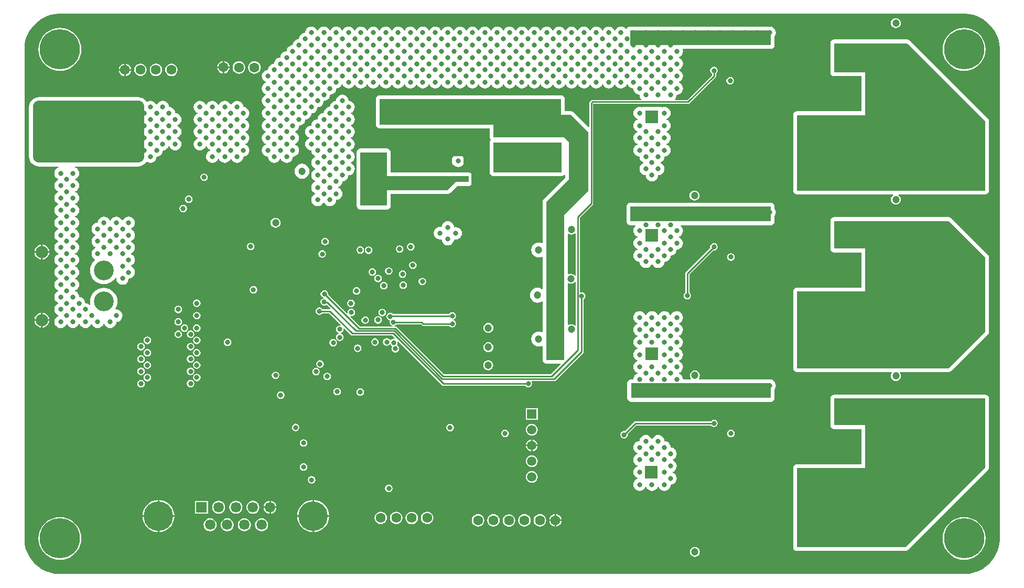
<source format=gbl>
G04*
G04 #@! TF.GenerationSoftware,Altium Limited,Altium Designer,22.6.1 (34)*
G04*
G04 Layer_Physical_Order=4*
G04 Layer_Color=16711680*
%FSLAX44Y44*%
%MOMM*%
G71*
G04*
G04 #@! TF.SameCoordinates,466ED6EB-786F-44DC-B84E-C9F39F190A86*
G04*
G04*
G04 #@! TF.FilePolarity,Positive*
G04*
G01*
G75*
%ADD18C,0.2540*%
%ADD62C,1.6000*%
G04:AMPARAMS|DCode=111|XSize=18mm|YSize=10mm|CornerRadius=1mm|HoleSize=0mm|Usage=FLASHONLY|Rotation=180.000|XOffset=0mm|YOffset=0mm|HoleType=Round|Shape=RoundedRectangle|*
%AMROUNDEDRECTD111*
21,1,18.0000,8.0000,0,0,180.0*
21,1,16.0000,10.0000,0,0,180.0*
1,1,2.0000,-8.0000,4.0000*
1,1,2.0000,8.0000,4.0000*
1,1,2.0000,8.0000,-4.0000*
1,1,2.0000,-8.0000,-4.0000*
%
%ADD111ROUNDEDRECTD111*%
%ADD112R,1.6900X1.6900*%
%ADD113C,1.6900*%
%ADD114C,4.7600*%
%ADD115C,2.0000*%
%ADD116C,3.2000*%
%ADD117R,1.5000X1.5000*%
%ADD118C,1.5000*%
%ADD119R,2.0000X2.0000*%
%ADD120C,6.5000*%
%ADD121C,0.8000*%
%ADD122C,1.2000*%
%ADD126R,2.5000X7.7250*%
%ADD134R,22.5750X2.4000*%
%ADD135R,22.6750X2.4000*%
%ADD136R,22.7500X2.4000*%
%ADD137R,3.5000X3.6000*%
%ADD138R,3.7750X3.8250*%
%ADD139R,3.3272X3.5671*%
%ADD140R,4.0750X4.5000*%
%ADD141R,19.9000X12.0500*%
G36*
X1124000Y140451D02*
X1126822D01*
X1132440Y139898D01*
X1137976Y138797D01*
X1143378Y137158D01*
X1148593Y134998D01*
X1153571Y132337D01*
X1158265Y129201D01*
X1162629Y125620D01*
X1166620Y121628D01*
X1170201Y117265D01*
X1173337Y112571D01*
X1175998Y107593D01*
X1178158Y102378D01*
X1179797Y96976D01*
X1180898Y91440D01*
X1181451Y85822D01*
X1181451Y83000D01*
X1181451Y-707000D01*
Y-709822D01*
X1180898Y-715440D01*
X1179797Y-720976D01*
X1178158Y-726378D01*
X1175998Y-731593D01*
X1173337Y-736572D01*
X1170201Y-741265D01*
X1166620Y-745629D01*
X1162628Y-749620D01*
X1158265Y-753201D01*
X1153571Y-756337D01*
X1148593Y-758998D01*
X1143378Y-761158D01*
X1137976Y-762797D01*
X1132440Y-763898D01*
X1126822Y-764451D01*
X1124000Y-764451D01*
X-336000Y-764451D01*
X-338822D01*
X-344440Y-763898D01*
X-349976Y-762797D01*
X-355378Y-761158D01*
X-360593Y-758998D01*
X-365572Y-756337D01*
X-370265Y-753201D01*
X-374628Y-749620D01*
X-378620Y-745628D01*
X-382201Y-741265D01*
X-385337Y-736571D01*
X-387998Y-731593D01*
X-390158Y-726378D01*
X-391797Y-720976D01*
X-392898Y-715440D01*
X-393451Y-709822D01*
X-393451Y-707000D01*
Y83000D01*
Y85822D01*
X-392898Y91440D01*
X-391797Y96976D01*
X-390158Y102378D01*
X-387998Y107593D01*
X-385337Y112571D01*
X-382201Y117265D01*
X-378620Y121629D01*
X-374628Y125620D01*
X-370265Y129201D01*
X-365572Y132337D01*
X-360593Y134998D01*
X-355378Y137158D01*
X-349976Y138797D01*
X-344440Y139898D01*
X-338822Y140451D01*
X-336000D01*
X1124000Y140451D01*
D02*
G37*
%LPC*%
G36*
X1013750Y133569D02*
X1011662Y133294D01*
X1009715Y132488D01*
X1008044Y131206D01*
X1006762Y129535D01*
X1005956Y127588D01*
X1005681Y125500D01*
X1005956Y123412D01*
X1006762Y121466D01*
X1008044Y119794D01*
X1009715Y118512D01*
X1011662Y117706D01*
X1013750Y117431D01*
X1015838Y117706D01*
X1017785Y118512D01*
X1019456Y119794D01*
X1020738Y121466D01*
X1021544Y123412D01*
X1021819Y125500D01*
X1021544Y127588D01*
X1020738Y129535D01*
X1019456Y131206D01*
X1017785Y132488D01*
X1015838Y133294D01*
X1013750Y133569D01*
D02*
G37*
G36*
X812000Y120118D02*
X584500D01*
X582159Y119652D01*
X580174Y118326D01*
X579077Y116684D01*
X577670Y116431D01*
X577132Y117132D01*
X575043Y118735D01*
X572611Y119743D01*
X570000Y120086D01*
X567389Y119743D01*
X564957Y118735D01*
X562868Y117132D01*
X561265Y115043D01*
X560687Y113648D01*
X559313D01*
X558735Y115043D01*
X557132Y117132D01*
X555043Y118735D01*
X552611Y119743D01*
X550000Y120086D01*
X547389Y119743D01*
X544957Y118735D01*
X542868Y117132D01*
X541265Y115043D01*
X540687Y113648D01*
X539313D01*
X538735Y115043D01*
X537132Y117132D01*
X535043Y118735D01*
X532611Y119743D01*
X530000Y120086D01*
X527389Y119743D01*
X524957Y118735D01*
X522868Y117132D01*
X521265Y115043D01*
X520687Y113648D01*
X519313D01*
X518735Y115043D01*
X517132Y117132D01*
X515043Y118735D01*
X512611Y119743D01*
X510000Y120086D01*
X507389Y119743D01*
X504957Y118735D01*
X502868Y117132D01*
X501265Y115043D01*
X500687Y113648D01*
X499313D01*
X498735Y115043D01*
X497132Y117132D01*
X495043Y118735D01*
X492611Y119743D01*
X490000Y120086D01*
X487389Y119743D01*
X484957Y118735D01*
X482868Y117132D01*
X481265Y115043D01*
X480687Y113648D01*
X479313D01*
X478735Y115043D01*
X477132Y117132D01*
X475043Y118735D01*
X472611Y119743D01*
X470000Y120086D01*
X467389Y119743D01*
X464957Y118735D01*
X462868Y117132D01*
X461265Y115043D01*
X460687Y113648D01*
X459313D01*
X458735Y115043D01*
X457132Y117132D01*
X455043Y118735D01*
X452611Y119743D01*
X450000Y120086D01*
X447389Y119743D01*
X444957Y118735D01*
X442868Y117132D01*
X441265Y115043D01*
X440687Y113648D01*
X439313D01*
X438735Y115043D01*
X437132Y117132D01*
X435043Y118735D01*
X432611Y119743D01*
X430000Y120086D01*
X427389Y119743D01*
X424957Y118735D01*
X422868Y117132D01*
X421265Y115043D01*
X420687Y113648D01*
X419313D01*
X418735Y115043D01*
X417132Y117132D01*
X415043Y118735D01*
X412611Y119743D01*
X410000Y120086D01*
X407389Y119743D01*
X404957Y118735D01*
X402868Y117132D01*
X401265Y115043D01*
X400687Y113648D01*
X399313D01*
X398735Y115043D01*
X397132Y117132D01*
X395043Y118735D01*
X392611Y119743D01*
X390000Y120086D01*
X387389Y119743D01*
X384957Y118735D01*
X382868Y117132D01*
X381265Y115043D01*
X380687Y113648D01*
X379313D01*
X378735Y115043D01*
X377132Y117132D01*
X375043Y118735D01*
X372611Y119743D01*
X370000Y120086D01*
X367389Y119743D01*
X364957Y118735D01*
X362868Y117132D01*
X361265Y115043D01*
X360687Y113648D01*
X359313D01*
X358735Y115043D01*
X357132Y117132D01*
X355043Y118735D01*
X352611Y119743D01*
X350000Y120086D01*
X347389Y119743D01*
X344957Y118735D01*
X342868Y117132D01*
X341265Y115043D01*
X340687Y113648D01*
X339313D01*
X338735Y115043D01*
X337132Y117132D01*
X335043Y118735D01*
X332611Y119743D01*
X330000Y120086D01*
X327389Y119743D01*
X324957Y118735D01*
X322868Y117132D01*
X321265Y115043D01*
X320687Y113648D01*
X319313D01*
X318735Y115043D01*
X317132Y117132D01*
X315043Y118735D01*
X312610Y119743D01*
X310000Y120086D01*
X307390Y119743D01*
X304957Y118735D01*
X302868Y117132D01*
X301265Y115043D01*
X300687Y113648D01*
X299313D01*
X298735Y115043D01*
X297132Y117132D01*
X295043Y118735D01*
X292610Y119743D01*
X290000Y120086D01*
X287390Y119743D01*
X284957Y118735D01*
X282868Y117132D01*
X281265Y115043D01*
X280687Y113648D01*
X279313D01*
X278735Y115043D01*
X277132Y117132D01*
X275043Y118735D01*
X272610Y119743D01*
X270000Y120086D01*
X267390Y119743D01*
X264957Y118735D01*
X262868Y117132D01*
X261265Y115043D01*
X260687Y113648D01*
X259313D01*
X258735Y115043D01*
X257132Y117132D01*
X255043Y118735D01*
X252610Y119743D01*
X250000Y120086D01*
X247390Y119743D01*
X244957Y118735D01*
X242868Y117132D01*
X241265Y115043D01*
X240687Y113648D01*
X239313D01*
X238735Y115043D01*
X237132Y117132D01*
X235043Y118735D01*
X232610Y119743D01*
X230000Y120086D01*
X227390Y119743D01*
X224957Y118735D01*
X222868Y117132D01*
X221265Y115043D01*
X220687Y113648D01*
X219313D01*
X218735Y115043D01*
X217132Y117132D01*
X215043Y118735D01*
X212610Y119743D01*
X210000Y120086D01*
X207390Y119743D01*
X204957Y118735D01*
X202868Y117132D01*
X201265Y115043D01*
X200687Y113648D01*
X199313D01*
X198735Y115043D01*
X197132Y117132D01*
X195043Y118735D01*
X192610Y119743D01*
X190000Y120086D01*
X187390Y119743D01*
X184957Y118735D01*
X182868Y117132D01*
X181265Y115043D01*
X180687Y113648D01*
X179313D01*
X178735Y115043D01*
X177132Y117132D01*
X175043Y118735D01*
X172610Y119743D01*
X170000Y120086D01*
X167390Y119743D01*
X164957Y118735D01*
X162868Y117132D01*
X161265Y115043D01*
X160687Y113648D01*
X159313D01*
X158735Y115043D01*
X157132Y117132D01*
X155043Y118735D01*
X152611Y119743D01*
X150000Y120086D01*
X147389Y119743D01*
X144957Y118735D01*
X142868Y117132D01*
X141265Y115043D01*
X140687Y113648D01*
X139313D01*
X138735Y115043D01*
X137132Y117132D01*
X135043Y118735D01*
X132611Y119743D01*
X130000Y120086D01*
X127389Y119743D01*
X124957Y118735D01*
X122868Y117132D01*
X121265Y115043D01*
X120687Y113648D01*
X119313D01*
X118735Y115043D01*
X117132Y117132D01*
X115043Y118735D01*
X112611Y119743D01*
X110000Y120086D01*
X107389Y119743D01*
X104957Y118735D01*
X102868Y117132D01*
X101265Y115043D01*
X100687Y113648D01*
X99313D01*
X98735Y115043D01*
X97132Y117132D01*
X95043Y118735D01*
X92611Y119743D01*
X90000Y120086D01*
X87389Y119743D01*
X84957Y118735D01*
X82868Y117132D01*
X81265Y115043D01*
X80687Y113648D01*
X79313D01*
X78735Y115043D01*
X77132Y117132D01*
X75043Y118735D01*
X72611Y119743D01*
X70000Y120086D01*
X67389Y119743D01*
X64957Y118735D01*
X62868Y117132D01*
X61265Y115043D01*
X60257Y112611D01*
X59924Y110076D01*
X57389Y109743D01*
X54957Y108735D01*
X52868Y107132D01*
X51265Y105043D01*
X50257Y102611D01*
X49924Y100076D01*
X47389Y99743D01*
X44957Y98735D01*
X42868Y97132D01*
X41265Y95043D01*
X40257Y92611D01*
X39924Y90076D01*
X37390Y89743D01*
X34957Y88735D01*
X32868Y87132D01*
X31265Y85043D01*
X30257Y82611D01*
X29924Y80076D01*
X27390Y79743D01*
X24957Y78735D01*
X22868Y77132D01*
X21265Y75043D01*
X20257Y72611D01*
X19924Y70076D01*
X17390Y69743D01*
X14957Y68735D01*
X12868Y67132D01*
X11265Y65043D01*
X10257Y62611D01*
X9924Y60076D01*
X7390Y59743D01*
X4957Y58735D01*
X2868Y57132D01*
X1265Y55043D01*
X257Y52611D01*
X-76Y50076D01*
X-2610Y49743D01*
X-5043Y48735D01*
X-7132Y47132D01*
X-8735Y45043D01*
X-9743Y42611D01*
X-10086Y40000D01*
X-9743Y37390D01*
X-8735Y34957D01*
X-7132Y32868D01*
X-5043Y31265D01*
X-3648Y30687D01*
Y29313D01*
X-5043Y28735D01*
X-7132Y27132D01*
X-8735Y25043D01*
X-9743Y22610D01*
X-10086Y20000D01*
X-9743Y17390D01*
X-8735Y14957D01*
X-7132Y12868D01*
X-5043Y11265D01*
X-3648Y10687D01*
Y9313D01*
X-5043Y8735D01*
X-7132Y7132D01*
X-8735Y5043D01*
X-9743Y2610D01*
X-10086Y0D01*
X-9743Y-2610D01*
X-8735Y-5043D01*
X-7132Y-7132D01*
X-5043Y-8735D01*
X-3648Y-9313D01*
Y-10687D01*
X-5043Y-11265D01*
X-7132Y-12868D01*
X-8735Y-14957D01*
X-9743Y-17390D01*
X-10086Y-20000D01*
X-9743Y-22610D01*
X-8735Y-25043D01*
X-7132Y-27132D01*
X-5043Y-28735D01*
X-3648Y-29313D01*
Y-30687D01*
X-5043Y-31265D01*
X-7132Y-32868D01*
X-8735Y-34957D01*
X-9743Y-37390D01*
X-10086Y-40000D01*
X-9743Y-42611D01*
X-8735Y-45043D01*
X-7132Y-47132D01*
X-5043Y-48735D01*
X-3648Y-49313D01*
Y-50687D01*
X-5043Y-51265D01*
X-7132Y-52868D01*
X-8735Y-54957D01*
X-9743Y-57389D01*
X-10086Y-60000D01*
X-9743Y-62611D01*
X-8735Y-65043D01*
X-7132Y-67132D01*
X-5043Y-68735D01*
X-3648Y-69313D01*
Y-70687D01*
X-5043Y-71265D01*
X-7132Y-72868D01*
X-8735Y-74957D01*
X-9743Y-77389D01*
X-10086Y-80000D01*
X-9743Y-82611D01*
X-8735Y-85043D01*
X-7132Y-87132D01*
X-5043Y-88735D01*
X-2610Y-89743D01*
X-76Y-90076D01*
X257Y-92611D01*
X1265Y-95043D01*
X2868Y-97132D01*
X4957Y-98735D01*
X7390Y-99743D01*
X10000Y-100086D01*
X12610Y-99743D01*
X15043Y-98735D01*
X17132Y-97132D01*
X18735Y-95043D01*
X19313Y-93648D01*
X20687D01*
X21265Y-95043D01*
X22868Y-97132D01*
X24957Y-98735D01*
X27390Y-99743D01*
X30000Y-100086D01*
X32610Y-99743D01*
X35043Y-98735D01*
X37132Y-97132D01*
X38735Y-95043D01*
X39743Y-92611D01*
X40076Y-90076D01*
X42611Y-89743D01*
X45043Y-88735D01*
X47132Y-87132D01*
X48735Y-85043D01*
X49743Y-82611D01*
X50086Y-80000D01*
X49743Y-77389D01*
X48735Y-74957D01*
X47132Y-72868D01*
X45043Y-71265D01*
X43648Y-70687D01*
Y-69313D01*
X45043Y-68735D01*
X47132Y-67132D01*
X48735Y-65043D01*
X49743Y-62611D01*
X50086Y-60000D01*
X49743Y-57389D01*
X48735Y-54957D01*
X47132Y-52868D01*
X45043Y-51265D01*
X43648Y-50687D01*
Y-49313D01*
X45043Y-48735D01*
X47132Y-47132D01*
X48735Y-45043D01*
X49743Y-42611D01*
X50076Y-40076D01*
X52611Y-39743D01*
X55043Y-38735D01*
X57132Y-37132D01*
X58735Y-35043D01*
X59743Y-32610D01*
X60076Y-30076D01*
X62611Y-29743D01*
X65043Y-28735D01*
X67132Y-27132D01*
X68735Y-25043D01*
X69743Y-22610D01*
X70076Y-20076D01*
X72611Y-19743D01*
X75043Y-18735D01*
X77132Y-17132D01*
X78735Y-15043D01*
X79743Y-12610D01*
X80076Y-10076D01*
X82611Y-9743D01*
X85043Y-8735D01*
X87132Y-7132D01*
X88735Y-5043D01*
X89743Y-2610D01*
X90076Y-76D01*
X92611Y257D01*
X95043Y1265D01*
X97132Y2868D01*
X98735Y4957D01*
X99743Y7390D01*
X100076Y9924D01*
X102611Y10257D01*
X105043Y11265D01*
X107132Y12868D01*
X108735Y14957D01*
X109743Y17390D01*
X110076Y19924D01*
X112611Y20257D01*
X115043Y21265D01*
X117132Y22868D01*
X118735Y24957D01*
X119313Y26352D01*
X120687D01*
X121265Y24957D01*
X122868Y22868D01*
X124957Y21265D01*
X127389Y20257D01*
X130000Y19914D01*
X132611Y20257D01*
X135043Y21265D01*
X137132Y22868D01*
X138735Y24957D01*
X139313Y26352D01*
X140687D01*
X141265Y24957D01*
X142868Y22868D01*
X144957Y21265D01*
X147389Y20257D01*
X150000Y19914D01*
X152611Y20257D01*
X155043Y21265D01*
X157132Y22868D01*
X158735Y24957D01*
X159313Y26352D01*
X160687D01*
X161265Y24957D01*
X162868Y22868D01*
X164957Y21265D01*
X167390Y20257D01*
X170000Y19914D01*
X172610Y20257D01*
X175043Y21265D01*
X177132Y22868D01*
X178735Y24957D01*
X179313Y26352D01*
X180687D01*
X181265Y24957D01*
X182868Y22868D01*
X184957Y21265D01*
X187390Y20257D01*
X190000Y19914D01*
X192610Y20257D01*
X195043Y21265D01*
X197132Y22868D01*
X198735Y24957D01*
X199313Y26352D01*
X200687D01*
X201265Y24957D01*
X202868Y22868D01*
X204957Y21265D01*
X207390Y20257D01*
X210000Y19914D01*
X212610Y20257D01*
X215043Y21265D01*
X217132Y22868D01*
X218735Y24957D01*
X219313Y26352D01*
X220687D01*
X221265Y24957D01*
X222868Y22868D01*
X224957Y21265D01*
X227390Y20257D01*
X230000Y19914D01*
X232610Y20257D01*
X235043Y21265D01*
X237132Y22868D01*
X238735Y24957D01*
X239313Y26352D01*
X240687D01*
X241265Y24957D01*
X242868Y22868D01*
X244957Y21265D01*
X247390Y20257D01*
X250000Y19914D01*
X252610Y20257D01*
X255043Y21265D01*
X257132Y22868D01*
X258735Y24957D01*
X259313Y26352D01*
X260687D01*
X261265Y24957D01*
X262868Y22868D01*
X264957Y21265D01*
X267390Y20257D01*
X270000Y19914D01*
X272610Y20257D01*
X275043Y21265D01*
X277132Y22868D01*
X278735Y24957D01*
X279313Y26352D01*
X280687D01*
X281265Y24957D01*
X282868Y22868D01*
X284957Y21265D01*
X287390Y20257D01*
X290000Y19914D01*
X292610Y20257D01*
X295043Y21265D01*
X297132Y22868D01*
X298735Y24957D01*
X299313Y26352D01*
X300687D01*
X301265Y24957D01*
X302868Y22868D01*
X304957Y21265D01*
X307390Y20257D01*
X310000Y19914D01*
X312610Y20257D01*
X315043Y21265D01*
X317132Y22868D01*
X318735Y24957D01*
X319313Y26352D01*
X320687D01*
X321265Y24957D01*
X322868Y22868D01*
X324957Y21265D01*
X327389Y20257D01*
X330000Y19914D01*
X332611Y20257D01*
X335043Y21265D01*
X337132Y22868D01*
X338735Y24957D01*
X339313Y26352D01*
X340687D01*
X341265Y24957D01*
X342868Y22868D01*
X344957Y21265D01*
X347389Y20257D01*
X350000Y19914D01*
X352611Y20257D01*
X355043Y21265D01*
X357132Y22868D01*
X358735Y24957D01*
X359313Y26352D01*
X360687D01*
X361265Y24957D01*
X362868Y22868D01*
X364957Y21265D01*
X367389Y20257D01*
X370000Y19914D01*
X372611Y20257D01*
X375043Y21265D01*
X377132Y22868D01*
X378735Y24957D01*
X379313Y26352D01*
X380687D01*
X381265Y24957D01*
X382868Y22868D01*
X384957Y21265D01*
X387389Y20257D01*
X390000Y19914D01*
X392611Y20257D01*
X395043Y21265D01*
X397132Y22868D01*
X398735Y24957D01*
X399313Y26352D01*
X400687D01*
X401265Y24957D01*
X402868Y22868D01*
X404957Y21265D01*
X407389Y20257D01*
X410000Y19914D01*
X412611Y20257D01*
X415043Y21265D01*
X417132Y22868D01*
X418735Y24957D01*
X419313Y26352D01*
X420687D01*
X421265Y24957D01*
X422868Y22868D01*
X424957Y21265D01*
X427389Y20257D01*
X430000Y19914D01*
X432611Y20257D01*
X435043Y21265D01*
X437132Y22868D01*
X438735Y24957D01*
X439313Y26352D01*
X440687D01*
X441265Y24957D01*
X442868Y22868D01*
X444957Y21265D01*
X447389Y20257D01*
X450000Y19914D01*
X452611Y20257D01*
X455043Y21265D01*
X457132Y22868D01*
X458735Y24957D01*
X459313Y26352D01*
X460687D01*
X461265Y24957D01*
X462868Y22868D01*
X464957Y21265D01*
X467389Y20257D01*
X470000Y19914D01*
X472611Y20257D01*
X475043Y21265D01*
X477132Y22868D01*
X478735Y24957D01*
X479313Y26352D01*
X480687D01*
X481265Y24957D01*
X482868Y22868D01*
X484957Y21265D01*
X487389Y20257D01*
X490000Y19914D01*
X492611Y20257D01*
X495043Y21265D01*
X497132Y22868D01*
X498735Y24957D01*
X499313Y26352D01*
X500687D01*
X501265Y24957D01*
X502868Y22868D01*
X504957Y21265D01*
X507389Y20257D01*
X510000Y19914D01*
X512611Y20257D01*
X515043Y21265D01*
X517132Y22868D01*
X518735Y24957D01*
X519313Y26352D01*
X520687D01*
X521265Y24957D01*
X522868Y22868D01*
X524957Y21265D01*
X527389Y20257D01*
X530000Y19914D01*
X532611Y20257D01*
X535043Y21265D01*
X537132Y22868D01*
X538735Y24957D01*
X539313Y26352D01*
X540687D01*
X541265Y24957D01*
X542868Y22868D01*
X544957Y21265D01*
X547389Y20257D01*
X550000Y19914D01*
X552611Y20257D01*
X555043Y21265D01*
X557132Y22868D01*
X558735Y24957D01*
X559313Y26352D01*
X560687D01*
X561265Y24957D01*
X562868Y22868D01*
X564957Y21265D01*
X567389Y20257D01*
X570000Y19914D01*
X572611Y20257D01*
X575043Y21265D01*
X577132Y22868D01*
X578735Y24957D01*
X579313Y26352D01*
X580687D01*
X581265Y24957D01*
X582868Y22868D01*
X584957Y21265D01*
X587389Y20257D01*
X589924Y19924D01*
X590257Y17389D01*
X591265Y14957D01*
X592868Y12868D01*
X594957Y11265D01*
X597389Y10257D01*
X599924Y9924D01*
X600257Y7390D01*
X601265Y4957D01*
X602868Y2868D01*
X602974Y2787D01*
X602566Y1584D01*
X523750D01*
X522474Y1330D01*
X521393Y608D01*
X519468Y-1317D01*
X518745Y-2398D01*
X518492Y-3674D01*
Y-41681D01*
X517318Y-42167D01*
X493576Y-18424D01*
X491591Y-17098D01*
X489250Y-16632D01*
X479118Y-16632D01*
Y3000D01*
X478652Y5341D01*
X477326Y7326D01*
X475341Y8652D01*
X473000Y9118D01*
X180000D01*
X177659Y8652D01*
X175674Y7326D01*
X174348Y5341D01*
X173883Y3000D01*
Y-38250D01*
X174348Y-40591D01*
X175674Y-42576D01*
X177659Y-43902D01*
X180000Y-44368D01*
X358133D01*
Y-59250D01*
X358598Y-61591D01*
X359582Y-63063D01*
X358348Y-64909D01*
X358000Y-66659D01*
Y-96250D01*
Y-115841D01*
X358348Y-117591D01*
X359674Y-119576D01*
X361659Y-120902D01*
X364000Y-121368D01*
X474000D01*
X476341Y-120902D01*
X478326Y-119576D01*
X478613Y-119147D01*
X479883Y-119532D01*
Y-124216D01*
X444924Y-159174D01*
X443598Y-161159D01*
X443133Y-163500D01*
Y-229177D01*
X441862Y-230025D01*
X440133Y-229309D01*
X437000Y-228897D01*
X433867Y-229309D01*
X430948Y-230518D01*
X428442Y-232442D01*
X426518Y-234948D01*
X425309Y-237867D01*
X424897Y-241000D01*
X425309Y-244133D01*
X426518Y-247052D01*
X428442Y-249559D01*
X430948Y-251482D01*
X433867Y-252691D01*
X437000Y-253104D01*
X440133Y-252691D01*
X441862Y-251975D01*
X443133Y-252823D01*
Y-303679D01*
X441993Y-304241D01*
X441052Y-303518D01*
X438133Y-302309D01*
X435000Y-301896D01*
X431867Y-302309D01*
X428948Y-303518D01*
X426441Y-305441D01*
X424518Y-307948D01*
X423309Y-310867D01*
X422896Y-314000D01*
X423309Y-317133D01*
X424518Y-320052D01*
X426441Y-322559D01*
X428948Y-324482D01*
X431867Y-325691D01*
X435000Y-326104D01*
X438133Y-325691D01*
X441052Y-324482D01*
X441993Y-323759D01*
X443133Y-324321D01*
Y-373177D01*
X441862Y-374025D01*
X440133Y-373309D01*
X437000Y-372896D01*
X433867Y-373309D01*
X430948Y-374518D01*
X428442Y-376441D01*
X426518Y-378948D01*
X425309Y-381867D01*
X424897Y-385000D01*
X425309Y-388133D01*
X426518Y-391052D01*
X428442Y-393559D01*
X430948Y-395482D01*
X433867Y-396691D01*
X437000Y-397104D01*
X440133Y-396691D01*
X441862Y-395975D01*
X443133Y-396823D01*
Y-418500D01*
X443598Y-420841D01*
X444924Y-422826D01*
X446909Y-424152D01*
X449250Y-424618D01*
X472008D01*
X472494Y-425791D01*
X456869Y-441416D01*
X283881D01*
X208067Y-365602D01*
X206986Y-364880D01*
X205710Y-364626D01*
X203940D01*
X203815Y-363356D01*
X204841Y-363152D01*
X206826Y-361826D01*
X207488Y-360834D01*
X246847D01*
X248370Y-362357D01*
X249452Y-363080D01*
X250728Y-363334D01*
X292512D01*
X293174Y-364326D01*
X295159Y-365652D01*
X297500Y-366118D01*
X299841Y-365652D01*
X301826Y-364326D01*
X303152Y-362341D01*
X303617Y-360000D01*
X303152Y-357659D01*
X301826Y-355674D01*
X299955Y-354424D01*
X299895Y-353750D01*
X299955Y-353076D01*
X301826Y-351826D01*
X303152Y-349841D01*
X303617Y-347500D01*
X303152Y-345159D01*
X301826Y-343174D01*
X299841Y-341848D01*
X297500Y-341382D01*
X295159Y-341848D01*
X293174Y-343174D01*
X292171Y-344676D01*
X202148D01*
X201826Y-344194D01*
X199841Y-342868D01*
X197500Y-342402D01*
X195159Y-342868D01*
X193174Y-344194D01*
X191848Y-346179D01*
X191382Y-348520D01*
X191848Y-350861D01*
X193174Y-352846D01*
X195159Y-354172D01*
X196554Y-354450D01*
X196848Y-355159D01*
X196382Y-357500D01*
X196848Y-359841D01*
X198174Y-361826D01*
X200159Y-363152D01*
X201185Y-363356D01*
X201060Y-364626D01*
X148420D01*
X132574Y-348779D01*
X133199Y-347609D01*
X134500Y-347868D01*
X136841Y-347402D01*
X138826Y-346076D01*
X140152Y-344091D01*
X140618Y-341750D01*
X140152Y-339409D01*
X138826Y-337424D01*
X136841Y-336098D01*
X134500Y-335633D01*
X132159Y-336098D01*
X130174Y-337424D01*
X128848Y-339409D01*
X128383Y-341750D01*
X128641Y-343051D01*
X127471Y-343676D01*
X96860Y-313065D01*
X97093Y-311896D01*
X96627Y-309555D01*
X95301Y-307570D01*
X93316Y-306244D01*
X90975Y-305778D01*
X88634Y-306244D01*
X86649Y-307570D01*
X85323Y-309555D01*
X84858Y-311896D01*
X85323Y-314237D01*
X86649Y-316221D01*
X88634Y-317547D01*
X89793Y-317778D01*
Y-319073D01*
X88409Y-319348D01*
X86424Y-320674D01*
X85098Y-322659D01*
X84633Y-325000D01*
X85098Y-327341D01*
X86424Y-329326D01*
X88409Y-330652D01*
X90750Y-331118D01*
X93091Y-330652D01*
X94797Y-329512D01*
X100472Y-335187D01*
X100292Y-335852D01*
X99905Y-336416D01*
X87738D01*
X87076Y-335424D01*
X85091Y-334098D01*
X82750Y-333633D01*
X80409Y-334098D01*
X78424Y-335424D01*
X77098Y-337409D01*
X76632Y-339750D01*
X77098Y-342091D01*
X78424Y-344076D01*
X80409Y-345402D01*
X82750Y-345868D01*
X85091Y-345402D01*
X87076Y-344076D01*
X87738Y-343084D01*
X98759D01*
X117638Y-361963D01*
X117013Y-363134D01*
X115750Y-362882D01*
X113409Y-363348D01*
X111424Y-364674D01*
X110098Y-366659D01*
X109632Y-369000D01*
X110098Y-371341D01*
X111424Y-373326D01*
X113409Y-374652D01*
X114418Y-374853D01*
Y-376147D01*
X113409Y-376348D01*
X111424Y-377674D01*
X110098Y-379659D01*
X109632Y-382000D01*
X110098Y-384341D01*
X111424Y-386326D01*
X113409Y-387652D01*
X115750Y-388117D01*
X118091Y-387652D01*
X120076Y-386326D01*
X121402Y-384341D01*
X121868Y-382000D01*
X121402Y-379659D01*
X120076Y-377674D01*
X118091Y-376348D01*
X117082Y-376147D01*
Y-374853D01*
X118091Y-374652D01*
X120076Y-373326D01*
X121402Y-371341D01*
X121868Y-369000D01*
X121616Y-367737D01*
X122787Y-367112D01*
X133573Y-377897D01*
X134654Y-378620D01*
X135930Y-378874D01*
X200409D01*
X205025Y-383490D01*
X204400Y-384661D01*
X203000Y-384383D01*
X200659Y-384848D01*
X198674Y-386174D01*
X198337Y-386679D01*
X196829Y-386649D01*
X195939Y-385317D01*
X193954Y-383990D01*
X191613Y-383525D01*
X189272Y-383990D01*
X187287Y-385317D01*
X185961Y-387301D01*
X185495Y-389642D01*
X185961Y-391983D01*
X187287Y-393968D01*
X189272Y-395294D01*
X191613Y-395760D01*
X193954Y-395294D01*
X195939Y-393968D01*
X196276Y-393464D01*
X197784Y-393493D01*
X198674Y-394826D01*
X199970Y-395691D01*
X200421Y-397301D01*
X199848Y-398159D01*
X199382Y-400500D01*
X199848Y-402841D01*
X201174Y-404826D01*
X203159Y-406152D01*
X205500Y-406618D01*
X207841Y-406152D01*
X209826Y-404826D01*
X211152Y-402841D01*
X211618Y-400500D01*
X211152Y-398159D01*
X209826Y-396174D01*
X208530Y-395309D01*
X208079Y-393699D01*
X208652Y-392841D01*
X209118Y-390500D01*
X208839Y-389100D01*
X210010Y-388475D01*
X280893Y-459357D01*
X281974Y-460080D01*
X283250Y-460334D01*
X415262D01*
X415924Y-461326D01*
X417909Y-462652D01*
X420250Y-463117D01*
X422591Y-462652D01*
X424576Y-461326D01*
X425902Y-459341D01*
X426367Y-457000D01*
X425902Y-454659D01*
X425431Y-453954D01*
X426030Y-452834D01*
X462500D01*
X463776Y-452580D01*
X464857Y-451857D01*
X508878Y-407837D01*
X509600Y-406756D01*
X509854Y-405480D01*
Y-320488D01*
X510846Y-319826D01*
X512172Y-317841D01*
X512638Y-315500D01*
X512172Y-313159D01*
X510846Y-311174D01*
X508861Y-309848D01*
X506520Y-309382D01*
X504604Y-309764D01*
X503334Y-309002D01*
Y-189131D01*
X524183Y-168282D01*
X524906Y-167200D01*
X525160Y-165924D01*
Y-5084D01*
X678250D01*
X679526Y-4830D01*
X680608Y-4108D01*
X722357Y37643D01*
X723080Y38724D01*
X723334Y40000D01*
Y44012D01*
X724326Y44674D01*
X725652Y46659D01*
X726117Y49000D01*
X725652Y51341D01*
X724326Y53326D01*
X722341Y54652D01*
X720000Y55118D01*
X717659Y54652D01*
X715674Y53326D01*
X714348Y51341D01*
X713883Y49000D01*
X714348Y46659D01*
X715674Y44674D01*
X716666Y44012D01*
Y41381D01*
X676869Y1584D01*
X657434D01*
X657026Y2787D01*
X657132Y2868D01*
X658735Y4957D01*
X659743Y7390D01*
X660076Y9924D01*
X662610Y10257D01*
X665043Y11265D01*
X667132Y12868D01*
X668735Y14957D01*
X669743Y17390D01*
X670086Y20000D01*
X669743Y22610D01*
X668735Y25043D01*
X667132Y27132D01*
X665043Y28735D01*
X663648Y29313D01*
Y30687D01*
X665043Y31265D01*
X667132Y32868D01*
X668735Y34957D01*
X669743Y37390D01*
X670086Y40000D01*
X669743Y42611D01*
X668735Y45043D01*
X667132Y47132D01*
X665043Y48735D01*
X663648Y49313D01*
Y50687D01*
X665043Y51265D01*
X667132Y52868D01*
X668735Y54957D01*
X669743Y57389D01*
X670086Y60000D01*
X669743Y62611D01*
X668735Y65043D01*
X667132Y67132D01*
X665043Y68735D01*
X663648Y69313D01*
Y70687D01*
X665043Y71265D01*
X667132Y72868D01*
X668735Y74957D01*
X669743Y77389D01*
X670086Y80000D01*
X669743Y82611D01*
X669653Y82826D01*
X670359Y83883D01*
X812000D01*
X814341Y84348D01*
X816326Y85674D01*
X817652Y87659D01*
X818118Y90000D01*
Y104152D01*
X818735Y104957D01*
X819743Y107389D01*
X820086Y110000D01*
X819743Y112611D01*
X818735Y115043D01*
X817132Y117132D01*
X817114Y117146D01*
X816326Y118326D01*
X814341Y119652D01*
X812000Y120118D01*
D02*
G37*
G36*
X-70730Y64169D02*
Y55520D01*
X-62081D01*
X-62257Y56860D01*
X-63265Y59293D01*
X-64868Y61382D01*
X-66957Y62985D01*
X-69390Y63993D01*
X-70730Y64169D01*
D02*
G37*
G36*
X-73270D02*
X-74611Y63993D01*
X-77043Y62985D01*
X-79132Y61382D01*
X-80735Y59293D01*
X-81743Y56860D01*
X-81919Y55520D01*
X-73270D01*
Y64169D01*
D02*
G37*
G36*
X-229730Y59919D02*
Y51270D01*
X-221081D01*
X-221257Y52611D01*
X-222265Y55043D01*
X-223868Y57132D01*
X-225957Y58735D01*
X-228389Y59743D01*
X-229730Y59919D01*
D02*
G37*
G36*
X-232270D02*
X-233610Y59743D01*
X-236043Y58735D01*
X-238132Y57132D01*
X-239735Y55043D01*
X-240743Y52611D01*
X-240919Y51270D01*
X-232270D01*
Y59919D01*
D02*
G37*
G36*
X1124000Y117607D02*
X1118586Y117181D01*
X1113306Y115913D01*
X1108289Y113835D01*
X1103659Y110997D01*
X1099529Y107471D01*
X1096003Y103341D01*
X1093165Y98711D01*
X1091087Y93694D01*
X1089819Y88414D01*
X1089393Y83000D01*
X1089819Y77586D01*
X1091087Y72306D01*
X1093165Y67289D01*
X1096003Y62659D01*
X1099529Y58529D01*
X1103659Y55003D01*
X1108289Y52165D01*
X1113306Y50087D01*
X1118586Y48819D01*
X1124000Y48393D01*
X1129414Y48819D01*
X1134694Y50087D01*
X1139711Y52165D01*
X1144341Y55003D01*
X1148471Y58529D01*
X1151997Y62659D01*
X1154835Y67289D01*
X1156913Y72306D01*
X1158181Y77586D01*
X1158607Y83000D01*
X1158181Y88414D01*
X1156913Y93694D01*
X1154835Y98711D01*
X1151997Y103341D01*
X1148471Y107471D01*
X1144341Y110997D01*
X1139711Y113835D01*
X1134694Y115913D01*
X1129414Y117181D01*
X1124000Y117607D01*
D02*
G37*
G36*
X-336000D02*
X-341414Y117181D01*
X-346694Y115913D01*
X-351711Y113835D01*
X-356341Y110997D01*
X-360471Y107471D01*
X-363997Y103341D01*
X-366835Y98711D01*
X-368913Y93694D01*
X-370181Y88414D01*
X-370607Y83000D01*
X-370181Y77586D01*
X-368913Y72306D01*
X-366835Y67289D01*
X-363997Y62659D01*
X-360471Y58529D01*
X-356341Y55003D01*
X-351711Y52165D01*
X-346694Y50087D01*
X-341414Y48819D01*
X-336000Y48393D01*
X-330586Y48819D01*
X-325306Y50087D01*
X-320289Y52165D01*
X-315659Y55003D01*
X-311529Y58529D01*
X-308003Y62659D01*
X-305165Y67289D01*
X-303087Y72306D01*
X-301819Y77586D01*
X-301393Y83000D01*
X-301819Y88414D01*
X-303087Y93694D01*
X-305165Y98711D01*
X-308003Y103341D01*
X-311529Y107471D01*
X-315659Y110997D01*
X-320289Y113835D01*
X-325306Y115913D01*
X-330586Y117181D01*
X-336000Y117607D01*
D02*
G37*
G36*
X-62081Y52980D02*
X-70730D01*
Y44331D01*
X-69390Y44507D01*
X-66957Y45515D01*
X-64868Y47118D01*
X-63265Y49207D01*
X-62257Y51639D01*
X-62081Y52980D01*
D02*
G37*
G36*
X-73270D02*
X-81919D01*
X-81743Y51639D01*
X-80735Y49207D01*
X-79132Y47118D01*
X-77043Y45515D01*
X-74611Y44507D01*
X-73270Y44331D01*
Y52980D01*
D02*
G37*
G36*
X-22000Y64086D02*
X-24611Y63743D01*
X-27043Y62735D01*
X-29132Y61132D01*
X-30735Y59043D01*
X-31743Y56610D01*
X-32086Y54000D01*
X-31743Y51389D01*
X-30735Y48957D01*
X-29132Y46868D01*
X-27043Y45265D01*
X-24611Y44257D01*
X-22000Y43914D01*
X-19389Y44257D01*
X-16957Y45265D01*
X-14868Y46868D01*
X-13265Y48957D01*
X-12257Y51389D01*
X-11914Y54000D01*
X-12257Y56610D01*
X-13265Y59043D01*
X-14868Y61132D01*
X-16957Y62735D01*
X-19389Y63743D01*
X-22000Y64086D01*
D02*
G37*
G36*
X-47000D02*
X-49611Y63743D01*
X-52043Y62735D01*
X-54132Y61132D01*
X-55735Y59043D01*
X-56743Y56610D01*
X-57086Y54000D01*
X-56743Y51389D01*
X-55735Y48957D01*
X-54132Y46868D01*
X-52043Y45265D01*
X-49611Y44257D01*
X-47000Y43914D01*
X-44390Y44257D01*
X-41957Y45265D01*
X-39868Y46868D01*
X-38265Y48957D01*
X-37257Y51389D01*
X-36914Y54000D01*
X-37257Y56610D01*
X-38265Y59043D01*
X-39868Y61132D01*
X-41957Y62735D01*
X-44390Y63743D01*
X-47000Y64086D01*
D02*
G37*
G36*
X-206000Y60336D02*
X-208610Y59993D01*
X-211043Y58985D01*
X-213132Y57382D01*
X-214735Y55293D01*
X-215743Y52860D01*
X-216086Y50250D01*
X-215743Y47639D01*
X-214735Y45207D01*
X-213132Y43118D01*
X-211043Y41515D01*
X-208610Y40507D01*
X-206000Y40164D01*
X-203389Y40507D01*
X-200957Y41515D01*
X-198868Y43118D01*
X-197265Y45207D01*
X-196257Y47639D01*
X-195914Y50250D01*
X-196257Y52860D01*
X-197265Y55293D01*
X-198868Y57382D01*
X-200957Y58985D01*
X-203389Y59993D01*
X-206000Y60336D01*
D02*
G37*
G36*
X-221081Y48730D02*
X-229730D01*
Y40081D01*
X-228389Y40257D01*
X-225957Y41265D01*
X-223868Y42868D01*
X-222265Y44957D01*
X-221257Y47389D01*
X-221081Y48730D01*
D02*
G37*
G36*
X-232270D02*
X-240919D01*
X-240743Y47389D01*
X-239735Y44957D01*
X-238132Y42868D01*
X-236043Y41265D01*
X-233610Y40257D01*
X-232270Y40081D01*
Y48730D01*
D02*
G37*
G36*
X-156000Y60086D02*
X-158610Y59743D01*
X-161043Y58735D01*
X-163132Y57132D01*
X-164735Y55043D01*
X-165743Y52611D01*
X-166086Y50000D01*
X-165743Y47389D01*
X-164735Y44957D01*
X-163132Y42868D01*
X-161043Y41265D01*
X-158610Y40257D01*
X-156000Y39914D01*
X-153390Y40257D01*
X-150957Y41265D01*
X-148868Y42868D01*
X-147265Y44957D01*
X-146257Y47389D01*
X-145914Y50000D01*
X-146257Y52611D01*
X-147265Y55043D01*
X-148868Y57132D01*
X-150957Y58735D01*
X-153390Y59743D01*
X-156000Y60086D01*
D02*
G37*
G36*
X-181000D02*
X-183610Y59743D01*
X-186043Y58735D01*
X-188132Y57132D01*
X-189735Y55043D01*
X-190743Y52611D01*
X-191086Y50000D01*
X-190743Y47389D01*
X-189735Y44957D01*
X-188132Y42868D01*
X-186043Y41265D01*
X-183610Y40257D01*
X-181000Y39914D01*
X-178389Y40257D01*
X-175957Y41265D01*
X-173868Y42868D01*
X-172265Y44957D01*
X-171257Y47389D01*
X-170914Y50000D01*
X-171257Y52611D01*
X-172265Y55043D01*
X-173868Y57132D01*
X-175957Y58735D01*
X-178389Y59743D01*
X-181000Y60086D01*
D02*
G37*
G36*
X746250Y38618D02*
X743909Y38152D01*
X741924Y36826D01*
X740598Y34841D01*
X740133Y32500D01*
X740598Y30159D01*
X741924Y28174D01*
X743909Y26848D01*
X746250Y26383D01*
X748591Y26848D01*
X750576Y28174D01*
X751902Y30159D01*
X752368Y32500D01*
X751902Y34841D01*
X750576Y36826D01*
X748591Y38152D01*
X746250Y38618D01*
D02*
G37*
G36*
X-50000Y86D02*
X-52611Y-257D01*
X-55043Y-1265D01*
X-57132Y-2868D01*
X-58735Y-4957D01*
X-59313Y-6352D01*
X-60687D01*
X-61265Y-4957D01*
X-62868Y-2868D01*
X-64957Y-1265D01*
X-67389Y-257D01*
X-70000Y86D01*
X-72611Y-257D01*
X-75043Y-1265D01*
X-77132Y-2868D01*
X-78735Y-4957D01*
X-79313Y-6352D01*
X-80687D01*
X-81265Y-4957D01*
X-82868Y-2868D01*
X-84957Y-1265D01*
X-87389Y-257D01*
X-90000Y86D01*
X-92611Y-257D01*
X-95043Y-1265D01*
X-97132Y-2868D01*
X-98735Y-4957D01*
X-99313Y-6352D01*
X-100687D01*
X-101265Y-4957D01*
X-102868Y-2868D01*
X-104957Y-1265D01*
X-107389Y-257D01*
X-110000Y86D01*
X-112611Y-257D01*
X-115043Y-1265D01*
X-117132Y-2868D01*
X-118735Y-4957D01*
X-119743Y-7390D01*
X-120086Y-10000D01*
X-119743Y-12610D01*
X-118735Y-15043D01*
X-117132Y-17132D01*
X-115043Y-18735D01*
X-113648Y-19313D01*
Y-20687D01*
X-115043Y-21265D01*
X-117132Y-22868D01*
X-118735Y-24957D01*
X-119743Y-27390D01*
X-120086Y-30000D01*
X-119743Y-32610D01*
X-118735Y-35043D01*
X-117132Y-37132D01*
X-115043Y-38735D01*
X-113648Y-39313D01*
Y-40687D01*
X-115043Y-41265D01*
X-117132Y-42868D01*
X-118735Y-44957D01*
X-119743Y-47389D01*
X-120086Y-50000D01*
X-119743Y-52611D01*
X-118735Y-55043D01*
X-117132Y-57132D01*
X-115043Y-58735D01*
X-113648Y-59313D01*
Y-60687D01*
X-115043Y-61265D01*
X-117132Y-62868D01*
X-118735Y-64957D01*
X-119743Y-67389D01*
X-120086Y-70000D01*
X-119743Y-72611D01*
X-118735Y-75043D01*
X-117132Y-77132D01*
X-115043Y-78735D01*
X-112611Y-79743D01*
X-110000Y-80086D01*
X-107389Y-79743D01*
X-104957Y-78735D01*
X-102868Y-77132D01*
X-101265Y-75043D01*
X-100687Y-73648D01*
X-99313D01*
X-98735Y-75043D01*
X-97132Y-77132D01*
X-95043Y-78735D01*
X-93648Y-79313D01*
Y-80687D01*
X-95043Y-81265D01*
X-97132Y-82868D01*
X-98735Y-84957D01*
X-99743Y-87389D01*
X-100086Y-90000D01*
X-99743Y-92611D01*
X-98735Y-95043D01*
X-97132Y-97132D01*
X-95043Y-98735D01*
X-92611Y-99743D01*
X-90000Y-100086D01*
X-87389Y-99743D01*
X-84957Y-98735D01*
X-82868Y-97132D01*
X-81265Y-95043D01*
X-80687Y-93648D01*
X-79313D01*
X-78735Y-95043D01*
X-77132Y-97132D01*
X-75043Y-98735D01*
X-72611Y-99743D01*
X-70000Y-100086D01*
X-67389Y-99743D01*
X-64957Y-98735D01*
X-62868Y-97132D01*
X-61265Y-95043D01*
X-60687Y-93648D01*
X-59313D01*
X-58735Y-95043D01*
X-57132Y-97132D01*
X-55043Y-98735D01*
X-52611Y-99743D01*
X-50000Y-100086D01*
X-47389Y-99743D01*
X-44957Y-98735D01*
X-42868Y-97132D01*
X-41265Y-95043D01*
X-40257Y-92611D01*
X-39924Y-90076D01*
X-37390Y-89743D01*
X-34957Y-88735D01*
X-32868Y-87132D01*
X-31265Y-85043D01*
X-30257Y-82611D01*
X-29914Y-80000D01*
X-30257Y-77389D01*
X-31265Y-74957D01*
X-32868Y-72868D01*
X-34957Y-71265D01*
X-36352Y-70687D01*
Y-69313D01*
X-34957Y-68735D01*
X-32868Y-67132D01*
X-31265Y-65043D01*
X-30257Y-62611D01*
X-29914Y-60000D01*
X-30257Y-57389D01*
X-31265Y-54957D01*
X-32868Y-52868D01*
X-34957Y-51265D01*
X-36352Y-50687D01*
Y-49313D01*
X-34957Y-48735D01*
X-32868Y-47132D01*
X-31265Y-45043D01*
X-30257Y-42611D01*
X-29914Y-40000D01*
X-30257Y-37390D01*
X-31265Y-34957D01*
X-32868Y-32868D01*
X-34957Y-31265D01*
X-36352Y-30687D01*
Y-29313D01*
X-34957Y-28735D01*
X-32868Y-27132D01*
X-31265Y-25043D01*
X-30257Y-22610D01*
X-29914Y-20000D01*
X-30257Y-17390D01*
X-31265Y-14957D01*
X-32868Y-12868D01*
X-34957Y-11265D01*
X-37390Y-10257D01*
X-39924Y-9924D01*
X-40257Y-7390D01*
X-41265Y-4957D01*
X-42868Y-2868D01*
X-44957Y-1265D01*
X-47389Y-257D01*
X-50000Y86D01*
D02*
G37*
G36*
X640000Y-9914D02*
X637389Y-10257D01*
X636770Y-10514D01*
X636000Y-10000D01*
Y-10000D01*
X604000D01*
Y-10000D01*
X603231Y-10514D01*
X602611Y-10257D01*
X600000Y-9914D01*
X597389Y-10257D01*
X594957Y-11265D01*
X592868Y-12868D01*
X591265Y-14957D01*
X590257Y-17390D01*
X589914Y-20000D01*
X590257Y-22610D01*
X591265Y-25043D01*
X592868Y-27132D01*
X594957Y-28735D01*
X596352Y-29313D01*
Y-30687D01*
X594957Y-31265D01*
X592868Y-32868D01*
X591265Y-34957D01*
X590257Y-37390D01*
X589914Y-40000D01*
X590257Y-42611D01*
X591265Y-45043D01*
X592868Y-47132D01*
X594957Y-48735D01*
X596352Y-49313D01*
Y-50687D01*
X594957Y-51265D01*
X592868Y-52868D01*
X591265Y-54957D01*
X590257Y-57389D01*
X589914Y-60000D01*
X590257Y-62611D01*
X591265Y-65043D01*
X592868Y-67132D01*
X594957Y-68735D01*
X596352Y-69313D01*
Y-70687D01*
X594957Y-71265D01*
X592868Y-72868D01*
X591265Y-74957D01*
X590257Y-77389D01*
X589914Y-80000D01*
X590257Y-82611D01*
X591265Y-85043D01*
X592868Y-87132D01*
X594957Y-88735D01*
X597389Y-89743D01*
X599924Y-90076D01*
X600257Y-92611D01*
X601265Y-95043D01*
X602868Y-97132D01*
X604957Y-98735D01*
X606352Y-99313D01*
Y-100687D01*
X604957Y-101265D01*
X602868Y-102868D01*
X601265Y-104957D01*
X600257Y-107389D01*
X599914Y-110000D01*
X600257Y-112611D01*
X601265Y-115043D01*
X602868Y-117132D01*
X604957Y-118735D01*
X607389Y-119743D01*
X609924Y-120076D01*
X610257Y-122611D01*
X611265Y-125043D01*
X612868Y-127132D01*
X614957Y-128735D01*
X617389Y-129743D01*
X620000Y-130086D01*
X622611Y-129743D01*
X625043Y-128735D01*
X627132Y-127132D01*
X628735Y-125043D01*
X629743Y-122611D01*
X630076Y-120076D01*
X632611Y-119743D01*
X635043Y-118735D01*
X637132Y-117132D01*
X638735Y-115043D01*
X639743Y-112611D01*
X640086Y-110000D01*
X639743Y-107389D01*
X638735Y-104957D01*
X637132Y-102868D01*
X635043Y-101265D01*
X633648Y-100687D01*
Y-99313D01*
X635043Y-98735D01*
X637132Y-97132D01*
X638735Y-95043D01*
X639743Y-92611D01*
X640076Y-90076D01*
X642610Y-89743D01*
X645043Y-88735D01*
X647132Y-87132D01*
X648735Y-85043D01*
X649743Y-82611D01*
X650086Y-80000D01*
X649743Y-77389D01*
X648735Y-74957D01*
X647132Y-72868D01*
X645043Y-71265D01*
X643648Y-70687D01*
Y-69313D01*
X645043Y-68735D01*
X647132Y-67132D01*
X648735Y-65043D01*
X649743Y-62611D01*
X650086Y-60000D01*
X649743Y-57389D01*
X648735Y-54957D01*
X647132Y-52868D01*
X645043Y-51265D01*
X643648Y-50687D01*
Y-49313D01*
X645043Y-48735D01*
X647132Y-47132D01*
X648735Y-45043D01*
X649743Y-42611D01*
X650086Y-40000D01*
X649743Y-37390D01*
X648735Y-34957D01*
X647132Y-32868D01*
X645043Y-31265D01*
X643648Y-30687D01*
Y-29313D01*
X645043Y-28735D01*
X647132Y-27132D01*
X648735Y-25043D01*
X649743Y-22610D01*
X650086Y-20000D01*
X649743Y-17390D01*
X648735Y-14957D01*
X647132Y-12868D01*
X645043Y-11265D01*
X642610Y-10257D01*
X640000Y-9914D01*
D02*
G37*
G36*
X546270Y-14064D02*
Y-24730D01*
X556936D01*
X556691Y-22867D01*
X555482Y-19948D01*
X553559Y-17442D01*
X551052Y-15518D01*
X548133Y-14309D01*
X546270Y-14064D01*
D02*
G37*
G36*
X543730Y-14064D02*
X541867Y-14309D01*
X538948Y-15518D01*
X536441Y-17442D01*
X534518Y-19948D01*
X533309Y-22867D01*
X533064Y-24730D01*
X543730D01*
Y-14064D01*
D02*
G37*
G36*
X556936Y-27270D02*
X546270D01*
Y-37936D01*
X548133Y-37691D01*
X551052Y-36482D01*
X553559Y-34558D01*
X555482Y-32052D01*
X556691Y-29133D01*
X556936Y-27270D01*
D02*
G37*
G36*
X543730D02*
X533064D01*
X533309Y-29133D01*
X534518Y-32052D01*
X536441Y-34558D01*
X538948Y-36482D01*
X541867Y-37691D01*
X543730Y-37936D01*
Y-27270D01*
D02*
G37*
G36*
X-210000Y6077D02*
X-370000D01*
X-373136Y5768D01*
X-376153Y4854D01*
X-378932Y3368D01*
X-381368Y1368D01*
X-383368Y-1068D01*
X-384854Y-3847D01*
X-385769Y-6863D01*
X-386077Y-10000D01*
Y-90000D01*
X-385769Y-93137D01*
X-384854Y-96153D01*
X-383368Y-98932D01*
X-381368Y-101369D01*
X-378932Y-103368D01*
X-376153Y-104854D01*
X-373136Y-105768D01*
X-370000Y-106077D01*
X-337913D01*
X-337611Y-107257D01*
X-340043Y-108265D01*
X-342132Y-109868D01*
X-343735Y-111957D01*
X-344743Y-114389D01*
X-345086Y-117000D01*
X-344743Y-119611D01*
X-343735Y-122043D01*
X-342132Y-124132D01*
X-340043Y-125735D01*
X-338648Y-126313D01*
Y-127687D01*
X-340043Y-128265D01*
X-342132Y-129868D01*
X-343735Y-131957D01*
X-344743Y-134389D01*
X-345086Y-137000D01*
X-344743Y-139611D01*
X-343735Y-142043D01*
X-342132Y-144132D01*
X-340043Y-145735D01*
X-338648Y-146313D01*
Y-147687D01*
X-340043Y-148265D01*
X-342132Y-149868D01*
X-343735Y-151957D01*
X-344743Y-154389D01*
X-345086Y-157000D01*
X-344743Y-159611D01*
X-343735Y-162043D01*
X-342132Y-164132D01*
X-340043Y-165735D01*
X-338648Y-166313D01*
Y-167687D01*
X-340043Y-168265D01*
X-342132Y-169868D01*
X-343735Y-171957D01*
X-344743Y-174389D01*
X-345086Y-177000D01*
X-344743Y-179611D01*
X-343735Y-182043D01*
X-342132Y-184132D01*
X-340043Y-185735D01*
X-338648Y-186313D01*
Y-187687D01*
X-340043Y-188265D01*
X-342132Y-189868D01*
X-343735Y-191957D01*
X-344743Y-194389D01*
X-345086Y-197000D01*
X-344743Y-199611D01*
X-343735Y-202043D01*
X-342132Y-204132D01*
X-340043Y-205735D01*
X-338648Y-206313D01*
Y-207687D01*
X-340043Y-208265D01*
X-342132Y-209868D01*
X-343735Y-211957D01*
X-344743Y-214389D01*
X-345086Y-217000D01*
X-344743Y-219611D01*
X-343735Y-222043D01*
X-342132Y-224132D01*
X-340043Y-225735D01*
X-338648Y-226313D01*
Y-227687D01*
X-340043Y-228265D01*
X-342132Y-229868D01*
X-343735Y-231957D01*
X-344743Y-234389D01*
X-345086Y-237000D01*
X-344743Y-239611D01*
X-343735Y-242043D01*
X-342132Y-244132D01*
X-340043Y-245735D01*
X-338648Y-246313D01*
Y-247687D01*
X-340043Y-248265D01*
X-342132Y-249868D01*
X-343735Y-251957D01*
X-344743Y-254389D01*
X-345086Y-257000D01*
X-344743Y-259611D01*
X-343735Y-262043D01*
X-342132Y-264132D01*
X-340043Y-265735D01*
X-338648Y-266313D01*
Y-267687D01*
X-340043Y-268265D01*
X-342132Y-269868D01*
X-343735Y-271957D01*
X-344743Y-274389D01*
X-345086Y-277000D01*
X-344743Y-279611D01*
X-343735Y-282043D01*
X-342132Y-284132D01*
X-340043Y-285735D01*
X-338648Y-286313D01*
Y-287687D01*
X-340043Y-288265D01*
X-342132Y-289868D01*
X-343735Y-291957D01*
X-344743Y-294389D01*
X-345086Y-297000D01*
X-344743Y-299611D01*
X-343735Y-302043D01*
X-342132Y-304132D01*
X-340043Y-305735D01*
X-338648Y-306313D01*
Y-307687D01*
X-340043Y-308265D01*
X-342132Y-309868D01*
X-343735Y-311957D01*
X-344743Y-314389D01*
X-345086Y-317000D01*
X-344743Y-319611D01*
X-343735Y-322043D01*
X-342132Y-324132D01*
X-340043Y-325735D01*
X-338648Y-326313D01*
Y-327687D01*
X-340043Y-328265D01*
X-342132Y-329868D01*
X-343735Y-331957D01*
X-344743Y-334389D01*
X-345086Y-337000D01*
X-344743Y-339610D01*
X-343735Y-342043D01*
X-342132Y-344132D01*
X-340043Y-345735D01*
X-338648Y-346313D01*
Y-347687D01*
X-340043Y-348265D01*
X-342132Y-349868D01*
X-343735Y-351957D01*
X-344743Y-354389D01*
X-345086Y-357000D01*
X-344743Y-359610D01*
X-343735Y-362043D01*
X-342132Y-364132D01*
X-340043Y-365735D01*
X-337611Y-366743D01*
X-335000Y-367086D01*
X-332389Y-366743D01*
X-329957Y-365735D01*
X-327868Y-364132D01*
X-326265Y-362043D01*
X-325687Y-360648D01*
X-324313D01*
X-323735Y-362043D01*
X-322132Y-364132D01*
X-320043Y-365735D01*
X-317610Y-366743D01*
X-315000Y-367086D01*
X-312390Y-366743D01*
X-309957Y-365735D01*
X-307868Y-364132D01*
X-306265Y-362043D01*
X-305687Y-360648D01*
X-304313D01*
X-303735Y-362043D01*
X-302132Y-364132D01*
X-300043Y-365735D01*
X-297610Y-366743D01*
X-295000Y-367086D01*
X-292390Y-366743D01*
X-289957Y-365735D01*
X-287868Y-364132D01*
X-286265Y-362043D01*
X-285687Y-360648D01*
X-284313D01*
X-283735Y-362043D01*
X-282132Y-364132D01*
X-280043Y-365735D01*
X-277610Y-366743D01*
X-275000Y-367086D01*
X-272390Y-366743D01*
X-269957Y-365735D01*
X-267868Y-364132D01*
X-266265Y-362043D01*
X-265687Y-360648D01*
X-264313D01*
X-263735Y-362043D01*
X-262132Y-364132D01*
X-260043Y-365735D01*
X-257610Y-366743D01*
X-255000Y-367086D01*
X-252390Y-366743D01*
X-249957Y-365735D01*
X-247868Y-364132D01*
X-246265Y-362043D01*
X-245257Y-359610D01*
X-244924Y-357076D01*
X-242390Y-356743D01*
X-239957Y-355735D01*
X-237868Y-354132D01*
X-236265Y-352043D01*
X-235257Y-349610D01*
X-234914Y-347000D01*
X-235257Y-344389D01*
X-236265Y-341957D01*
X-237868Y-339868D01*
X-239957Y-338265D01*
X-242390Y-337257D01*
X-245000Y-336914D01*
X-245677Y-337003D01*
X-246490Y-335829D01*
X-244822Y-332710D01*
X-243564Y-328563D01*
X-243140Y-324250D01*
X-243564Y-319937D01*
X-244822Y-315790D01*
X-246865Y-311968D01*
X-249614Y-308618D01*
X-252964Y-305869D01*
X-256786Y-303826D01*
X-260933Y-302568D01*
X-265246Y-302144D01*
X-269559Y-302568D01*
X-273706Y-303826D01*
X-277528Y-305869D01*
X-280878Y-308618D01*
X-283627Y-311968D01*
X-285670Y-315790D01*
X-286928Y-319937D01*
X-287352Y-324250D01*
X-286928Y-328563D01*
X-286705Y-329298D01*
X-287853Y-329887D01*
X-287868Y-329868D01*
X-289957Y-328265D01*
X-292390Y-327257D01*
X-294924Y-326924D01*
X-295257Y-324389D01*
X-296265Y-321957D01*
X-297868Y-319868D01*
X-299957Y-318265D01*
X-302390Y-317257D01*
X-304924Y-316924D01*
X-305257Y-314389D01*
X-306265Y-311957D01*
X-307868Y-309868D01*
X-309957Y-308265D01*
X-311352Y-307687D01*
Y-306313D01*
X-309957Y-305735D01*
X-307868Y-304132D01*
X-306265Y-302043D01*
X-305257Y-299611D01*
X-304914Y-297000D01*
X-305257Y-294389D01*
X-306265Y-291957D01*
X-307868Y-289868D01*
X-309957Y-288265D01*
X-311352Y-287687D01*
Y-286313D01*
X-309957Y-285735D01*
X-307868Y-284132D01*
X-306265Y-282043D01*
X-305257Y-279611D01*
X-304914Y-277000D01*
X-305257Y-274389D01*
X-306265Y-271957D01*
X-307868Y-269868D01*
X-309957Y-268265D01*
X-311352Y-267687D01*
Y-266313D01*
X-309957Y-265735D01*
X-307868Y-264132D01*
X-306265Y-262043D01*
X-305257Y-259611D01*
X-304914Y-257000D01*
X-305257Y-254389D01*
X-306265Y-251957D01*
X-307868Y-249868D01*
X-309957Y-248265D01*
X-311352Y-247687D01*
Y-246313D01*
X-309957Y-245735D01*
X-307868Y-244132D01*
X-306265Y-242043D01*
X-305257Y-239611D01*
X-304914Y-237000D01*
X-305257Y-234389D01*
X-306265Y-231957D01*
X-307868Y-229868D01*
X-309957Y-228265D01*
X-311352Y-227687D01*
Y-226313D01*
X-309957Y-225735D01*
X-307868Y-224132D01*
X-306265Y-222043D01*
X-305257Y-219611D01*
X-304914Y-217000D01*
X-305257Y-214389D01*
X-306265Y-211957D01*
X-307868Y-209868D01*
X-309957Y-208265D01*
X-311352Y-207687D01*
Y-206313D01*
X-309957Y-205735D01*
X-307868Y-204132D01*
X-306265Y-202043D01*
X-305257Y-199611D01*
X-304914Y-197000D01*
X-305257Y-194389D01*
X-306265Y-191957D01*
X-307868Y-189868D01*
X-309957Y-188265D01*
X-311352Y-187687D01*
Y-186313D01*
X-309957Y-185735D01*
X-307868Y-184132D01*
X-306265Y-182043D01*
X-305257Y-179611D01*
X-304914Y-177000D01*
X-305257Y-174389D01*
X-306265Y-171957D01*
X-307868Y-169868D01*
X-309957Y-168265D01*
X-311352Y-167687D01*
Y-166313D01*
X-309957Y-165735D01*
X-307868Y-164132D01*
X-306265Y-162043D01*
X-305257Y-159611D01*
X-304914Y-157000D01*
X-305257Y-154389D01*
X-306265Y-151957D01*
X-307868Y-149868D01*
X-309957Y-148265D01*
X-311352Y-147687D01*
Y-146313D01*
X-309957Y-145735D01*
X-307868Y-144132D01*
X-306265Y-142043D01*
X-305257Y-139611D01*
X-304914Y-137000D01*
X-305257Y-134389D01*
X-306265Y-131957D01*
X-307868Y-129868D01*
X-309957Y-128265D01*
X-311352Y-127687D01*
Y-126313D01*
X-309957Y-125735D01*
X-307868Y-124132D01*
X-306265Y-122043D01*
X-305257Y-119611D01*
X-304914Y-117000D01*
X-305257Y-114389D01*
X-306265Y-111957D01*
X-307868Y-109868D01*
X-309957Y-108265D01*
X-312390Y-107257D01*
X-312087Y-106077D01*
X-210000D01*
X-206863Y-105768D01*
X-203847Y-104854D01*
X-201068Y-103368D01*
X-198632Y-101369D01*
X-196632Y-98932D01*
X-196558Y-98793D01*
X-195317Y-98525D01*
X-195043Y-98735D01*
X-192610Y-99743D01*
X-190000Y-100086D01*
X-187390Y-99743D01*
X-184957Y-98735D01*
X-182868Y-97132D01*
X-181265Y-95043D01*
X-180257Y-92611D01*
X-179924Y-90076D01*
X-177390Y-89743D01*
X-174957Y-88735D01*
X-172868Y-87132D01*
X-171265Y-85043D01*
X-170257Y-82611D01*
X-169924Y-80076D01*
X-167390Y-79743D01*
X-164957Y-78735D01*
X-162868Y-77132D01*
X-161265Y-75043D01*
X-160687Y-73648D01*
X-159313D01*
X-158735Y-75043D01*
X-157132Y-77132D01*
X-155043Y-78735D01*
X-152611Y-79743D01*
X-150000Y-80086D01*
X-147389Y-79743D01*
X-144957Y-78735D01*
X-142868Y-77132D01*
X-141265Y-75043D01*
X-140257Y-72611D01*
X-139914Y-70000D01*
X-140257Y-67389D01*
X-141265Y-64957D01*
X-142868Y-62868D01*
X-144957Y-61265D01*
X-146352Y-60687D01*
Y-59313D01*
X-144957Y-58735D01*
X-142868Y-57132D01*
X-141265Y-55043D01*
X-140257Y-52611D01*
X-139914Y-50000D01*
X-140257Y-47389D01*
X-141265Y-44957D01*
X-142868Y-42868D01*
X-144957Y-41265D01*
X-146352Y-40687D01*
Y-39313D01*
X-144957Y-38735D01*
X-142868Y-37132D01*
X-141265Y-35043D01*
X-140257Y-32610D01*
X-139914Y-30000D01*
X-140257Y-27390D01*
X-141265Y-24957D01*
X-142868Y-22868D01*
X-144957Y-21265D01*
X-147389Y-20257D01*
X-149924Y-19924D01*
X-150257Y-17390D01*
X-151265Y-14957D01*
X-152868Y-12868D01*
X-154957Y-11265D01*
X-157389Y-10257D01*
X-159924Y-9924D01*
X-160257Y-7390D01*
X-161265Y-4957D01*
X-162868Y-2868D01*
X-164957Y-1265D01*
X-167390Y-257D01*
X-170000Y86D01*
X-172610Y-257D01*
X-175043Y-1265D01*
X-177132Y-2868D01*
X-178735Y-4957D01*
X-179313Y-6352D01*
X-180687D01*
X-181265Y-4957D01*
X-182868Y-2868D01*
X-184957Y-1265D01*
X-187390Y-257D01*
X-190000Y86D01*
X-192610Y-257D01*
X-195043Y-1265D01*
X-195317Y-1475D01*
X-196558Y-1207D01*
X-196632Y-1068D01*
X-198632Y1368D01*
X-201068Y3368D01*
X-203847Y4854D01*
X-206863Y5768D01*
X-210000Y6077D01*
D02*
G37*
G36*
X313653Y-89250D02*
X300347D01*
X299868Y-89618D01*
X298265Y-91707D01*
X297257Y-94139D01*
X296914Y-96750D01*
X297257Y-99361D01*
X298265Y-101793D01*
X299868Y-103882D01*
X301957Y-105485D01*
X304389Y-106493D01*
X307000Y-106836D01*
X309611Y-106493D01*
X312043Y-105485D01*
X314132Y-103882D01*
X315735Y-101793D01*
X316000Y-101153D01*
Y-92347D01*
X315735Y-91707D01*
X314132Y-89618D01*
X313653Y-89250D01*
D02*
G37*
G36*
X54750Y-101646D02*
X51617Y-102059D01*
X48698Y-103268D01*
X46192Y-105191D01*
X44268Y-107698D01*
X43059Y-110617D01*
X42646Y-113750D01*
X43059Y-116883D01*
X44268Y-119802D01*
X46192Y-122309D01*
X48698Y-124232D01*
X51617Y-125441D01*
X54750Y-125854D01*
X57883Y-125441D01*
X60802Y-124232D01*
X63309Y-122309D01*
X65232Y-119802D01*
X66441Y-116883D01*
X66853Y-113750D01*
X66441Y-110617D01*
X65232Y-107698D01*
X63309Y-105191D01*
X60802Y-103268D01*
X57883Y-102059D01*
X54750Y-101646D01*
D02*
G37*
G36*
X-103250Y-117382D02*
X-105591Y-117848D01*
X-107576Y-119174D01*
X-108902Y-121159D01*
X-109368Y-123500D01*
X-108902Y-125841D01*
X-107576Y-127826D01*
X-105591Y-129152D01*
X-103250Y-129618D01*
X-100909Y-129152D01*
X-98924Y-127826D01*
X-97598Y-125841D01*
X-97132Y-123500D01*
X-97598Y-121159D01*
X-98924Y-119174D01*
X-100909Y-117848D01*
X-103250Y-117382D01*
D02*
G37*
G36*
X688750Y-144931D02*
X686662Y-145206D01*
X684715Y-146012D01*
X683044Y-147294D01*
X681762Y-148966D01*
X680956Y-150912D01*
X680681Y-153000D01*
X680956Y-155088D01*
X681762Y-157035D01*
X683044Y-158706D01*
X684715Y-159988D01*
X686662Y-160794D01*
X688750Y-161069D01*
X690838Y-160794D01*
X692785Y-159988D01*
X694456Y-158706D01*
X695738Y-157035D01*
X696544Y-155088D01*
X696819Y-153000D01*
X696544Y-150912D01*
X695738Y-148966D01*
X694456Y-147294D01*
X692785Y-146012D01*
X690838Y-145206D01*
X688750Y-144931D01*
D02*
G37*
G36*
X-128000Y-152882D02*
X-130341Y-153348D01*
X-132326Y-154674D01*
X-133652Y-156659D01*
X-134118Y-159000D01*
X-133652Y-161341D01*
X-132326Y-163326D01*
X-130341Y-164652D01*
X-128000Y-165118D01*
X-125659Y-164652D01*
X-123674Y-163326D01*
X-122348Y-161341D01*
X-121882Y-159000D01*
X-122348Y-156659D01*
X-123674Y-154674D01*
X-125659Y-153348D01*
X-128000Y-152882D01*
D02*
G37*
G36*
X1032000Y99118D02*
X914000D01*
X911659Y98652D01*
X909674Y97326D01*
X908348Y95341D01*
X907883Y93000D01*
Y46000D01*
X908348Y43659D01*
X909674Y41674D01*
X911659Y40348D01*
X914000Y39883D01*
X957883D01*
Y-16882D01*
X854000D01*
X851659Y-17348D01*
X849674Y-18674D01*
X848348Y-20659D01*
X847883Y-23000D01*
Y-145000D01*
X848348Y-147341D01*
X849674Y-149326D01*
X851659Y-150652D01*
X854000Y-151117D01*
X1009402D01*
X1009695Y-152280D01*
X1009682Y-152388D01*
X1008044Y-153644D01*
X1006762Y-155316D01*
X1005956Y-157262D01*
X1005681Y-159350D01*
X1005956Y-161439D01*
X1006762Y-163385D01*
X1008044Y-165056D01*
X1009715Y-166338D01*
X1011662Y-167144D01*
X1013750Y-167419D01*
X1015838Y-167144D01*
X1017785Y-166338D01*
X1019456Y-165056D01*
X1020738Y-163385D01*
X1021544Y-161439D01*
X1021819Y-159350D01*
X1021544Y-157262D01*
X1020738Y-155316D01*
X1019456Y-153644D01*
X1017818Y-152388D01*
X1017805Y-152280D01*
X1018099Y-151117D01*
X1158000D01*
X1160341Y-150652D01*
X1162326Y-149326D01*
X1163652Y-147341D01*
X1164118Y-145000D01*
Y-33000D01*
X1163652Y-30659D01*
X1162326Y-28674D01*
X1036326Y97326D01*
X1034341Y98652D01*
X1032000Y99118D01*
D02*
G37*
G36*
X120000Y10086D02*
X117389Y9743D01*
X114957Y8735D01*
X112868Y7132D01*
X111265Y5043D01*
X110257Y2610D01*
X109924Y76D01*
X107389Y-257D01*
X104957Y-1265D01*
X102868Y-2868D01*
X101265Y-4957D01*
X100257Y-7390D01*
X99924Y-9924D01*
X97389Y-10257D01*
X94957Y-11265D01*
X92868Y-12868D01*
X91265Y-14957D01*
X90257Y-17390D01*
X89924Y-19924D01*
X87389Y-20257D01*
X84957Y-21265D01*
X82868Y-22868D01*
X81265Y-24957D01*
X80257Y-27390D01*
X79924Y-29924D01*
X77389Y-30257D01*
X74957Y-31265D01*
X72868Y-32868D01*
X71265Y-34957D01*
X70257Y-37390D01*
X69924Y-39924D01*
X67389Y-40257D01*
X64957Y-41265D01*
X62868Y-42868D01*
X61265Y-44957D01*
X60257Y-47389D01*
X59914Y-50000D01*
X60257Y-52611D01*
X61265Y-55043D01*
X62868Y-57132D01*
X64957Y-58735D01*
X66352Y-59313D01*
Y-60687D01*
X64957Y-61265D01*
X62868Y-62868D01*
X61265Y-64957D01*
X60257Y-67389D01*
X59914Y-70000D01*
X60257Y-72611D01*
X61265Y-75043D01*
X62868Y-77132D01*
X64957Y-78735D01*
X67389Y-79743D01*
X69924Y-80076D01*
X70257Y-82611D01*
X71265Y-85043D01*
X72868Y-87132D01*
X74957Y-88735D01*
X76352Y-89313D01*
Y-90687D01*
X74957Y-91265D01*
X72868Y-92868D01*
X71265Y-94957D01*
X70257Y-97389D01*
X69914Y-100000D01*
X70257Y-102611D01*
X71265Y-105043D01*
X72868Y-107132D01*
X74957Y-108735D01*
X76352Y-109313D01*
Y-110687D01*
X74957Y-111265D01*
X72868Y-112868D01*
X71265Y-114957D01*
X70257Y-117389D01*
X69914Y-120000D01*
X70257Y-122611D01*
X71265Y-125043D01*
X72868Y-127132D01*
X74957Y-128735D01*
X76352Y-129313D01*
Y-130687D01*
X74957Y-131265D01*
X72868Y-132868D01*
X71265Y-134957D01*
X70257Y-137389D01*
X69914Y-140000D01*
X70257Y-142611D01*
X71265Y-145043D01*
X72868Y-147132D01*
X74957Y-148735D01*
X76352Y-149313D01*
Y-150687D01*
X74957Y-151265D01*
X72868Y-152868D01*
X71265Y-154957D01*
X70257Y-157389D01*
X69914Y-160000D01*
X70257Y-162610D01*
X71265Y-165043D01*
X72868Y-167132D01*
X74957Y-168735D01*
X77389Y-169743D01*
X80000Y-170086D01*
X82611Y-169743D01*
X85043Y-168735D01*
X87132Y-167132D01*
X88735Y-165043D01*
X89313Y-163648D01*
X90687D01*
X91265Y-165043D01*
X92868Y-167132D01*
X94957Y-168735D01*
X97389Y-169743D01*
X100000Y-170086D01*
X102611Y-169743D01*
X105043Y-168735D01*
X107132Y-167132D01*
X108735Y-165043D01*
X109743Y-162610D01*
X110076Y-160076D01*
X112611Y-159743D01*
X115043Y-158735D01*
X117132Y-157132D01*
X118735Y-155043D01*
X119743Y-152611D01*
X120086Y-150000D01*
X119743Y-147389D01*
X118735Y-144957D01*
X117132Y-142868D01*
X115043Y-141265D01*
X113648Y-140687D01*
Y-139313D01*
X115043Y-138735D01*
X117132Y-137132D01*
X118735Y-135043D01*
X119743Y-132611D01*
X120076Y-130076D01*
X122611Y-129743D01*
X125043Y-128735D01*
X127132Y-127132D01*
X128735Y-125043D01*
X129743Y-122611D01*
X130076Y-120076D01*
X132611Y-119743D01*
X135043Y-118735D01*
X137132Y-117132D01*
X138735Y-115043D01*
X139743Y-112611D01*
X140086Y-110000D01*
X139743Y-107389D01*
X138735Y-104957D01*
X137132Y-102868D01*
X135043Y-101265D01*
X133648Y-100687D01*
Y-99313D01*
X135043Y-98735D01*
X137132Y-97132D01*
X138735Y-95043D01*
X139743Y-92611D01*
X140086Y-90000D01*
X139743Y-87389D01*
X138735Y-84957D01*
X137132Y-82868D01*
X135043Y-81265D01*
X133648Y-80687D01*
Y-79313D01*
X135043Y-78735D01*
X137132Y-77132D01*
X138735Y-75043D01*
X139743Y-72611D01*
X140086Y-70000D01*
X139743Y-67389D01*
X138735Y-64957D01*
X137132Y-62868D01*
X135043Y-61265D01*
X133648Y-60687D01*
Y-59313D01*
X135043Y-58735D01*
X137132Y-57132D01*
X138735Y-55043D01*
X139743Y-52611D01*
X140086Y-50000D01*
X139743Y-47389D01*
X138735Y-44957D01*
X137132Y-42868D01*
X135043Y-41265D01*
X133648Y-40687D01*
Y-39313D01*
X135043Y-38735D01*
X137132Y-37132D01*
X138735Y-35043D01*
X139743Y-32610D01*
X140086Y-30000D01*
X139743Y-27390D01*
X138735Y-24957D01*
X137132Y-22868D01*
X135043Y-21265D01*
X133648Y-20687D01*
Y-19313D01*
X135043Y-18735D01*
X137132Y-17132D01*
X138735Y-15043D01*
X139743Y-12610D01*
X140086Y-10000D01*
X139743Y-7390D01*
X138735Y-4957D01*
X137132Y-2868D01*
X135043Y-1265D01*
X132611Y-257D01*
X130076Y76D01*
X129743Y2610D01*
X128735Y5043D01*
X127132Y7132D01*
X125043Y8735D01*
X122611Y9743D01*
X120000Y10086D01*
D02*
G37*
G36*
X192000Y-77133D02*
X149000D01*
X146659Y-77598D01*
X144674Y-78924D01*
X143348Y-80909D01*
X142882Y-83250D01*
Y-169250D01*
X143348Y-171591D01*
X144674Y-173576D01*
X146659Y-174902D01*
X149000Y-175368D01*
X192000D01*
X194341Y-174902D01*
X196326Y-173576D01*
X197652Y-171591D01*
X198118Y-169250D01*
Y-150368D01*
X290000D01*
X292341Y-149902D01*
X294326Y-148576D01*
X305534Y-137368D01*
X324000Y-137368D01*
X326341Y-136902D01*
X328000Y-135793D01*
Y-117471D01*
X326341Y-116362D01*
X324000Y-115897D01*
X198118D01*
Y-83250D01*
X197652Y-80909D01*
X196326Y-78924D01*
X194341Y-77598D01*
X192000Y-77133D01*
D02*
G37*
G36*
X-137000Y-167882D02*
X-139341Y-168348D01*
X-141326Y-169674D01*
X-142652Y-171659D01*
X-143118Y-174000D01*
X-142652Y-176341D01*
X-141326Y-178326D01*
X-139341Y-179652D01*
X-137000Y-180117D01*
X-134659Y-179652D01*
X-132674Y-178326D01*
X-131348Y-176341D01*
X-130883Y-174000D01*
X-131348Y-171659D01*
X-132674Y-169674D01*
X-134659Y-168348D01*
X-137000Y-167882D01*
D02*
G37*
G36*
X-225000Y-186914D02*
X-227610Y-187257D01*
X-230043Y-188265D01*
X-232132Y-189868D01*
X-233735Y-191957D01*
X-234313Y-193352D01*
X-235687D01*
X-236265Y-191957D01*
X-237868Y-189868D01*
X-239957Y-188265D01*
X-242390Y-187257D01*
X-245000Y-186914D01*
X-247610Y-187257D01*
X-250043Y-188265D01*
X-252132Y-189868D01*
X-253735Y-191957D01*
X-254313Y-193352D01*
X-255687D01*
X-256265Y-191957D01*
X-257868Y-189868D01*
X-259957Y-188265D01*
X-262390Y-187257D01*
X-265000Y-186914D01*
X-267610Y-187257D01*
X-270043Y-188265D01*
X-272132Y-189868D01*
X-273735Y-191957D01*
X-274743Y-194389D01*
X-275076Y-196924D01*
X-277610Y-197257D01*
X-280043Y-198265D01*
X-282132Y-199868D01*
X-283735Y-201957D01*
X-284743Y-204389D01*
X-285086Y-207000D01*
X-284743Y-209611D01*
X-283735Y-212043D01*
X-282132Y-214132D01*
X-280043Y-215735D01*
X-278648Y-216313D01*
Y-217687D01*
X-280043Y-218265D01*
X-282132Y-219868D01*
X-283735Y-221957D01*
X-284743Y-224389D01*
X-285086Y-227000D01*
X-284743Y-229611D01*
X-283735Y-232043D01*
X-282132Y-234132D01*
X-280043Y-235735D01*
X-278648Y-236313D01*
Y-237687D01*
X-280043Y-238265D01*
X-282132Y-239868D01*
X-283735Y-241957D01*
X-284743Y-244389D01*
X-285086Y-247000D01*
X-284743Y-249611D01*
X-283735Y-252043D01*
X-282132Y-254132D01*
X-280043Y-255735D01*
X-279404Y-256000D01*
X-279218Y-257256D01*
X-280878Y-258618D01*
X-283627Y-261968D01*
X-285670Y-265790D01*
X-286928Y-269937D01*
X-287352Y-274250D01*
X-286928Y-278563D01*
X-285670Y-282710D01*
X-283627Y-286532D01*
X-280878Y-289882D01*
X-277528Y-292631D01*
X-273706Y-294674D01*
X-269559Y-295932D01*
X-265246Y-296356D01*
X-260933Y-295932D01*
X-256786Y-294674D01*
X-252964Y-292631D01*
X-249614Y-289882D01*
X-246865Y-286532D01*
X-246123Y-285143D01*
X-244894Y-285537D01*
X-245086Y-287000D01*
X-244743Y-289611D01*
X-243735Y-292043D01*
X-242132Y-294132D01*
X-240043Y-295735D01*
X-237610Y-296743D01*
X-235000Y-297086D01*
X-232390Y-296743D01*
X-229957Y-295735D01*
X-227868Y-294132D01*
X-226265Y-292043D01*
X-225257Y-289611D01*
X-224924Y-287076D01*
X-222390Y-286743D01*
X-219957Y-285735D01*
X-217868Y-284132D01*
X-216265Y-282043D01*
X-215257Y-279611D01*
X-214914Y-277000D01*
X-215257Y-274389D01*
X-216265Y-271957D01*
X-217868Y-269868D01*
X-219957Y-268265D01*
X-221352Y-267687D01*
Y-266313D01*
X-219957Y-265735D01*
X-217868Y-264132D01*
X-216265Y-262043D01*
X-215257Y-259611D01*
X-214914Y-257000D01*
X-215257Y-254389D01*
X-216265Y-251957D01*
X-217868Y-249868D01*
X-219957Y-248265D01*
X-221352Y-247687D01*
Y-246313D01*
X-219957Y-245735D01*
X-217868Y-244132D01*
X-216265Y-242043D01*
X-215257Y-239611D01*
X-214914Y-237000D01*
X-215257Y-234389D01*
X-216265Y-231957D01*
X-217868Y-229868D01*
X-219957Y-228265D01*
X-221352Y-227687D01*
Y-226313D01*
X-219957Y-225735D01*
X-217868Y-224132D01*
X-216265Y-222043D01*
X-215257Y-219611D01*
X-214914Y-217000D01*
X-215257Y-214389D01*
X-216265Y-211957D01*
X-217868Y-209868D01*
X-219957Y-208265D01*
X-221352Y-207687D01*
Y-206313D01*
X-219957Y-205735D01*
X-217868Y-204132D01*
X-216265Y-202043D01*
X-215257Y-199611D01*
X-214914Y-197000D01*
X-215257Y-194389D01*
X-216265Y-191957D01*
X-217868Y-189868D01*
X-219957Y-188265D01*
X-222390Y-187257D01*
X-225000Y-186914D01*
D02*
G37*
G36*
X290250Y-194414D02*
X287640Y-194757D01*
X285207Y-195765D01*
X283118Y-197368D01*
X281515Y-199457D01*
X280507Y-201889D01*
X280231Y-203990D01*
X277750Y-203664D01*
X275140Y-204007D01*
X272707Y-205015D01*
X270618Y-206618D01*
X269015Y-208707D01*
X268007Y-211140D01*
X267664Y-213750D01*
X268007Y-216360D01*
X269015Y-218793D01*
X270618Y-220882D01*
X272707Y-222485D01*
X275140Y-223493D01*
X277750Y-223836D01*
X280166Y-223518D01*
X280507Y-226110D01*
X281515Y-228543D01*
X283118Y-230632D01*
X285207Y-232235D01*
X287640Y-233243D01*
X290250Y-233586D01*
X292861Y-233243D01*
X295293Y-232235D01*
X297382Y-230632D01*
X298985Y-228543D01*
X299993Y-226110D01*
X300145Y-224956D01*
X301565Y-223897D01*
X303000Y-224086D01*
X305611Y-223743D01*
X308043Y-222735D01*
X310132Y-221132D01*
X311735Y-219043D01*
X312743Y-216611D01*
X313086Y-214000D01*
X312743Y-211390D01*
X311735Y-208957D01*
X310132Y-206868D01*
X308043Y-205265D01*
X305611Y-204257D01*
X303000Y-203914D01*
X300389Y-204257D01*
X300297Y-204204D01*
X299993Y-201889D01*
X298985Y-199457D01*
X297382Y-197368D01*
X295293Y-195765D01*
X292861Y-194757D01*
X290250Y-194414D01*
D02*
G37*
G36*
X12250Y-188931D02*
X10162Y-189206D01*
X8216Y-190012D01*
X6544Y-191294D01*
X5262Y-192966D01*
X4456Y-194912D01*
X4181Y-197000D01*
X4456Y-199088D01*
X5262Y-201035D01*
X6544Y-202706D01*
X8216Y-203988D01*
X10162Y-204794D01*
X12250Y-205069D01*
X14339Y-204794D01*
X16285Y-203988D01*
X17956Y-202706D01*
X19238Y-201035D01*
X20044Y-199088D01*
X20319Y-197000D01*
X20044Y-194912D01*
X19238Y-192966D01*
X17956Y-191294D01*
X16285Y-190012D01*
X14339Y-189206D01*
X12250Y-188931D01*
D02*
G37*
G36*
X545770Y-205397D02*
Y-216063D01*
X556436D01*
X556191Y-214201D01*
X554982Y-211282D01*
X553059Y-208775D01*
X550552Y-206851D01*
X547633Y-205642D01*
X545770Y-205397D01*
D02*
G37*
G36*
X543230Y-205397D02*
X541367Y-205642D01*
X538448Y-206851D01*
X535942Y-208775D01*
X534018Y-211282D01*
X532809Y-214201D01*
X532564Y-216063D01*
X543230D01*
Y-205397D01*
D02*
G37*
G36*
Y-218603D02*
X532564D01*
X532809Y-220466D01*
X534018Y-223385D01*
X535942Y-225892D01*
X538448Y-227815D01*
X541367Y-229025D01*
X543230Y-229270D01*
Y-218603D01*
D02*
G37*
G36*
X556436D02*
X545770D01*
Y-229270D01*
X547633Y-229025D01*
X550552Y-227815D01*
X553059Y-225892D01*
X554982Y-223385D01*
X556191Y-220466D01*
X556436Y-218603D01*
D02*
G37*
G36*
X92000Y-221133D02*
X89659Y-221598D01*
X87674Y-222924D01*
X86348Y-224909D01*
X85883Y-227250D01*
X86348Y-229591D01*
X87674Y-231576D01*
X89659Y-232902D01*
X92000Y-233368D01*
X94341Y-232902D01*
X96326Y-231576D01*
X97652Y-229591D01*
X98118Y-227250D01*
X97652Y-224909D01*
X96326Y-222924D01*
X94341Y-221598D01*
X92000Y-221133D01*
D02*
G37*
G36*
X-28250Y-229132D02*
X-30591Y-229598D01*
X-32576Y-230924D01*
X-33902Y-232909D01*
X-34367Y-235250D01*
X-33902Y-237591D01*
X-32576Y-239576D01*
X-30591Y-240902D01*
X-28250Y-241367D01*
X-25909Y-240902D01*
X-23924Y-239576D01*
X-22598Y-237591D01*
X-22132Y-235250D01*
X-22598Y-232909D01*
X-23924Y-230924D01*
X-25909Y-229598D01*
X-28250Y-229132D01*
D02*
G37*
G36*
X720000Y-229732D02*
X717659Y-230198D01*
X715674Y-231524D01*
X714348Y-233509D01*
X713883Y-235850D01*
X714115Y-237020D01*
X674642Y-276493D01*
X673920Y-277574D01*
X673666Y-278850D01*
Y-309512D01*
X672674Y-310174D01*
X671348Y-312159D01*
X670882Y-314500D01*
X671348Y-316841D01*
X672674Y-318826D01*
X674659Y-320152D01*
X677000Y-320617D01*
X679341Y-320152D01*
X681326Y-318826D01*
X682652Y-316841D01*
X683118Y-314500D01*
X682652Y-312159D01*
X681326Y-310174D01*
X680334Y-309512D01*
Y-280231D01*
X718830Y-241735D01*
X720000Y-241968D01*
X722341Y-241502D01*
X724326Y-240176D01*
X725652Y-238191D01*
X726117Y-235850D01*
X725652Y-233509D01*
X724326Y-231524D01*
X722341Y-230198D01*
X720000Y-229732D01*
D02*
G37*
G36*
X230500Y-229882D02*
X228159Y-230348D01*
X226174Y-231674D01*
X224848Y-233659D01*
X224382Y-236000D01*
X224848Y-238341D01*
X226174Y-240326D01*
X228159Y-241652D01*
X230500Y-242118D01*
X232841Y-241652D01*
X234826Y-240326D01*
X236152Y-238341D01*
X236618Y-236000D01*
X236152Y-233659D01*
X234826Y-231674D01*
X232841Y-230348D01*
X230500Y-229882D01*
D02*
G37*
G36*
X-363976Y-232314D02*
Y-242980D01*
X-353310D01*
X-353555Y-241117D01*
X-354764Y-238198D01*
X-356688Y-235692D01*
X-359194Y-233768D01*
X-362113Y-232559D01*
X-363976Y-232314D01*
D02*
G37*
G36*
X-366516D02*
X-368379Y-232559D01*
X-371298Y-233768D01*
X-373805Y-235692D01*
X-375728Y-238198D01*
X-376937Y-241117D01*
X-377182Y-242980D01*
X-366516D01*
Y-232314D01*
D02*
G37*
G36*
X212500Y-233382D02*
X210159Y-233848D01*
X208174Y-235174D01*
X206848Y-237159D01*
X206383Y-239500D01*
X206848Y-241841D01*
X208174Y-243826D01*
X210159Y-245152D01*
X212500Y-245618D01*
X214841Y-245152D01*
X216826Y-243826D01*
X218152Y-241841D01*
X218618Y-239500D01*
X218152Y-237159D01*
X216826Y-235174D01*
X214841Y-233848D01*
X212500Y-233382D01*
D02*
G37*
G36*
X149000Y-234902D02*
X146659Y-235368D01*
X144674Y-236694D01*
X143348Y-238679D01*
X142882Y-241020D01*
X143348Y-243361D01*
X144674Y-245346D01*
X146659Y-246672D01*
X149000Y-247138D01*
X151341Y-246672D01*
X153326Y-245346D01*
X154652Y-243361D01*
X155118Y-241020D01*
X154652Y-238679D01*
X153326Y-236694D01*
X151341Y-235368D01*
X149000Y-234902D01*
D02*
G37*
G36*
X162500Y-235132D02*
X160159Y-235598D01*
X158174Y-236924D01*
X156848Y-238909D01*
X156383Y-241250D01*
X156848Y-243591D01*
X158174Y-245576D01*
X160159Y-246902D01*
X162500Y-247367D01*
X164841Y-246902D01*
X166826Y-245576D01*
X168152Y-243591D01*
X168617Y-241250D01*
X168152Y-238909D01*
X166826Y-236924D01*
X164841Y-235598D01*
X162500Y-235132D01*
D02*
G37*
G36*
X87500Y-241383D02*
X85159Y-241848D01*
X83174Y-243174D01*
X81848Y-245159D01*
X81382Y-247500D01*
X81848Y-249841D01*
X83174Y-251826D01*
X85159Y-253152D01*
X87500Y-253618D01*
X89841Y-253152D01*
X91826Y-251826D01*
X93152Y-249841D01*
X93617Y-247500D01*
X93152Y-245159D01*
X91826Y-243174D01*
X89841Y-241848D01*
X87500Y-241383D01*
D02*
G37*
G36*
X-353310Y-245520D02*
X-363976D01*
Y-256186D01*
X-362113Y-255941D01*
X-359194Y-254732D01*
X-356688Y-252808D01*
X-354764Y-250302D01*
X-353555Y-247383D01*
X-353310Y-245520D01*
D02*
G37*
G36*
X-366516D02*
X-377182D01*
X-376937Y-247383D01*
X-375728Y-250302D01*
X-373805Y-252808D01*
X-371298Y-254732D01*
X-368379Y-255941D01*
X-366516Y-256186D01*
Y-245520D01*
D02*
G37*
G36*
X747500Y-246133D02*
X745159Y-246598D01*
X743174Y-247924D01*
X741848Y-249909D01*
X741383Y-252250D01*
X741848Y-254591D01*
X743174Y-256576D01*
X745159Y-257902D01*
X747500Y-258368D01*
X749841Y-257902D01*
X751826Y-256576D01*
X753152Y-254591D01*
X753618Y-252250D01*
X753152Y-249909D01*
X751826Y-247924D01*
X749841Y-246598D01*
X747500Y-246133D01*
D02*
G37*
G36*
X812000Y-164732D02*
X585250D01*
X582909Y-165198D01*
X580924Y-166524D01*
X579598Y-168509D01*
X579132Y-170850D01*
Y-194850D01*
X579598Y-197191D01*
X580924Y-199176D01*
X582909Y-200502D01*
X585250Y-200968D01*
X593258D01*
X593689Y-202238D01*
X592868Y-202868D01*
X591265Y-204957D01*
X590257Y-207390D01*
X589914Y-210000D01*
X590257Y-212610D01*
X591265Y-215043D01*
X592868Y-217132D01*
X594957Y-218735D01*
X596352Y-219313D01*
Y-220687D01*
X594957Y-221265D01*
X592868Y-222868D01*
X591265Y-224957D01*
X590257Y-227390D01*
X589914Y-230000D01*
X590257Y-232610D01*
X591265Y-235043D01*
X592868Y-237132D01*
X594957Y-238735D01*
X596352Y-239313D01*
Y-240687D01*
X594957Y-241265D01*
X592868Y-242868D01*
X591265Y-244957D01*
X590257Y-247390D01*
X589914Y-250000D01*
X590257Y-252610D01*
X591265Y-255043D01*
X592868Y-257132D01*
X594957Y-258735D01*
X597389Y-259743D01*
X599924Y-260076D01*
X600257Y-262610D01*
X601265Y-265043D01*
X602868Y-267132D01*
X604957Y-268735D01*
X607389Y-269743D01*
X610000Y-270086D01*
X612611Y-269743D01*
X615043Y-268735D01*
X617132Y-267132D01*
X618735Y-265043D01*
X619313Y-263648D01*
X620687D01*
X621265Y-265043D01*
X622868Y-267132D01*
X624957Y-268735D01*
X627389Y-269743D01*
X630000Y-270086D01*
X632611Y-269743D01*
X635043Y-268735D01*
X637132Y-267132D01*
X638735Y-265043D01*
X639743Y-262610D01*
X640076Y-260076D01*
X642610Y-259743D01*
X645043Y-258735D01*
X647132Y-257132D01*
X648735Y-255043D01*
X649743Y-252610D01*
X650076Y-250076D01*
X652610Y-249743D01*
X655043Y-248735D01*
X657132Y-247132D01*
X658735Y-245043D01*
X659743Y-242610D01*
X660076Y-240076D01*
X662610Y-239743D01*
X665043Y-238735D01*
X667132Y-237132D01*
X668735Y-235043D01*
X669743Y-232610D01*
X670086Y-230000D01*
X669743Y-227390D01*
X668735Y-224957D01*
X667132Y-222868D01*
X665043Y-221265D01*
X663648Y-220687D01*
Y-219313D01*
X665043Y-218735D01*
X667132Y-217132D01*
X668735Y-215043D01*
X669743Y-212610D01*
X670086Y-210000D01*
X669743Y-207390D01*
X668735Y-204957D01*
X667132Y-202868D01*
X666311Y-202238D01*
X666742Y-200968D01*
X812000D01*
X814341Y-200502D01*
X816326Y-199176D01*
X817652Y-197191D01*
X818118Y-194850D01*
Y-185848D01*
X818735Y-185043D01*
X819743Y-182610D01*
X820086Y-180000D01*
X819743Y-177390D01*
X818735Y-174957D01*
X818118Y-174152D01*
Y-170850D01*
X817652Y-168509D01*
X816326Y-166524D01*
X814341Y-165198D01*
X812000Y-164732D01*
D02*
G37*
G36*
X233750Y-259632D02*
X231409Y-260098D01*
X229424Y-261424D01*
X228098Y-263409D01*
X227632Y-265750D01*
X228098Y-268091D01*
X229424Y-270076D01*
X231409Y-271402D01*
X233750Y-271868D01*
X236091Y-271402D01*
X238076Y-270076D01*
X239402Y-268091D01*
X239867Y-265750D01*
X239402Y-263409D01*
X238076Y-261424D01*
X236091Y-260098D01*
X233750Y-259632D01*
D02*
G37*
G36*
X195000Y-268883D02*
X192659Y-269348D01*
X190674Y-270674D01*
X189348Y-272659D01*
X188883Y-275000D01*
X189348Y-277341D01*
X190674Y-279326D01*
X192659Y-280652D01*
X195000Y-281117D01*
X197341Y-280652D01*
X199326Y-279326D01*
X200652Y-277341D01*
X201117Y-275000D01*
X200652Y-272659D01*
X199326Y-270674D01*
X197341Y-269348D01*
X195000Y-268883D01*
D02*
G37*
G36*
X168500Y-270382D02*
X166159Y-270848D01*
X164174Y-272174D01*
X162848Y-274159D01*
X162383Y-276500D01*
X162848Y-278841D01*
X164174Y-280826D01*
X166159Y-282152D01*
X168500Y-282617D01*
X170841Y-282152D01*
X172826Y-280826D01*
X174152Y-278841D01*
X174618Y-276500D01*
X174152Y-274159D01*
X172826Y-272174D01*
X170841Y-270848D01*
X168500Y-270382D01*
D02*
G37*
G36*
X217218Y-273885D02*
X214877Y-274351D01*
X212892Y-275677D01*
X211566Y-277662D01*
X211100Y-280003D01*
X211566Y-282344D01*
X212892Y-284329D01*
X214877Y-285655D01*
X217218Y-286120D01*
X219559Y-285655D01*
X221544Y-284329D01*
X222870Y-282344D01*
X223335Y-280003D01*
X222870Y-277662D01*
X221544Y-275677D01*
X219559Y-274351D01*
X217218Y-273885D01*
D02*
G37*
G36*
X177500Y-280882D02*
X175159Y-281348D01*
X173174Y-282674D01*
X171848Y-284659D01*
X171383Y-287000D01*
X171848Y-289341D01*
X173174Y-291326D01*
X175159Y-292652D01*
X177500Y-293118D01*
X179841Y-292652D01*
X181826Y-291326D01*
X183152Y-289341D01*
X183618Y-287000D01*
X183152Y-284659D01*
X181826Y-282674D01*
X179841Y-281348D01*
X177500Y-280882D01*
D02*
G37*
G36*
X249250Y-285882D02*
X246909Y-286348D01*
X244924Y-287674D01*
X243598Y-289659D01*
X243132Y-292000D01*
X243598Y-294341D01*
X244924Y-296326D01*
X246909Y-297652D01*
X249250Y-298118D01*
X251591Y-297652D01*
X253576Y-296326D01*
X254902Y-294341D01*
X255368Y-292000D01*
X254902Y-289659D01*
X253576Y-287674D01*
X251591Y-286348D01*
X249250Y-285882D01*
D02*
G37*
G36*
X218250Y-291632D02*
X215909Y-292098D01*
X213924Y-293424D01*
X212598Y-295409D01*
X212132Y-297750D01*
X212598Y-300091D01*
X213924Y-302076D01*
X215909Y-303402D01*
X218250Y-303867D01*
X220591Y-303402D01*
X222576Y-302076D01*
X223902Y-300091D01*
X224368Y-297750D01*
X223902Y-295409D01*
X222576Y-293424D01*
X220591Y-292098D01*
X218250Y-291632D01*
D02*
G37*
G36*
X187000Y-292382D02*
X184659Y-292848D01*
X182674Y-294174D01*
X181348Y-296159D01*
X180882Y-298500D01*
X181348Y-300841D01*
X182674Y-302826D01*
X184659Y-304152D01*
X187000Y-304618D01*
X189341Y-304152D01*
X191326Y-302826D01*
X192652Y-300841D01*
X193118Y-298500D01*
X192652Y-296159D01*
X191326Y-294174D01*
X189341Y-292848D01*
X187000Y-292382D01*
D02*
G37*
G36*
X-23495Y-299349D02*
X-25836Y-299815D01*
X-27821Y-301141D01*
X-29147Y-303126D01*
X-29613Y-305467D01*
X-29147Y-307808D01*
X-27821Y-309793D01*
X-25836Y-311119D01*
X-23495Y-311584D01*
X-21154Y-311119D01*
X-19169Y-309793D01*
X-17843Y-307808D01*
X-17378Y-305467D01*
X-17843Y-303126D01*
X-19169Y-301141D01*
X-21154Y-299815D01*
X-23495Y-299349D01*
D02*
G37*
G36*
X143000Y-300882D02*
X140659Y-301348D01*
X138674Y-302674D01*
X137348Y-304659D01*
X136882Y-307000D01*
X137348Y-309341D01*
X138674Y-311326D01*
X140659Y-312652D01*
X143000Y-313118D01*
X145341Y-312652D01*
X147326Y-311326D01*
X148652Y-309341D01*
X149118Y-307000D01*
X148652Y-304659D01*
X147326Y-302674D01*
X145341Y-301348D01*
X143000Y-300882D01*
D02*
G37*
G36*
X-115000Y-320882D02*
X-117341Y-321348D01*
X-119326Y-322674D01*
X-120652Y-324659D01*
X-121117Y-327000D01*
X-120652Y-329341D01*
X-119326Y-331326D01*
X-117341Y-332652D01*
X-115000Y-333117D01*
X-112659Y-332652D01*
X-110674Y-331326D01*
X-109348Y-329341D01*
X-108883Y-327000D01*
X-109348Y-324659D01*
X-110674Y-322674D01*
X-112659Y-321348D01*
X-115000Y-320882D01*
D02*
G37*
G36*
X134000Y-321133D02*
X131659Y-321598D01*
X129674Y-322924D01*
X128348Y-324909D01*
X127882Y-327250D01*
X128348Y-329591D01*
X129674Y-331576D01*
X131659Y-332902D01*
X134000Y-333368D01*
X136341Y-332902D01*
X138326Y-331576D01*
X139652Y-329591D01*
X140118Y-327250D01*
X139652Y-324909D01*
X138326Y-322924D01*
X136341Y-321598D01*
X134000Y-321133D01*
D02*
G37*
G36*
X-145000Y-330882D02*
X-147341Y-331348D01*
X-149326Y-332674D01*
X-150652Y-334659D01*
X-151117Y-337000D01*
X-150652Y-339341D01*
X-149326Y-341326D01*
X-147341Y-342652D01*
X-145000Y-343117D01*
X-142659Y-342652D01*
X-140674Y-341326D01*
X-139348Y-339341D01*
X-138883Y-337000D01*
X-139348Y-334659D01*
X-140674Y-332674D01*
X-142659Y-331348D01*
X-145000Y-330882D01*
D02*
G37*
G36*
X660000Y-339914D02*
X657390Y-340257D01*
X654957Y-341265D01*
X652868Y-342868D01*
X651265Y-344957D01*
X650687Y-346352D01*
X649313D01*
X648735Y-344957D01*
X647132Y-342868D01*
X645043Y-341265D01*
X642610Y-340257D01*
X640000Y-339914D01*
X637389Y-340257D01*
X634957Y-341265D01*
X632868Y-342868D01*
X631265Y-344957D01*
X630687Y-346352D01*
X629313D01*
X628735Y-344957D01*
X627132Y-342868D01*
X625043Y-341265D01*
X622611Y-340257D01*
X620000Y-339914D01*
X617389Y-340257D01*
X614957Y-341265D01*
X612868Y-342868D01*
X611265Y-344957D01*
X610687Y-346352D01*
X609313D01*
X608735Y-344957D01*
X607132Y-342868D01*
X605043Y-341265D01*
X602611Y-340257D01*
X600000Y-339914D01*
X597389Y-340257D01*
X594957Y-341265D01*
X592868Y-342868D01*
X591265Y-344957D01*
X590257Y-347389D01*
X589914Y-350000D01*
X590257Y-352611D01*
X591265Y-355043D01*
X592868Y-357132D01*
X594957Y-358735D01*
X596352Y-359313D01*
Y-360687D01*
X594957Y-361265D01*
X592868Y-362868D01*
X591265Y-364957D01*
X590257Y-367389D01*
X589914Y-370000D01*
X590257Y-372611D01*
X591265Y-375043D01*
X592868Y-377132D01*
X594957Y-378735D01*
X596352Y-379313D01*
Y-380687D01*
X594957Y-381265D01*
X592868Y-382868D01*
X591265Y-384957D01*
X590257Y-387389D01*
X589914Y-390000D01*
X590257Y-392611D01*
X591265Y-395043D01*
X592868Y-397132D01*
X594957Y-398735D01*
X596352Y-399313D01*
Y-400687D01*
X594957Y-401265D01*
X592868Y-402868D01*
X591265Y-404957D01*
X590257Y-407389D01*
X589914Y-410000D01*
X590257Y-412611D01*
X591265Y-415043D01*
X592868Y-417132D01*
X594957Y-418735D01*
X596352Y-419313D01*
Y-420687D01*
X594957Y-421265D01*
X592868Y-422868D01*
X591265Y-424957D01*
X590257Y-427389D01*
X589914Y-430000D01*
X590257Y-432611D01*
X591265Y-435043D01*
X592868Y-437132D01*
X594957Y-438735D01*
X596352Y-439313D01*
Y-440687D01*
X594957Y-441265D01*
X592868Y-442868D01*
X591265Y-444957D01*
X590257Y-447389D01*
X589929Y-449883D01*
X586250D01*
X583909Y-450348D01*
X581924Y-451674D01*
X580598Y-453659D01*
X580132Y-456000D01*
Y-480000D01*
X580598Y-482341D01*
X581924Y-484326D01*
X583909Y-485652D01*
X586250Y-486118D01*
X812000D01*
X814341Y-485652D01*
X816326Y-484326D01*
X817652Y-482341D01*
X818118Y-480000D01*
Y-465848D01*
X818735Y-465043D01*
X819743Y-462611D01*
X820086Y-460000D01*
X819743Y-457389D01*
X818735Y-454957D01*
X817132Y-452868D01*
X817114Y-452854D01*
X816326Y-451674D01*
X814341Y-450348D01*
X812000Y-449883D01*
X696191D01*
X695564Y-448613D01*
X696238Y-447735D01*
X697044Y-445788D01*
X697319Y-443700D01*
X697044Y-441612D01*
X696238Y-439666D01*
X694956Y-437994D01*
X693285Y-436712D01*
X691338Y-435906D01*
X689250Y-435631D01*
X687162Y-435906D01*
X685216Y-436712D01*
X683544Y-437994D01*
X682262Y-439666D01*
X681456Y-441612D01*
X681181Y-443700D01*
X681456Y-445788D01*
X682262Y-447735D01*
X682936Y-448613D01*
X682309Y-449883D01*
X670071D01*
X669743Y-447389D01*
X668735Y-444957D01*
X667132Y-442868D01*
X665043Y-441265D01*
X663648Y-440687D01*
Y-439313D01*
X665043Y-438735D01*
X667132Y-437132D01*
X668735Y-435043D01*
X669743Y-432611D01*
X670086Y-430000D01*
X669743Y-427389D01*
X668735Y-424957D01*
X667132Y-422868D01*
X665043Y-421265D01*
X663648Y-420687D01*
Y-419313D01*
X665043Y-418735D01*
X667132Y-417132D01*
X668735Y-415043D01*
X669743Y-412611D01*
X670086Y-410000D01*
X669743Y-407389D01*
X668735Y-404957D01*
X667132Y-402868D01*
X665043Y-401265D01*
X663648Y-400687D01*
Y-399313D01*
X665043Y-398735D01*
X667132Y-397132D01*
X668735Y-395043D01*
X669743Y-392611D01*
X670086Y-390000D01*
X669743Y-387389D01*
X668735Y-384957D01*
X667132Y-382868D01*
X665043Y-381265D01*
X663648Y-380687D01*
Y-379313D01*
X665043Y-378735D01*
X667132Y-377132D01*
X668735Y-375043D01*
X669743Y-372611D01*
X670086Y-370000D01*
X669743Y-367389D01*
X668735Y-364957D01*
X667132Y-362868D01*
X665043Y-361265D01*
X663648Y-360687D01*
Y-359313D01*
X665043Y-358735D01*
X667132Y-357132D01*
X668735Y-355043D01*
X669743Y-352611D01*
X670086Y-350000D01*
X669743Y-347389D01*
X668735Y-344957D01*
X667132Y-342868D01*
X665043Y-341265D01*
X662610Y-340257D01*
X660000Y-339914D01*
D02*
G37*
G36*
X184500Y-335882D02*
X182159Y-336348D01*
X180174Y-337674D01*
X178848Y-339659D01*
X178382Y-342000D01*
X178848Y-344341D01*
X180174Y-346326D01*
X182159Y-347652D01*
X184500Y-348117D01*
X186841Y-347652D01*
X188826Y-346326D01*
X190152Y-344341D01*
X190618Y-342000D01*
X190152Y-339659D01*
X188826Y-337674D01*
X186841Y-336348D01*
X184500Y-335882D01*
D02*
G37*
G36*
X-363976Y-342314D02*
Y-352980D01*
X-353310D01*
X-353555Y-351117D01*
X-354764Y-348198D01*
X-356688Y-345691D01*
X-359194Y-343768D01*
X-362113Y-342559D01*
X-363976Y-342314D01*
D02*
G37*
G36*
X-366516D02*
X-368379Y-342559D01*
X-371298Y-343768D01*
X-373805Y-345691D01*
X-375728Y-348198D01*
X-376937Y-351117D01*
X-377182Y-352980D01*
X-366516D01*
Y-342314D01*
D02*
G37*
G36*
X-115000Y-340882D02*
X-117341Y-341348D01*
X-119326Y-342674D01*
X-120652Y-344659D01*
X-121117Y-347000D01*
X-120652Y-349341D01*
X-119326Y-351326D01*
X-117341Y-352652D01*
X-115000Y-353117D01*
X-112659Y-352652D01*
X-110674Y-351326D01*
X-109348Y-349341D01*
X-108883Y-347000D01*
X-109348Y-344659D01*
X-110674Y-342674D01*
X-112659Y-341348D01*
X-115000Y-340882D01*
D02*
G37*
G36*
X177750Y-347882D02*
X175409Y-348348D01*
X173424Y-349674D01*
X172098Y-351659D01*
X171632Y-354000D01*
X172098Y-356341D01*
X173424Y-358326D01*
X175409Y-359652D01*
X177750Y-360117D01*
X180091Y-359652D01*
X182076Y-358326D01*
X183402Y-356341D01*
X183868Y-354000D01*
X183402Y-351659D01*
X182076Y-349674D01*
X180091Y-348348D01*
X177750Y-347882D01*
D02*
G37*
G36*
X157000Y-348133D02*
X154659Y-348598D01*
X152674Y-349924D01*
X151348Y-351909D01*
X150883Y-354250D01*
X151348Y-356591D01*
X152674Y-358576D01*
X154659Y-359902D01*
X157000Y-360368D01*
X159341Y-359902D01*
X161326Y-358576D01*
X162652Y-356591D01*
X163118Y-354250D01*
X162652Y-351909D01*
X161326Y-349924D01*
X159341Y-348598D01*
X157000Y-348133D01*
D02*
G37*
G36*
X-145000Y-350882D02*
X-147341Y-351348D01*
X-149326Y-352674D01*
X-150652Y-354659D01*
X-151117Y-357000D01*
X-150652Y-359341D01*
X-149326Y-361326D01*
X-147341Y-362652D01*
X-145000Y-363117D01*
X-142659Y-362652D01*
X-140674Y-361326D01*
X-139348Y-359341D01*
X-138883Y-357000D01*
X-139348Y-354659D01*
X-140674Y-352674D01*
X-142659Y-351348D01*
X-145000Y-350882D01*
D02*
G37*
G36*
X-353310Y-355520D02*
X-363976D01*
Y-366186D01*
X-362113Y-365941D01*
X-359194Y-364732D01*
X-356688Y-362808D01*
X-354764Y-360302D01*
X-353555Y-357383D01*
X-353310Y-355520D01*
D02*
G37*
G36*
X-366516D02*
X-377182D01*
X-376937Y-357383D01*
X-375728Y-360302D01*
X-373805Y-362808D01*
X-371298Y-364732D01*
X-368379Y-365941D01*
X-366516Y-366186D01*
Y-355520D01*
D02*
G37*
G36*
X-115000Y-360882D02*
X-117341Y-361348D01*
X-119326Y-362674D01*
X-120652Y-364659D01*
X-121117Y-367000D01*
X-120652Y-369341D01*
X-119326Y-371326D01*
X-117341Y-372652D01*
X-115000Y-373117D01*
X-112659Y-372652D01*
X-110674Y-371326D01*
X-109348Y-369341D01*
X-108883Y-367000D01*
X-109348Y-364659D01*
X-110674Y-362674D01*
X-112659Y-361348D01*
X-115000Y-360882D01*
D02*
G37*
G36*
X-135000D02*
X-137341Y-361348D01*
X-139326Y-362674D01*
X-140652Y-364659D01*
X-141117Y-367000D01*
X-140652Y-369341D01*
X-139326Y-371326D01*
X-137341Y-372652D01*
X-135000Y-373117D01*
X-132659Y-372652D01*
X-130674Y-371326D01*
X-129348Y-369341D01*
X-128883Y-367000D01*
X-129348Y-364659D01*
X-130674Y-362674D01*
X-132659Y-361348D01*
X-135000Y-360882D01*
D02*
G37*
G36*
X355750Y-358681D02*
X353662Y-358956D01*
X351716Y-359762D01*
X350044Y-361044D01*
X348762Y-362715D01*
X347956Y-364662D01*
X347681Y-366750D01*
X347956Y-368838D01*
X348762Y-370784D01*
X350044Y-372456D01*
X351716Y-373738D01*
X353662Y-374544D01*
X355750Y-374819D01*
X357838Y-374544D01*
X359785Y-373738D01*
X361456Y-372456D01*
X362738Y-370784D01*
X363544Y-368838D01*
X363819Y-366750D01*
X363544Y-364662D01*
X362738Y-362715D01*
X361456Y-361044D01*
X359785Y-359762D01*
X357838Y-358956D01*
X355750Y-358681D01*
D02*
G37*
G36*
X-125000Y-370882D02*
X-127341Y-371348D01*
X-129326Y-372674D01*
X-130652Y-374659D01*
X-131117Y-377000D01*
X-130652Y-379341D01*
X-129326Y-381326D01*
X-127341Y-382652D01*
X-125000Y-383117D01*
X-122659Y-382652D01*
X-120674Y-381326D01*
X-119348Y-379341D01*
X-118883Y-377000D01*
X-119348Y-374659D01*
X-120674Y-372674D01*
X-122659Y-371348D01*
X-125000Y-370882D01*
D02*
G37*
G36*
X-145000D02*
X-147341Y-371348D01*
X-149326Y-372674D01*
X-150652Y-374659D01*
X-151117Y-377000D01*
X-150652Y-379341D01*
X-149326Y-381326D01*
X-147341Y-382652D01*
X-145000Y-383117D01*
X-142659Y-382652D01*
X-140674Y-381326D01*
X-139348Y-379341D01*
X-138883Y-377000D01*
X-139348Y-374659D01*
X-140674Y-372674D01*
X-142659Y-371348D01*
X-145000Y-370882D01*
D02*
G37*
G36*
X-115000Y-380882D02*
X-117341Y-381348D01*
X-119326Y-382674D01*
X-120652Y-384659D01*
X-121117Y-387000D01*
X-120652Y-389341D01*
X-119326Y-391326D01*
X-117341Y-392652D01*
X-115000Y-393117D01*
X-112659Y-392652D01*
X-110674Y-391326D01*
X-109348Y-389341D01*
X-108883Y-387000D01*
X-109348Y-384659D01*
X-110674Y-382674D01*
X-112659Y-381348D01*
X-115000Y-380882D01*
D02*
G37*
G36*
X-195000D02*
X-197341Y-381348D01*
X-199326Y-382674D01*
X-200652Y-384659D01*
X-201117Y-387000D01*
X-200652Y-389341D01*
X-199326Y-391326D01*
X-197341Y-392652D01*
X-195000Y-393117D01*
X-192659Y-392652D01*
X-190674Y-391326D01*
X-189348Y-389341D01*
X-188883Y-387000D01*
X-189348Y-384659D01*
X-190674Y-382674D01*
X-192659Y-381348D01*
X-195000Y-380882D01*
D02*
G37*
G36*
X172750Y-383633D02*
X170409Y-384098D01*
X168424Y-385424D01*
X167098Y-387409D01*
X166632Y-389750D01*
X167098Y-392091D01*
X168424Y-394076D01*
X170409Y-395402D01*
X172750Y-395868D01*
X175091Y-395402D01*
X177076Y-394076D01*
X178402Y-392091D01*
X178868Y-389750D01*
X178402Y-387409D01*
X177076Y-385424D01*
X175091Y-384098D01*
X172750Y-383633D01*
D02*
G37*
G36*
X-65450Y-384007D02*
X-67791Y-384473D01*
X-69776Y-385799D01*
X-71102Y-387784D01*
X-71568Y-390125D01*
X-71102Y-392466D01*
X-69776Y-394451D01*
X-67791Y-395777D01*
X-65450Y-396242D01*
X-63109Y-395777D01*
X-61124Y-394451D01*
X-59798Y-392466D01*
X-59332Y-390125D01*
X-59798Y-387784D01*
X-61124Y-385799D01*
X-63109Y-384473D01*
X-65450Y-384007D01*
D02*
G37*
G36*
X105250Y-384632D02*
X102909Y-385098D01*
X100924Y-386424D01*
X99598Y-388409D01*
X99132Y-390750D01*
X99598Y-393091D01*
X100924Y-395076D01*
X102909Y-396402D01*
X105250Y-396867D01*
X107591Y-396402D01*
X109576Y-395076D01*
X110902Y-393091D01*
X111368Y-390750D01*
X110902Y-388409D01*
X109576Y-386424D01*
X107591Y-385098D01*
X105250Y-384632D01*
D02*
G37*
G36*
X-125000Y-390882D02*
X-127341Y-391348D01*
X-129326Y-392674D01*
X-130652Y-394659D01*
X-131117Y-397000D01*
X-130652Y-399341D01*
X-129326Y-401326D01*
X-127341Y-402652D01*
X-125000Y-403117D01*
X-122659Y-402652D01*
X-120674Y-401326D01*
X-119348Y-399341D01*
X-118883Y-397000D01*
X-119348Y-394659D01*
X-120674Y-392674D01*
X-122659Y-391348D01*
X-125000Y-390882D01*
D02*
G37*
G36*
X-205000D02*
X-207341Y-391348D01*
X-209326Y-392674D01*
X-210652Y-394659D01*
X-211117Y-397000D01*
X-210652Y-399341D01*
X-209326Y-401326D01*
X-207341Y-402652D01*
X-205000Y-403117D01*
X-202659Y-402652D01*
X-200674Y-401326D01*
X-199348Y-399341D01*
X-198883Y-397000D01*
X-199348Y-394659D01*
X-200674Y-392674D01*
X-202659Y-391348D01*
X-205000Y-390882D01*
D02*
G37*
G36*
X144750Y-393633D02*
X142409Y-394098D01*
X140424Y-395424D01*
X139098Y-397409D01*
X138632Y-399750D01*
X139098Y-402091D01*
X140424Y-404076D01*
X142409Y-405402D01*
X144750Y-405868D01*
X147091Y-405402D01*
X149076Y-404076D01*
X150402Y-402091D01*
X150868Y-399750D01*
X150402Y-397409D01*
X149076Y-395424D01*
X147091Y-394098D01*
X144750Y-393633D01*
D02*
G37*
G36*
X355750Y-389931D02*
X353662Y-390206D01*
X351716Y-391012D01*
X350044Y-392294D01*
X348762Y-393965D01*
X347956Y-395912D01*
X347681Y-398000D01*
X347956Y-400088D01*
X348762Y-402034D01*
X350044Y-403706D01*
X351716Y-404988D01*
X353662Y-405794D01*
X355750Y-406069D01*
X357838Y-405794D01*
X359785Y-404988D01*
X361456Y-403706D01*
X362738Y-402034D01*
X363544Y-400088D01*
X363819Y-398000D01*
X363544Y-395912D01*
X362738Y-393965D01*
X361456Y-392294D01*
X359785Y-391012D01*
X357838Y-390206D01*
X355750Y-389931D01*
D02*
G37*
G36*
X545770Y-396730D02*
Y-407397D01*
X556436D01*
X556191Y-405534D01*
X554982Y-402615D01*
X553059Y-400108D01*
X550552Y-398185D01*
X547633Y-396976D01*
X545770Y-396730D01*
D02*
G37*
G36*
X543230Y-396730D02*
X541367Y-396976D01*
X538448Y-398185D01*
X535942Y-400108D01*
X534018Y-402615D01*
X532809Y-405534D01*
X532564Y-407397D01*
X543230D01*
Y-396730D01*
D02*
G37*
G36*
X-115000Y-400882D02*
X-117341Y-401348D01*
X-119326Y-402674D01*
X-120652Y-404659D01*
X-121117Y-407000D01*
X-120652Y-409341D01*
X-119326Y-411326D01*
X-117341Y-412652D01*
X-115000Y-413117D01*
X-112659Y-412652D01*
X-110674Y-411326D01*
X-109348Y-409341D01*
X-108883Y-407000D01*
X-109348Y-404659D01*
X-110674Y-402674D01*
X-112659Y-401348D01*
X-115000Y-400882D01*
D02*
G37*
G36*
X-195000D02*
X-197341Y-401348D01*
X-199326Y-402674D01*
X-200652Y-404659D01*
X-201117Y-407000D01*
X-200652Y-409341D01*
X-199326Y-411326D01*
X-197341Y-412652D01*
X-195000Y-413117D01*
X-192659Y-412652D01*
X-190674Y-411326D01*
X-189348Y-409341D01*
X-188883Y-407000D01*
X-189348Y-404659D01*
X-190674Y-402674D01*
X-192659Y-401348D01*
X-195000Y-400882D01*
D02*
G37*
G36*
X543230Y-409937D02*
X532564D01*
X532809Y-411799D01*
X534018Y-414718D01*
X535942Y-417225D01*
X538448Y-419149D01*
X541367Y-420358D01*
X543230Y-420603D01*
Y-409937D01*
D02*
G37*
G36*
X556436D02*
X545770D01*
Y-420603D01*
X547633Y-420358D01*
X550552Y-419149D01*
X553059Y-417225D01*
X554982Y-414718D01*
X556191Y-411799D01*
X556436Y-409937D01*
D02*
G37*
G36*
X-125000Y-410882D02*
X-127341Y-411348D01*
X-129326Y-412674D01*
X-130652Y-414659D01*
X-131117Y-417000D01*
X-130652Y-419341D01*
X-129326Y-421326D01*
X-127341Y-422652D01*
X-125000Y-423117D01*
X-122659Y-422652D01*
X-120674Y-421326D01*
X-119348Y-419341D01*
X-118883Y-417000D01*
X-119348Y-414659D01*
X-120674Y-412674D01*
X-122659Y-411348D01*
X-125000Y-410882D01*
D02*
G37*
G36*
X-205000D02*
X-207341Y-411348D01*
X-209326Y-412674D01*
X-210652Y-414659D01*
X-211117Y-417000D01*
X-210652Y-419341D01*
X-209326Y-421326D01*
X-207341Y-422652D01*
X-205000Y-423117D01*
X-202659Y-422652D01*
X-200674Y-421326D01*
X-199348Y-419341D01*
X-198883Y-417000D01*
X-199348Y-414659D01*
X-200674Y-412674D01*
X-202659Y-411348D01*
X-205000Y-410882D01*
D02*
G37*
G36*
X84020Y-419132D02*
X81679Y-419598D01*
X79694Y-420924D01*
X78368Y-422909D01*
X77902Y-425250D01*
X78368Y-427591D01*
X79694Y-429576D01*
X81679Y-430902D01*
X84020Y-431367D01*
X86361Y-430902D01*
X88346Y-429576D01*
X89672Y-427591D01*
X90138Y-425250D01*
X89672Y-422909D01*
X88346Y-420924D01*
X86361Y-419598D01*
X84020Y-419132D01*
D02*
G37*
G36*
X-115000Y-420882D02*
X-117341Y-421348D01*
X-119326Y-422674D01*
X-120652Y-424659D01*
X-121117Y-427000D01*
X-120652Y-429341D01*
X-119326Y-431326D01*
X-117341Y-432652D01*
X-115000Y-433117D01*
X-112659Y-432652D01*
X-110674Y-431326D01*
X-109348Y-429341D01*
X-108883Y-427000D01*
X-109348Y-424659D01*
X-110674Y-422674D01*
X-112659Y-421348D01*
X-115000Y-420882D01*
D02*
G37*
G36*
X-195000D02*
X-197341Y-421348D01*
X-199326Y-422674D01*
X-200652Y-424659D01*
X-201117Y-427000D01*
X-200652Y-429341D01*
X-199326Y-431326D01*
X-197341Y-432652D01*
X-195000Y-433117D01*
X-192659Y-432652D01*
X-190674Y-431326D01*
X-189348Y-429341D01*
X-188883Y-427000D01*
X-189348Y-424659D01*
X-190674Y-422674D01*
X-192659Y-421348D01*
X-195000Y-420882D01*
D02*
G37*
G36*
X355500Y-419181D02*
X353412Y-419456D01*
X351465Y-420262D01*
X349794Y-421544D01*
X348512Y-423215D01*
X347706Y-425162D01*
X347431Y-427250D01*
X347706Y-429338D01*
X348512Y-431284D01*
X349794Y-432956D01*
X351465Y-434238D01*
X353412Y-435044D01*
X355500Y-435319D01*
X357588Y-435044D01*
X359534Y-434238D01*
X361206Y-432956D01*
X362488Y-431284D01*
X363294Y-429338D01*
X363569Y-427250D01*
X363294Y-425162D01*
X362488Y-423215D01*
X361206Y-421544D01*
X359534Y-420262D01*
X357588Y-419456D01*
X355500Y-419181D01*
D02*
G37*
G36*
X1099000Y-187882D02*
X914000D01*
X911659Y-188348D01*
X909674Y-189674D01*
X908348Y-191659D01*
X907883Y-194000D01*
Y-238850D01*
X908348Y-241191D01*
X909674Y-243176D01*
X911659Y-244502D01*
X914000Y-244967D01*
X957883D01*
Y-301732D01*
X854000D01*
X851659Y-302198D01*
X849674Y-303524D01*
X848348Y-305509D01*
X847883Y-307850D01*
Y-432000D01*
X848348Y-434341D01*
X849674Y-436326D01*
X851659Y-437652D01*
X854000Y-438117D01*
X1006963Y-438117D01*
X1007589Y-439388D01*
X1006762Y-440466D01*
X1005956Y-442412D01*
X1005681Y-444500D01*
X1005956Y-446588D01*
X1006762Y-448535D01*
X1008044Y-450206D01*
X1009715Y-451488D01*
X1011662Y-452294D01*
X1013750Y-452569D01*
X1015838Y-452294D01*
X1017785Y-451488D01*
X1019456Y-450206D01*
X1020738Y-448535D01*
X1021544Y-446588D01*
X1021819Y-444500D01*
X1021544Y-442412D01*
X1020738Y-440466D01*
X1019911Y-439388D01*
X1020537Y-438117D01*
X1099000Y-438118D01*
X1101341Y-437652D01*
X1103326Y-436326D01*
X1162326Y-377326D01*
X1163652Y-375341D01*
X1164118Y-373000D01*
Y-253000D01*
X1163652Y-250659D01*
X1162326Y-248674D01*
X1103326Y-189674D01*
X1101341Y-188348D01*
X1099000Y-187882D01*
D02*
G37*
G36*
X-125000Y-430882D02*
X-127341Y-431348D01*
X-129326Y-432674D01*
X-130652Y-434659D01*
X-131117Y-437000D01*
X-130652Y-439341D01*
X-129326Y-441326D01*
X-127341Y-442652D01*
X-125000Y-443117D01*
X-122659Y-442652D01*
X-120674Y-441326D01*
X-119348Y-439341D01*
X-118883Y-437000D01*
X-119348Y-434659D01*
X-120674Y-432674D01*
X-122659Y-431348D01*
X-125000Y-430882D01*
D02*
G37*
G36*
X-205000D02*
X-207341Y-431348D01*
X-209326Y-432674D01*
X-210652Y-434659D01*
X-211117Y-437000D01*
X-210652Y-439341D01*
X-209326Y-441326D01*
X-207341Y-442652D01*
X-205000Y-443117D01*
X-202659Y-442652D01*
X-200674Y-441326D01*
X-199348Y-439341D01*
X-198883Y-437000D01*
X-199348Y-434659D01*
X-200674Y-432674D01*
X-202659Y-431348D01*
X-205000Y-430882D01*
D02*
G37*
G36*
X77500Y-431382D02*
X75159Y-431848D01*
X73174Y-433174D01*
X71848Y-435159D01*
X71382Y-437500D01*
X71848Y-439841D01*
X73174Y-441826D01*
X75159Y-443152D01*
X77500Y-443618D01*
X79841Y-443152D01*
X81826Y-441826D01*
X83152Y-439841D01*
X83617Y-437500D01*
X83152Y-435159D01*
X81826Y-433174D01*
X79841Y-431848D01*
X77500Y-431382D01*
D02*
G37*
G36*
X12250Y-437382D02*
X9909Y-437848D01*
X7924Y-439174D01*
X6598Y-441159D01*
X6133Y-443500D01*
X6598Y-445841D01*
X7924Y-447826D01*
X9909Y-449152D01*
X12250Y-449618D01*
X14591Y-449152D01*
X16576Y-447826D01*
X17902Y-445841D01*
X18368Y-443500D01*
X17902Y-441159D01*
X16576Y-439174D01*
X14591Y-437848D01*
X12250Y-437382D01*
D02*
G37*
G36*
X95500Y-439132D02*
X93159Y-439598D01*
X91174Y-440924D01*
X89848Y-442909D01*
X89382Y-445250D01*
X89848Y-447591D01*
X91174Y-449576D01*
X93159Y-450902D01*
X95500Y-451367D01*
X97841Y-450902D01*
X99826Y-449576D01*
X101152Y-447591D01*
X101618Y-445250D01*
X101152Y-442909D01*
X99826Y-440924D01*
X97841Y-439598D01*
X95500Y-439132D01*
D02*
G37*
G36*
X-115000Y-440882D02*
X-117341Y-441348D01*
X-119326Y-442674D01*
X-120652Y-444659D01*
X-121117Y-447000D01*
X-120652Y-449341D01*
X-119326Y-451326D01*
X-117341Y-452652D01*
X-115000Y-453117D01*
X-112659Y-452652D01*
X-110674Y-451326D01*
X-109348Y-449341D01*
X-108883Y-447000D01*
X-109348Y-444659D01*
X-110674Y-442674D01*
X-112659Y-441348D01*
X-115000Y-440882D01*
D02*
G37*
G36*
X-195000D02*
X-197341Y-441348D01*
X-199326Y-442674D01*
X-200652Y-444659D01*
X-201117Y-447000D01*
X-200652Y-449341D01*
X-199326Y-451326D01*
X-197341Y-452652D01*
X-195000Y-453117D01*
X-192659Y-452652D01*
X-190674Y-451326D01*
X-189348Y-449341D01*
X-188883Y-447000D01*
X-189348Y-444659D01*
X-190674Y-442674D01*
X-192659Y-441348D01*
X-195000Y-440882D01*
D02*
G37*
G36*
X-125000Y-450882D02*
X-127341Y-451348D01*
X-129326Y-452674D01*
X-130652Y-454659D01*
X-131117Y-457000D01*
X-130652Y-459341D01*
X-129326Y-461326D01*
X-127341Y-462652D01*
X-125000Y-463117D01*
X-122659Y-462652D01*
X-120674Y-461326D01*
X-119348Y-459341D01*
X-118883Y-457000D01*
X-119348Y-454659D01*
X-120674Y-452674D01*
X-122659Y-451348D01*
X-125000Y-450882D01*
D02*
G37*
G36*
X-205000D02*
X-207341Y-451348D01*
X-209326Y-452674D01*
X-210652Y-454659D01*
X-211117Y-457000D01*
X-210652Y-459341D01*
X-209326Y-461326D01*
X-207341Y-462652D01*
X-205000Y-463117D01*
X-202659Y-462652D01*
X-200674Y-461326D01*
X-199348Y-459341D01*
X-198883Y-457000D01*
X-199348Y-454659D01*
X-200674Y-452674D01*
X-202659Y-451348D01*
X-205000Y-450882D01*
D02*
G37*
G36*
X111500Y-463632D02*
X109159Y-464098D01*
X107174Y-465424D01*
X105848Y-467409D01*
X105382Y-469750D01*
X105848Y-472091D01*
X107174Y-474076D01*
X109159Y-475402D01*
X111500Y-475868D01*
X113841Y-475402D01*
X115826Y-474076D01*
X117152Y-472091D01*
X117618Y-469750D01*
X117152Y-467409D01*
X115826Y-465424D01*
X113841Y-464098D01*
X111500Y-463632D01*
D02*
G37*
G36*
X148750Y-464383D02*
X146409Y-464848D01*
X144424Y-466174D01*
X143098Y-468159D01*
X142633Y-470500D01*
X143098Y-472841D01*
X144424Y-474826D01*
X146409Y-476152D01*
X148750Y-476618D01*
X151091Y-476152D01*
X153076Y-474826D01*
X154402Y-472841D01*
X154868Y-470500D01*
X154402Y-468159D01*
X153076Y-466174D01*
X151091Y-464848D01*
X148750Y-464383D01*
D02*
G37*
G36*
X20500Y-469382D02*
X18159Y-469848D01*
X16174Y-471174D01*
X14848Y-473159D01*
X14382Y-475500D01*
X14848Y-477841D01*
X16174Y-479826D01*
X18159Y-481152D01*
X20500Y-481618D01*
X22841Y-481152D01*
X24826Y-479826D01*
X26152Y-477841D01*
X26618Y-475500D01*
X26152Y-473159D01*
X24826Y-471174D01*
X22841Y-469848D01*
X20500Y-469382D01*
D02*
G37*
G36*
X435500Y-496450D02*
X416500D01*
Y-515450D01*
X435500D01*
Y-496450D01*
D02*
G37*
G36*
X720000Y-514883D02*
X717659Y-515348D01*
X715674Y-516674D01*
X715012Y-517666D01*
X593500D01*
X592224Y-517920D01*
X591143Y-518643D01*
X576170Y-533615D01*
X575000Y-533382D01*
X572659Y-533848D01*
X570674Y-535174D01*
X569348Y-537159D01*
X568882Y-539500D01*
X569348Y-541841D01*
X570674Y-543826D01*
X572659Y-545152D01*
X575000Y-545617D01*
X577341Y-545152D01*
X579326Y-543826D01*
X580652Y-541841D01*
X581118Y-539500D01*
X580885Y-538330D01*
X594881Y-524334D01*
X715012D01*
X715674Y-525326D01*
X717659Y-526652D01*
X720000Y-527118D01*
X722341Y-526652D01*
X724326Y-525326D01*
X725652Y-523341D01*
X726117Y-521000D01*
X725652Y-518659D01*
X724326Y-516674D01*
X722341Y-515348D01*
X720000Y-514883D01*
D02*
G37*
G36*
X44500Y-521632D02*
X42159Y-522098D01*
X40174Y-523424D01*
X38848Y-525409D01*
X38382Y-527750D01*
X38848Y-530091D01*
X40174Y-532076D01*
X42159Y-533402D01*
X44500Y-533867D01*
X46841Y-533402D01*
X48826Y-532076D01*
X50152Y-530091D01*
X50617Y-527750D01*
X50152Y-525409D01*
X48826Y-523424D01*
X46841Y-522098D01*
X44500Y-521632D01*
D02*
G37*
G36*
X294000Y-521882D02*
X291659Y-522348D01*
X289674Y-523674D01*
X288348Y-525659D01*
X287882Y-528000D01*
X288348Y-530341D01*
X289674Y-532326D01*
X291659Y-533652D01*
X294000Y-534118D01*
X296341Y-533652D01*
X298326Y-532326D01*
X299652Y-530341D01*
X300118Y-528000D01*
X299652Y-525659D01*
X298326Y-523674D01*
X296341Y-522348D01*
X294000Y-521882D01*
D02*
G37*
G36*
X426000Y-521768D02*
X423520Y-522094D01*
X421209Y-523052D01*
X419225Y-524575D01*
X417702Y-526559D01*
X416745Y-528870D01*
X416418Y-531350D01*
X416745Y-533830D01*
X417702Y-536141D01*
X419225Y-538125D01*
X421209Y-539648D01*
X423520Y-540605D01*
X426000Y-540932D01*
X428480Y-540605D01*
X430791Y-539648D01*
X432775Y-538125D01*
X434298Y-536141D01*
X435256Y-533830D01*
X435582Y-531350D01*
X435256Y-528870D01*
X434298Y-526559D01*
X432775Y-524575D01*
X430791Y-523052D01*
X428480Y-522094D01*
X426000Y-521768D01*
D02*
G37*
G36*
X382800Y-531082D02*
X380459Y-531548D01*
X378474Y-532874D01*
X377148Y-534859D01*
X376683Y-537200D01*
X377148Y-539541D01*
X378474Y-541526D01*
X380459Y-542852D01*
X382800Y-543317D01*
X385141Y-542852D01*
X387126Y-541526D01*
X388452Y-539541D01*
X388918Y-537200D01*
X388452Y-534859D01*
X387126Y-532874D01*
X385141Y-531548D01*
X382800Y-531082D01*
D02*
G37*
G36*
X747500Y-531132D02*
X745159Y-531598D01*
X743174Y-532924D01*
X741848Y-534909D01*
X741383Y-537250D01*
X741848Y-539591D01*
X743174Y-541576D01*
X745159Y-542902D01*
X747500Y-543368D01*
X749841Y-542902D01*
X751826Y-541576D01*
X753152Y-539591D01*
X753618Y-537250D01*
X753152Y-534909D01*
X751826Y-532924D01*
X749841Y-531598D01*
X747500Y-531132D01*
D02*
G37*
G36*
X630000Y-539914D02*
X627389Y-540257D01*
X624957Y-541265D01*
X622868Y-542868D01*
X621265Y-544957D01*
X620687Y-546352D01*
X619313D01*
X618735Y-544957D01*
X617132Y-542868D01*
X615043Y-541265D01*
X612611Y-540257D01*
X610000Y-539914D01*
X607389Y-540257D01*
X604957Y-541265D01*
X602868Y-542868D01*
X601265Y-544957D01*
X600257Y-547389D01*
X599924Y-549924D01*
X597389Y-550257D01*
X594957Y-551265D01*
X592868Y-552868D01*
X591265Y-554957D01*
X590257Y-557389D01*
X589914Y-560000D01*
X590257Y-562611D01*
X591265Y-565043D01*
X592868Y-567132D01*
X594957Y-568735D01*
X596352Y-569313D01*
Y-570687D01*
X594957Y-571265D01*
X592868Y-572868D01*
X591265Y-574957D01*
X590257Y-577389D01*
X589914Y-580000D01*
X590257Y-582611D01*
X591265Y-585043D01*
X592868Y-587132D01*
X594957Y-588735D01*
X596352Y-589313D01*
Y-590687D01*
X594957Y-591265D01*
X592868Y-592868D01*
X591265Y-594957D01*
X590257Y-597389D01*
X589914Y-600000D01*
X590257Y-602611D01*
X591265Y-605043D01*
X592868Y-607132D01*
X594957Y-608735D01*
X596352Y-609313D01*
Y-610687D01*
X594957Y-611265D01*
X592868Y-612868D01*
X591265Y-614957D01*
X590257Y-617389D01*
X589914Y-620000D01*
X590257Y-622611D01*
X591265Y-625043D01*
X592868Y-627132D01*
X594957Y-628735D01*
X597389Y-629743D01*
X600000Y-630086D01*
X602611Y-629743D01*
X605043Y-628735D01*
X607132Y-627132D01*
X608735Y-625043D01*
X609313Y-623648D01*
X610687D01*
X611265Y-625043D01*
X612868Y-627132D01*
X614957Y-628735D01*
X617389Y-629743D01*
X620000Y-630086D01*
X622611Y-629743D01*
X625043Y-628735D01*
X627132Y-627132D01*
X628735Y-625043D01*
X629313Y-623648D01*
X630687D01*
X631265Y-625043D01*
X632868Y-627132D01*
X634957Y-628735D01*
X637389Y-629743D01*
X640000Y-630086D01*
X642610Y-629743D01*
X645043Y-628735D01*
X647132Y-627132D01*
X648735Y-625043D01*
X649743Y-622611D01*
X650076Y-620076D01*
X652610Y-619743D01*
X655043Y-618735D01*
X657132Y-617132D01*
X658735Y-615043D01*
X659743Y-612611D01*
X660086Y-610000D01*
X659743Y-607389D01*
X658735Y-604957D01*
X657132Y-602868D01*
X655043Y-601265D01*
X653648Y-600687D01*
Y-599313D01*
X655043Y-598735D01*
X657132Y-597132D01*
X658735Y-595043D01*
X659743Y-592611D01*
X660086Y-590000D01*
X659743Y-587389D01*
X658735Y-584957D01*
X657132Y-582868D01*
X655043Y-581265D01*
X653648Y-580687D01*
Y-579313D01*
X655043Y-578735D01*
X657132Y-577132D01*
X658735Y-575043D01*
X659743Y-572611D01*
X660086Y-570000D01*
X659743Y-567389D01*
X658735Y-564957D01*
X657132Y-562868D01*
X655043Y-561265D01*
X652610Y-560257D01*
X650076Y-559924D01*
X649743Y-557389D01*
X648735Y-554957D01*
X647132Y-552868D01*
X645043Y-551265D01*
X642610Y-550257D01*
X640076Y-549924D01*
X639743Y-547389D01*
X638735Y-544957D01*
X637132Y-542868D01*
X635043Y-541265D01*
X632611Y-540257D01*
X630000Y-539914D01*
D02*
G37*
G36*
X427270Y-547335D02*
Y-555480D01*
X435415D01*
X435256Y-554270D01*
X434298Y-551959D01*
X432775Y-549975D01*
X430791Y-548452D01*
X428480Y-547495D01*
X427270Y-547335D01*
D02*
G37*
G36*
X424730Y-547335D02*
X423520Y-547495D01*
X421209Y-548452D01*
X419225Y-549975D01*
X417702Y-551959D01*
X416745Y-554270D01*
X416585Y-555480D01*
X424730D01*
Y-547335D01*
D02*
G37*
G36*
X57250Y-546632D02*
X54909Y-547098D01*
X52924Y-548424D01*
X51598Y-550409D01*
X51132Y-552750D01*
X51598Y-555091D01*
X52924Y-557076D01*
X54909Y-558402D01*
X57250Y-558867D01*
X59591Y-558402D01*
X61576Y-557076D01*
X62902Y-555091D01*
X63368Y-552750D01*
X62902Y-550409D01*
X61576Y-548424D01*
X59591Y-547098D01*
X57250Y-546632D01*
D02*
G37*
G36*
X-209000Y-511896D02*
X-287730D01*
Y-562730D01*
X-196896D01*
Y-524000D01*
X-197309Y-520867D01*
X-198518Y-517948D01*
X-200441Y-515442D01*
X-202948Y-513518D01*
X-205867Y-512309D01*
X-209000Y-511896D01*
D02*
G37*
G36*
X-290270D02*
X-369000D01*
X-372133Y-512309D01*
X-375052Y-513518D01*
X-377559Y-515442D01*
X-379482Y-517948D01*
X-380691Y-520867D01*
X-381104Y-524000D01*
Y-562730D01*
X-290270D01*
Y-511896D01*
D02*
G37*
G36*
X424730Y-558020D02*
X416585D01*
X416745Y-559230D01*
X417702Y-561541D01*
X419225Y-563525D01*
X421209Y-565048D01*
X423520Y-566005D01*
X424730Y-566165D01*
Y-558020D01*
D02*
G37*
G36*
X435415D02*
X427270D01*
Y-566165D01*
X428480Y-566005D01*
X430791Y-565048D01*
X432775Y-563525D01*
X434298Y-561541D01*
X435256Y-559230D01*
X435415Y-558020D01*
D02*
G37*
G36*
X426000Y-572568D02*
X423520Y-572895D01*
X421209Y-573852D01*
X419225Y-575374D01*
X417702Y-577359D01*
X416745Y-579670D01*
X416418Y-582150D01*
X416745Y-584630D01*
X417702Y-586941D01*
X419225Y-588925D01*
X421209Y-590448D01*
X423520Y-591405D01*
X426000Y-591732D01*
X428480Y-591405D01*
X430791Y-590448D01*
X432775Y-588925D01*
X434298Y-586941D01*
X435256Y-584630D01*
X435582Y-582150D01*
X435256Y-579670D01*
X434298Y-577359D01*
X432775Y-575374D01*
X430791Y-573852D01*
X428480Y-572895D01*
X426000Y-572568D01*
D02*
G37*
G36*
X57367Y-585517D02*
X55026Y-585983D01*
X53041Y-587309D01*
X51715Y-589294D01*
X51249Y-591635D01*
X51715Y-593976D01*
X53041Y-595960D01*
X55026Y-597286D01*
X57367Y-597752D01*
X59708Y-597286D01*
X61692Y-595960D01*
X63018Y-593976D01*
X63484Y-591635D01*
X63018Y-589294D01*
X61692Y-587309D01*
X59708Y-585983D01*
X57367Y-585517D01*
D02*
G37*
G36*
X545270Y-588064D02*
Y-598730D01*
X555936D01*
X555691Y-596867D01*
X554482Y-593948D01*
X552559Y-591441D01*
X550052Y-589518D01*
X547133Y-588309D01*
X545270Y-588064D01*
D02*
G37*
G36*
X542730Y-588064D02*
X540867Y-588309D01*
X537948Y-589518D01*
X535442Y-591441D01*
X533518Y-593948D01*
X532309Y-596867D01*
X532064Y-598730D01*
X542730D01*
Y-588064D01*
D02*
G37*
G36*
Y-601270D02*
X532064D01*
X532309Y-603133D01*
X533518Y-606052D01*
X535442Y-608559D01*
X537948Y-610482D01*
X540867Y-611691D01*
X542730Y-611936D01*
Y-601270D01*
D02*
G37*
G36*
X555936D02*
X545270D01*
Y-611936D01*
X547133Y-611691D01*
X550052Y-610482D01*
X552559Y-608559D01*
X554482Y-606052D01*
X555691Y-603133D01*
X555936Y-601270D01*
D02*
G37*
G36*
X-196896Y-565270D02*
X-287730D01*
Y-616104D01*
X-209000D01*
X-205867Y-615691D01*
X-202948Y-614482D01*
X-200441Y-612559D01*
X-198518Y-610052D01*
X-197309Y-607133D01*
X-196896Y-604000D01*
Y-565270D01*
D02*
G37*
G36*
X-290270D02*
X-381104D01*
Y-604000D01*
X-380691Y-607133D01*
X-379482Y-610052D01*
X-377559Y-612559D01*
X-375052Y-614482D01*
X-372133Y-615691D01*
X-369000Y-616104D01*
X-290270D01*
Y-565270D01*
D02*
G37*
G36*
X426000Y-597968D02*
X423520Y-598294D01*
X421209Y-599252D01*
X419225Y-600774D01*
X417702Y-602759D01*
X416745Y-605070D01*
X416418Y-607550D01*
X416745Y-610030D01*
X417702Y-612341D01*
X419225Y-614325D01*
X421209Y-615848D01*
X423520Y-616805D01*
X426000Y-617132D01*
X428480Y-616805D01*
X430791Y-615848D01*
X432775Y-614325D01*
X434298Y-612341D01*
X435256Y-610030D01*
X435582Y-607550D01*
X435256Y-605070D01*
X434298Y-602759D01*
X432775Y-600774D01*
X430791Y-599252D01*
X428480Y-598294D01*
X426000Y-597968D01*
D02*
G37*
G36*
X70500Y-606132D02*
X68159Y-606598D01*
X66174Y-607924D01*
X64848Y-609909D01*
X64383Y-612250D01*
X64848Y-614591D01*
X66174Y-616576D01*
X68159Y-617902D01*
X70500Y-618368D01*
X72841Y-617902D01*
X74826Y-616576D01*
X76152Y-614591D01*
X76618Y-612250D01*
X76152Y-609909D01*
X74826Y-607924D01*
X72841Y-606598D01*
X70500Y-606132D01*
D02*
G37*
G36*
X195000Y-620132D02*
X192659Y-620598D01*
X190674Y-621924D01*
X189348Y-623909D01*
X188883Y-626250D01*
X189348Y-628591D01*
X190674Y-630576D01*
X192659Y-631902D01*
X195000Y-632368D01*
X197341Y-631902D01*
X199326Y-630576D01*
X200652Y-628591D01*
X201118Y-626250D01*
X200652Y-623909D01*
X199326Y-621924D01*
X197341Y-620598D01*
X195000Y-620132D01*
D02*
G37*
G36*
X4620Y-646227D02*
Y-655330D01*
X13723D01*
X13531Y-653872D01*
X12478Y-651330D01*
X10803Y-649147D01*
X8620Y-647472D01*
X6078Y-646419D01*
X4620Y-646227D01*
D02*
G37*
G36*
X2080D02*
X622Y-646419D01*
X-1920Y-647472D01*
X-4103Y-649147D01*
X-5778Y-651330D01*
X-6831Y-653872D01*
X-7023Y-655330D01*
X2080D01*
Y-646227D01*
D02*
G37*
G36*
X13723Y-657870D02*
X4620D01*
Y-666973D01*
X6078Y-666781D01*
X8620Y-665728D01*
X10803Y-664053D01*
X12478Y-661870D01*
X13531Y-659328D01*
X13723Y-657870D01*
D02*
G37*
G36*
X2080D02*
X-7023D01*
X-6831Y-659328D01*
X-5778Y-661870D01*
X-4103Y-664053D01*
X-1920Y-665728D01*
X622Y-666781D01*
X2080Y-666973D01*
Y-657870D01*
D02*
G37*
G36*
X-97000Y-646150D02*
X-117900D01*
Y-667050D01*
X-97000D01*
Y-646150D01*
D02*
G37*
G36*
X-24350Y-646060D02*
X-27078Y-646419D01*
X-29620Y-647472D01*
X-31803Y-649147D01*
X-33478Y-651330D01*
X-34531Y-653872D01*
X-34890Y-656600D01*
X-34531Y-659328D01*
X-33478Y-661870D01*
X-31803Y-664053D01*
X-29620Y-665728D01*
X-27078Y-666781D01*
X-24350Y-667140D01*
X-21622Y-666781D01*
X-19080Y-665728D01*
X-16897Y-664053D01*
X-15222Y-661870D01*
X-14169Y-659328D01*
X-13810Y-656600D01*
X-14169Y-653872D01*
X-15222Y-651330D01*
X-16897Y-649147D01*
X-19080Y-647472D01*
X-21622Y-646419D01*
X-24350Y-646060D01*
D02*
G37*
G36*
X-52050D02*
X-54778Y-646419D01*
X-57320Y-647472D01*
X-59503Y-649147D01*
X-61178Y-651330D01*
X-62231Y-653872D01*
X-62590Y-656600D01*
X-62231Y-659328D01*
X-61178Y-661870D01*
X-59503Y-664053D01*
X-57320Y-665728D01*
X-54778Y-666781D01*
X-52050Y-667140D01*
X-49322Y-666781D01*
X-46780Y-665728D01*
X-44597Y-664053D01*
X-42922Y-661870D01*
X-41869Y-659328D01*
X-41510Y-656600D01*
X-41869Y-653872D01*
X-42922Y-651330D01*
X-44597Y-649147D01*
X-46780Y-647472D01*
X-49322Y-646419D01*
X-52050Y-646060D01*
D02*
G37*
G36*
X-79750D02*
X-82478Y-646419D01*
X-85020Y-647472D01*
X-87203Y-649147D01*
X-88878Y-651330D01*
X-89931Y-653872D01*
X-90290Y-656600D01*
X-89931Y-659328D01*
X-88878Y-661870D01*
X-87203Y-664053D01*
X-85020Y-665728D01*
X-82478Y-666781D01*
X-79750Y-667140D01*
X-77022Y-666781D01*
X-74480Y-665728D01*
X-72297Y-664053D01*
X-70622Y-661870D01*
X-69569Y-659328D01*
X-69210Y-656600D01*
X-69569Y-653872D01*
X-70622Y-651330D01*
X-72297Y-649147D01*
X-74480Y-647472D01*
X-77022Y-646419D01*
X-79750Y-646060D01*
D02*
G37*
G36*
X74170Y-645000D02*
Y-669530D01*
X98700D01*
X98327Y-665742D01*
X96851Y-660879D01*
X94456Y-656397D01*
X91232Y-652468D01*
X87303Y-649244D01*
X82821Y-646849D01*
X77958Y-645373D01*
X74170Y-645000D01*
D02*
G37*
G36*
X-175730D02*
Y-669530D01*
X-151200D01*
X-151573Y-665742D01*
X-153049Y-660879D01*
X-155444Y-656397D01*
X-158668Y-652468D01*
X-162597Y-649244D01*
X-167079Y-646849D01*
X-171942Y-645373D01*
X-175730Y-645000D01*
D02*
G37*
G36*
X-178270D02*
X-182058Y-645373D01*
X-186921Y-646849D01*
X-191403Y-649244D01*
X-195332Y-652468D01*
X-198556Y-656397D01*
X-200951Y-660879D01*
X-202427Y-665742D01*
X-202800Y-669530D01*
X-178270D01*
Y-645000D01*
D02*
G37*
G36*
X71630Y-645000D02*
X67842Y-645373D01*
X62979Y-646849D01*
X58497Y-649244D01*
X54568Y-652468D01*
X51344Y-656397D01*
X48948Y-660879D01*
X47473Y-665742D01*
X47100Y-669530D01*
X71630D01*
Y-645000D01*
D02*
G37*
G36*
X465270Y-667831D02*
Y-676480D01*
X473919D01*
X473743Y-675139D01*
X472735Y-672707D01*
X471132Y-670618D01*
X469043Y-669015D01*
X466610Y-668007D01*
X465270Y-667831D01*
D02*
G37*
G36*
X462730D02*
X461390Y-668007D01*
X458957Y-669015D01*
X456868Y-670618D01*
X455265Y-672707D01*
X454257Y-675139D01*
X454081Y-676480D01*
X462730D01*
Y-667831D01*
D02*
G37*
G36*
X257000Y-663664D02*
X254389Y-664007D01*
X251957Y-665015D01*
X249868Y-666618D01*
X248265Y-668707D01*
X247257Y-671140D01*
X246914Y-673750D01*
X247257Y-676360D01*
X248265Y-678793D01*
X249868Y-680882D01*
X251957Y-682485D01*
X254389Y-683493D01*
X257000Y-683836D01*
X259611Y-683493D01*
X262043Y-682485D01*
X264132Y-680882D01*
X265735Y-678793D01*
X266743Y-676360D01*
X267086Y-673750D01*
X266743Y-671140D01*
X265735Y-668707D01*
X264132Y-666618D01*
X262043Y-665015D01*
X259611Y-664007D01*
X257000Y-663664D01*
D02*
G37*
G36*
X207000D02*
X204389Y-664007D01*
X201957Y-665015D01*
X199868Y-666618D01*
X198265Y-668707D01*
X197257Y-671140D01*
X196914Y-673750D01*
X197257Y-676360D01*
X198265Y-678793D01*
X199868Y-680882D01*
X201957Y-682485D01*
X204389Y-683493D01*
X207000Y-683836D01*
X209611Y-683493D01*
X212043Y-682485D01*
X214132Y-680882D01*
X215735Y-678793D01*
X216743Y-676360D01*
X217086Y-673750D01*
X216743Y-671140D01*
X215735Y-668707D01*
X214132Y-666618D01*
X212043Y-665015D01*
X209611Y-664007D01*
X207000Y-663664D01*
D02*
G37*
G36*
X182000D02*
X179389Y-664007D01*
X176957Y-665015D01*
X174868Y-666618D01*
X173265Y-668707D01*
X172257Y-671140D01*
X171914Y-673750D01*
X172257Y-676360D01*
X173265Y-678793D01*
X174868Y-680882D01*
X176957Y-682485D01*
X179389Y-683493D01*
X182000Y-683836D01*
X184611Y-683493D01*
X187043Y-682485D01*
X189132Y-680882D01*
X190735Y-678793D01*
X191743Y-676360D01*
X192086Y-673750D01*
X191743Y-671140D01*
X190735Y-668707D01*
X189132Y-666618D01*
X187043Y-665015D01*
X184611Y-664007D01*
X182000Y-663664D01*
D02*
G37*
G36*
X232000Y-663914D02*
X229389Y-664257D01*
X226957Y-665265D01*
X224868Y-666868D01*
X223265Y-668957D01*
X222257Y-671389D01*
X221914Y-674000D01*
X222257Y-676610D01*
X223265Y-679043D01*
X224868Y-681132D01*
X226957Y-682735D01*
X229389Y-683743D01*
X232000Y-684086D01*
X234611Y-683743D01*
X237043Y-682735D01*
X239132Y-681132D01*
X240735Y-679043D01*
X241743Y-676610D01*
X242086Y-674000D01*
X241743Y-671389D01*
X240735Y-668957D01*
X239132Y-666868D01*
X237043Y-665265D01*
X234611Y-664257D01*
X232000Y-663914D01*
D02*
G37*
G36*
X473919Y-679020D02*
X465270D01*
Y-687669D01*
X466610Y-687493D01*
X469043Y-686485D01*
X471132Y-684882D01*
X472735Y-682793D01*
X473743Y-680360D01*
X473919Y-679020D01*
D02*
G37*
G36*
X462730D02*
X454081D01*
X454257Y-680360D01*
X455265Y-682793D01*
X456868Y-684882D01*
X458957Y-686485D01*
X461390Y-687493D01*
X462730Y-687669D01*
Y-679020D01*
D02*
G37*
G36*
X439000Y-667664D02*
X436390Y-668007D01*
X433957Y-669015D01*
X431868Y-670618D01*
X430265Y-672707D01*
X429257Y-675139D01*
X428914Y-677750D01*
X429257Y-680360D01*
X430265Y-682793D01*
X431868Y-684882D01*
X433957Y-686485D01*
X436390Y-687493D01*
X439000Y-687836D01*
X441610Y-687493D01*
X444043Y-686485D01*
X446132Y-684882D01*
X447735Y-682793D01*
X448743Y-680360D01*
X449086Y-677750D01*
X448743Y-675139D01*
X447735Y-672707D01*
X446132Y-670618D01*
X444043Y-669015D01*
X441610Y-668007D01*
X439000Y-667664D01*
D02*
G37*
G36*
X414000D02*
X411390Y-668007D01*
X408957Y-669015D01*
X406868Y-670618D01*
X405265Y-672707D01*
X404257Y-675139D01*
X403914Y-677750D01*
X404257Y-680360D01*
X405265Y-682793D01*
X406868Y-684882D01*
X408957Y-686485D01*
X411390Y-687493D01*
X414000Y-687836D01*
X416610Y-687493D01*
X419043Y-686485D01*
X421132Y-684882D01*
X422735Y-682793D01*
X423743Y-680360D01*
X424086Y-677750D01*
X423743Y-675139D01*
X422735Y-672707D01*
X421132Y-670618D01*
X419043Y-669015D01*
X416610Y-668007D01*
X414000Y-667664D01*
D02*
G37*
G36*
X364000D02*
X361390Y-668007D01*
X358957Y-669015D01*
X356868Y-670618D01*
X355265Y-672707D01*
X354257Y-675139D01*
X353914Y-677750D01*
X354257Y-680360D01*
X355265Y-682793D01*
X356868Y-684882D01*
X358957Y-686485D01*
X361390Y-687493D01*
X364000Y-687836D01*
X366610Y-687493D01*
X369043Y-686485D01*
X371132Y-684882D01*
X372735Y-682793D01*
X373743Y-680360D01*
X374086Y-677750D01*
X373743Y-675139D01*
X372735Y-672707D01*
X371132Y-670618D01*
X369043Y-669015D01*
X366610Y-668007D01*
X364000Y-667664D01*
D02*
G37*
G36*
X339000D02*
X336390Y-668007D01*
X333957Y-669015D01*
X331868Y-670618D01*
X330265Y-672707D01*
X329257Y-675139D01*
X328914Y-677750D01*
X329257Y-680360D01*
X330265Y-682793D01*
X331868Y-684882D01*
X333957Y-686485D01*
X336390Y-687493D01*
X339000Y-687836D01*
X341610Y-687493D01*
X344043Y-686485D01*
X346132Y-684882D01*
X347735Y-682793D01*
X348743Y-680360D01*
X349086Y-677750D01*
X348743Y-675139D01*
X347735Y-672707D01*
X346132Y-670618D01*
X344043Y-669015D01*
X341610Y-668007D01*
X339000Y-667664D01*
D02*
G37*
G36*
X389000Y-667914D02*
X386390Y-668257D01*
X383957Y-669265D01*
X381868Y-670868D01*
X380265Y-672957D01*
X379257Y-675389D01*
X378914Y-678000D01*
X379257Y-680611D01*
X380265Y-683043D01*
X381868Y-685132D01*
X383957Y-686735D01*
X386390Y-687743D01*
X389000Y-688086D01*
X391610Y-687743D01*
X394043Y-686735D01*
X396132Y-685132D01*
X397735Y-683043D01*
X398743Y-680611D01*
X399086Y-678000D01*
X398743Y-675389D01*
X397735Y-672957D01*
X396132Y-670868D01*
X394043Y-669265D01*
X391610Y-668257D01*
X389000Y-667914D01*
D02*
G37*
G36*
X-10500Y-674460D02*
X-13228Y-674819D01*
X-15770Y-675872D01*
X-17953Y-677547D01*
X-19628Y-679730D01*
X-20681Y-682272D01*
X-21040Y-685000D01*
X-20681Y-687728D01*
X-19628Y-690270D01*
X-17953Y-692453D01*
X-15770Y-694128D01*
X-13228Y-695181D01*
X-10500Y-695540D01*
X-7772Y-695181D01*
X-5230Y-694128D01*
X-3047Y-692453D01*
X-1372Y-690270D01*
X-319Y-687728D01*
X40Y-685000D01*
X-319Y-682272D01*
X-1372Y-679730D01*
X-3047Y-677547D01*
X-5230Y-675872D01*
X-7772Y-674819D01*
X-10500Y-674460D01*
D02*
G37*
G36*
X-38200D02*
X-40928Y-674819D01*
X-43470Y-675872D01*
X-45653Y-677547D01*
X-47328Y-679730D01*
X-48381Y-682272D01*
X-48740Y-685000D01*
X-48381Y-687728D01*
X-47328Y-690270D01*
X-45653Y-692453D01*
X-43470Y-694128D01*
X-40928Y-695181D01*
X-38200Y-695540D01*
X-35472Y-695181D01*
X-32930Y-694128D01*
X-30747Y-692453D01*
X-29072Y-690270D01*
X-28019Y-687728D01*
X-27660Y-685000D01*
X-28019Y-682272D01*
X-29072Y-679730D01*
X-30747Y-677547D01*
X-32930Y-675872D01*
X-35472Y-674819D01*
X-38200Y-674460D01*
D02*
G37*
G36*
X-65900D02*
X-68628Y-674819D01*
X-71170Y-675872D01*
X-73353Y-677547D01*
X-75028Y-679730D01*
X-76081Y-682272D01*
X-76440Y-685000D01*
X-76081Y-687728D01*
X-75028Y-690270D01*
X-73353Y-692453D01*
X-71170Y-694128D01*
X-68628Y-695181D01*
X-65900Y-695540D01*
X-63172Y-695181D01*
X-60630Y-694128D01*
X-58447Y-692453D01*
X-56772Y-690270D01*
X-55719Y-687728D01*
X-55360Y-685000D01*
X-55719Y-682272D01*
X-56772Y-679730D01*
X-58447Y-677547D01*
X-60630Y-675872D01*
X-63172Y-674819D01*
X-65900Y-674460D01*
D02*
G37*
G36*
X-93600D02*
X-96328Y-674819D01*
X-98870Y-675872D01*
X-101053Y-677547D01*
X-102728Y-679730D01*
X-103781Y-682272D01*
X-104140Y-685000D01*
X-103781Y-687728D01*
X-102728Y-690270D01*
X-101053Y-692453D01*
X-98870Y-694128D01*
X-96328Y-695181D01*
X-93600Y-695540D01*
X-90872Y-695181D01*
X-88330Y-694128D01*
X-86147Y-692453D01*
X-84472Y-690270D01*
X-83419Y-687728D01*
X-83060Y-685000D01*
X-83419Y-682272D01*
X-84472Y-679730D01*
X-86147Y-677547D01*
X-88330Y-675872D01*
X-90872Y-674819D01*
X-93600Y-674460D01*
D02*
G37*
G36*
X98700Y-672070D02*
X74170D01*
Y-696600D01*
X77958Y-696227D01*
X82821Y-694751D01*
X87303Y-692356D01*
X91232Y-689132D01*
X94456Y-685203D01*
X96851Y-680721D01*
X98327Y-675858D01*
X98700Y-672070D01*
D02*
G37*
G36*
X-151200D02*
X-175730D01*
Y-696600D01*
X-171942Y-696227D01*
X-167079Y-694751D01*
X-162597Y-692356D01*
X-158668Y-689132D01*
X-155444Y-685203D01*
X-153049Y-680721D01*
X-151573Y-675858D01*
X-151200Y-672070D01*
D02*
G37*
G36*
X-178270D02*
X-202800D01*
X-202427Y-675858D01*
X-200951Y-680721D01*
X-198556Y-685203D01*
X-195332Y-689132D01*
X-191403Y-692356D01*
X-186921Y-694751D01*
X-182058Y-696227D01*
X-178270Y-696600D01*
Y-672070D01*
D02*
G37*
G36*
X71630D02*
X47100D01*
X47473Y-675858D01*
X48948Y-680721D01*
X51344Y-685203D01*
X54568Y-689132D01*
X58497Y-692356D01*
X62979Y-694751D01*
X67842Y-696227D01*
X71630Y-696600D01*
Y-672070D01*
D02*
G37*
G36*
X1158000Y-474882D02*
X914000D01*
X911659Y-475348D01*
X909674Y-476674D01*
X908348Y-478659D01*
X907883Y-481000D01*
Y-524000D01*
X908348Y-526341D01*
X909674Y-528326D01*
X911659Y-529652D01*
X914000Y-530117D01*
X957883D01*
Y-586882D01*
X854000D01*
X851659Y-587348D01*
X849674Y-588674D01*
X848348Y-590659D01*
X847883Y-593000D01*
Y-721000D01*
X848348Y-723341D01*
X849674Y-725326D01*
X851659Y-726652D01*
X854000Y-727117D01*
X1029000D01*
X1031341Y-726652D01*
X1033326Y-725326D01*
X1162326Y-596326D01*
X1163652Y-594341D01*
X1164118Y-592000D01*
Y-481000D01*
X1163652Y-478659D01*
X1162326Y-476674D01*
X1160341Y-475348D01*
X1158000Y-474882D01*
D02*
G37*
G36*
X689250Y-720781D02*
X687162Y-721056D01*
X685216Y-721862D01*
X683544Y-723144D01*
X682262Y-724816D01*
X681456Y-726762D01*
X681181Y-728850D01*
X681456Y-730938D01*
X682262Y-732885D01*
X683544Y-734556D01*
X685216Y-735838D01*
X687162Y-736644D01*
X689250Y-736919D01*
X691338Y-736644D01*
X693285Y-735838D01*
X694956Y-734556D01*
X696238Y-732885D01*
X697044Y-730938D01*
X697319Y-728850D01*
X697044Y-726762D01*
X696238Y-724816D01*
X694956Y-723144D01*
X693285Y-721862D01*
X691338Y-721056D01*
X689250Y-720781D01*
D02*
G37*
G36*
X1124000Y-672393D02*
X1118586Y-672819D01*
X1113306Y-674087D01*
X1108289Y-676165D01*
X1103659Y-679003D01*
X1099529Y-682529D01*
X1096003Y-686659D01*
X1093165Y-691289D01*
X1091087Y-696306D01*
X1089819Y-701586D01*
X1089393Y-707000D01*
X1089819Y-712414D01*
X1091087Y-717694D01*
X1093165Y-722711D01*
X1096003Y-727341D01*
X1099529Y-731471D01*
X1103659Y-734997D01*
X1108289Y-737835D01*
X1113306Y-739913D01*
X1118586Y-741181D01*
X1124000Y-741607D01*
X1129414Y-741181D01*
X1134694Y-739913D01*
X1139711Y-737835D01*
X1144341Y-734997D01*
X1148471Y-731471D01*
X1151997Y-727341D01*
X1154835Y-722711D01*
X1156913Y-717694D01*
X1158181Y-712414D01*
X1158607Y-707000D01*
X1158181Y-701586D01*
X1156913Y-696306D01*
X1154835Y-691289D01*
X1151997Y-686659D01*
X1148471Y-682529D01*
X1144341Y-679003D01*
X1139711Y-676165D01*
X1134694Y-674087D01*
X1129414Y-672819D01*
X1124000Y-672393D01*
D02*
G37*
G36*
X-336000D02*
X-341414Y-672819D01*
X-346694Y-674087D01*
X-351711Y-676165D01*
X-356341Y-679003D01*
X-360471Y-682529D01*
X-363997Y-686659D01*
X-366835Y-691289D01*
X-368913Y-696306D01*
X-370181Y-701586D01*
X-370607Y-707000D01*
X-370181Y-712414D01*
X-368913Y-717694D01*
X-366835Y-722711D01*
X-363997Y-727341D01*
X-360471Y-731471D01*
X-356341Y-734997D01*
X-351711Y-737835D01*
X-346694Y-739913D01*
X-341414Y-741181D01*
X-336000Y-741607D01*
X-330586Y-741181D01*
X-325306Y-739913D01*
X-320289Y-737835D01*
X-315659Y-734997D01*
X-311529Y-731471D01*
X-308003Y-727341D01*
X-305165Y-722711D01*
X-303087Y-717694D01*
X-301819Y-712414D01*
X-301393Y-707000D01*
X-301819Y-701586D01*
X-303087Y-696306D01*
X-305165Y-691289D01*
X-308003Y-686659D01*
X-311529Y-682529D01*
X-315659Y-679003D01*
X-320289Y-676165D01*
X-325306Y-674087D01*
X-330586Y-672819D01*
X-336000Y-672393D01*
D02*
G37*
%LPD*%
G36*
X474000Y-115250D02*
X364000D01*
Y-100250D01*
Y-67250D01*
X474000D01*
Y-115250D01*
D02*
G37*
G36*
X496666Y-214389D02*
Y-282263D01*
X495396Y-282694D01*
X494706Y-281794D01*
X493035Y-280512D01*
X491088Y-279706D01*
X489000Y-279431D01*
X486912Y-279706D01*
X485388Y-280337D01*
X484118Y-279701D01*
Y-215171D01*
X485387Y-214545D01*
X485965Y-214988D01*
X487912Y-215794D01*
X490000Y-216069D01*
X492088Y-215794D01*
X494035Y-214988D01*
X495396Y-213943D01*
X496666Y-214389D01*
D02*
G37*
G36*
Y-292737D02*
Y-362611D01*
X495396Y-363057D01*
X494035Y-362012D01*
X492088Y-361206D01*
X490000Y-360931D01*
X487912Y-361206D01*
X485965Y-362012D01*
X485387Y-362455D01*
X484118Y-361829D01*
Y-295299D01*
X485388Y-294663D01*
X486912Y-295294D01*
X489000Y-295569D01*
X491088Y-295294D01*
X493035Y-294488D01*
X494706Y-293206D01*
X495396Y-292306D01*
X496666Y-292737D01*
D02*
G37*
G36*
X473000Y-22750D02*
X489250Y-22750D01*
X517500Y-51000D01*
Y-145250D01*
X478000Y-184750D01*
Y-418500D01*
X449250D01*
Y-163500D01*
X486000Y-126750D01*
Y-67250D01*
X478000Y-59250D01*
X473000D01*
Y-59250D01*
X364250D01*
Y-38250D01*
X180000D01*
Y3000D01*
X473000D01*
Y-22750D01*
D02*
G37*
G36*
X1158000Y-33000D02*
Y-145000D01*
X854000D01*
Y-23000D01*
X964000D01*
Y46000D01*
X914000D01*
Y93000D01*
X1032000D01*
X1158000Y-33000D01*
D02*
G37*
G36*
X192000Y-122014D02*
X324000D01*
Y-131250D01*
X303000Y-131250D01*
X290000Y-144250D01*
X192000D01*
Y-169250D01*
X149000D01*
Y-83250D01*
X192000D01*
Y-122014D01*
D02*
G37*
G36*
X1158000Y-253000D02*
Y-373000D01*
X1099000Y-432000D01*
X854000Y-432000D01*
Y-307850D01*
X964000D01*
Y-238850D01*
X914000D01*
Y-194000D01*
X1099000D01*
X1158000Y-253000D01*
D02*
G37*
G36*
Y-592000D02*
X1029000Y-721000D01*
X854000D01*
Y-593000D01*
X964000D01*
Y-524000D01*
X914000D01*
Y-481000D01*
X1158000D01*
Y-592000D01*
D02*
G37*
D18*
X521826Y-165924D02*
Y-3674D01*
X523750Y-1750D02*
X678250D01*
X521826Y-3674D02*
X523750Y-1750D01*
X678250D02*
X720000Y40000D01*
X500000Y-187750D02*
X521826Y-165924D01*
X500000Y-403000D02*
Y-187750D01*
X458250Y-444750D02*
X500000Y-403000D01*
X282500Y-444750D02*
X458250D01*
X462500Y-449500D02*
X506520Y-405480D01*
Y-315500D01*
X677000Y-278850D02*
X720000Y-235850D01*
X677000Y-314500D02*
Y-278850D01*
X283250Y-457000D02*
X420250D01*
X201790Y-375540D02*
X283250Y-457000D01*
X593500Y-521000D02*
X720000D01*
X575000Y-539500D02*
X593500Y-521000D01*
X281250Y-449500D02*
X462500D01*
X720000Y40000D02*
Y49000D01*
X205710Y-367960D02*
X282500Y-444750D01*
X147039Y-367960D02*
X205710D01*
X141750Y-371750D02*
X203500D01*
X281250Y-449500D01*
X135930Y-375540D02*
X201790D01*
X90975Y-311896D02*
X147039Y-367960D01*
X202500Y-357500D02*
X248228D01*
X250728Y-360000D02*
X297500D01*
X248228Y-357500D02*
X250728Y-360000D01*
X197500Y-348520D02*
X198010Y-348010D01*
X296990D02*
X297500Y-347500D01*
X198010Y-348010D02*
X296990D01*
X100140Y-339750D02*
X135930Y-375540D01*
X91608Y-325858D02*
X95857D01*
X141750Y-371750D01*
X90750Y-325000D02*
X91608Y-325858D01*
X82750Y-339750D02*
X100140D01*
D62*
X232000Y-674000D02*
D03*
X257000Y-673750D02*
D03*
X207000D02*
D03*
X182000D02*
D03*
X-206000Y50250D02*
D03*
X-231000Y50000D02*
D03*
X-181000D02*
D03*
X-156000D02*
D03*
X-72000Y54250D02*
D03*
X-47000Y54000D02*
D03*
X-22000D02*
D03*
X464000Y-677750D02*
D03*
X439000D02*
D03*
X389000Y-678000D02*
D03*
X414000Y-677750D02*
D03*
X364000D02*
D03*
X339000D02*
D03*
D111*
X1068000Y-531000D02*
D03*
Y-313000D02*
D03*
Y-95000D02*
D03*
X-289000Y-564000D02*
D03*
X-290000Y-50000D02*
D03*
D112*
X-107450Y-656600D02*
D03*
D113*
X-93600Y-685000D02*
D03*
X-79750Y-656600D02*
D03*
X-65900Y-685000D02*
D03*
X-52050Y-656600D02*
D03*
X-38200Y-685000D02*
D03*
X-24350Y-656600D02*
D03*
X-10500Y-685000D02*
D03*
X3350Y-656600D02*
D03*
D114*
X72900Y-670800D02*
D03*
X-177000D02*
D03*
D115*
X-365246Y-244250D02*
D03*
Y-354250D02*
D03*
X544000Y-600000D02*
D03*
X544500Y-408667D02*
D03*
Y-217333D02*
D03*
X545000Y-26000D02*
D03*
D116*
X-265246Y-324250D02*
D03*
Y-274250D02*
D03*
D117*
X426000Y-505950D02*
D03*
D118*
Y-531350D02*
D03*
Y-556750D02*
D03*
Y-582150D02*
D03*
Y-607550D02*
D03*
D119*
X619000Y-600000D02*
D03*
X619500Y-408667D02*
D03*
Y-217333D02*
D03*
X620000Y-26000D02*
D03*
D120*
X1124000Y83000D02*
D03*
X-336000Y-707000D02*
D03*
Y83000D02*
D03*
X1124000Y-707000D02*
D03*
D121*
X376000Y-625000D02*
D03*
X427000Y-657000D02*
D03*
X401500Y-654750D02*
D03*
X96250Y-490500D02*
D03*
X172500Y-465250D02*
D03*
X399000Y-495000D02*
D03*
X285500Y-475250D02*
D03*
X284250Y-427250D02*
D03*
X323750Y-414250D02*
D03*
X332000Y-366000D02*
D03*
X-45500Y-539500D02*
D03*
X276000Y-579750D02*
D03*
X144750Y-625500D02*
D03*
X736500Y-756250D02*
D03*
X700750D02*
D03*
X536750Y-688250D02*
D03*
X535000Y-725250D02*
D03*
X563000Y-676000D02*
D03*
X560000Y-705500D02*
D03*
X563000Y-736750D02*
D03*
X615500Y-650000D02*
D03*
X645500Y-682500D02*
D03*
X649500Y-752750D02*
D03*
X638500Y-731250D02*
D03*
X614750Y-741500D02*
D03*
X613500Y-712000D02*
D03*
X637750Y-701500D02*
D03*
X638250Y-662000D02*
D03*
X614750Y-677250D02*
D03*
X592000Y-663750D02*
D03*
X591500Y-692000D02*
D03*
X589750Y-718750D02*
D03*
Y-754500D02*
D03*
X511212Y-20236D02*
D03*
X543000Y6750D02*
D03*
X570500Y-27250D02*
D03*
X570000Y-217500D02*
D03*
X545000Y-646000D02*
D03*
X492250Y-635750D02*
D03*
X492000Y-585500D02*
D03*
X512750Y-605250D02*
D03*
X529000Y-624750D02*
D03*
X564500Y-621500D02*
D03*
X560250Y-576000D02*
D03*
X525500Y-579750D02*
D03*
X497750Y-554750D02*
D03*
X535500Y-554000D02*
D03*
X566750Y-556000D02*
D03*
X568250Y-454750D02*
D03*
X566500Y-474500D02*
D03*
X540250Y-463250D02*
D03*
X500250Y-433250D02*
D03*
X524500Y-439250D02*
D03*
X556500Y-439750D02*
D03*
X569250Y-412000D02*
D03*
X572750Y-348750D02*
D03*
X531000Y-376750D02*
D03*
X565750Y-376000D02*
D03*
X516250Y-358750D02*
D03*
X547250Y-353750D02*
D03*
X489000Y-327250D02*
D03*
X523250D02*
D03*
X563250Y-323000D02*
D03*
X524000Y-264500D02*
D03*
X560250Y-266250D02*
D03*
X489500Y-259250D02*
D03*
X511750Y-246000D02*
D03*
X542500Y-250750D02*
D03*
X568500Y-243750D02*
D03*
X566000Y-190750D02*
D03*
X492500Y500D02*
D03*
X563500Y-109500D02*
D03*
X532250Y-106750D02*
D03*
X548000Y-84000D02*
D03*
X530500Y-63000D02*
D03*
X563500D02*
D03*
X40500Y-158750D02*
D03*
X1098000Y-541000D02*
D03*
X1108000Y-531000D02*
D03*
Y-551000D02*
D03*
X1098000Y-561000D02*
D03*
X1118000D02*
D03*
X1128000Y-551000D02*
D03*
X1138000Y-541000D02*
D03*
Y-561000D02*
D03*
X1118000Y-541000D02*
D03*
X1128000Y-571000D02*
D03*
X1118000Y-521000D02*
D03*
X1128000Y-511000D02*
D03*
X1138000Y-501000D02*
D03*
Y-521000D02*
D03*
X1118000Y-501000D02*
D03*
X1128000Y-531000D02*
D03*
X1098000Y-501000D02*
D03*
X1108000Y-491000D02*
D03*
Y-511000D02*
D03*
X1088000Y-491000D02*
D03*
X1098000Y-521000D02*
D03*
X1028000Y-551000D02*
D03*
X1038000Y-541000D02*
D03*
X1028000Y-531000D02*
D03*
X1038000Y-561000D02*
D03*
X998000D02*
D03*
X1008000Y-551000D02*
D03*
X1018000Y-541000D02*
D03*
Y-561000D02*
D03*
X998000Y-541000D02*
D03*
X1008000Y-571000D02*
D03*
X998000Y-521000D02*
D03*
X1008000Y-511000D02*
D03*
X1018000Y-501000D02*
D03*
Y-521000D02*
D03*
X998000Y-501000D02*
D03*
X1008000Y-531000D02*
D03*
X1028000Y-511000D02*
D03*
X1038000Y-501000D02*
D03*
X1048000Y-491000D02*
D03*
X1028000D02*
D03*
X1038000Y-521000D02*
D03*
X1108000Y-571000D02*
D03*
X1148000Y-571000D02*
D03*
Y-551000D02*
D03*
Y-531000D02*
D03*
Y-511000D02*
D03*
Y-491000D02*
D03*
X1128000D02*
D03*
X1078000Y-501000D02*
D03*
X1058000D02*
D03*
X1068000Y-491000D02*
D03*
X1008000D02*
D03*
X988000D02*
D03*
Y-511000D02*
D03*
Y-531000D02*
D03*
Y-551000D02*
D03*
Y-571000D02*
D03*
X1028000D02*
D03*
X1048000D02*
D03*
X1058000Y-561000D02*
D03*
X1078000D02*
D03*
X1088000Y-571000D02*
D03*
X1068000D02*
D03*
X1098000Y-323000D02*
D03*
X1108000Y-313000D02*
D03*
Y-333000D02*
D03*
X1098000Y-343000D02*
D03*
X1118000D02*
D03*
X1128000Y-333000D02*
D03*
X1138000Y-323000D02*
D03*
Y-343000D02*
D03*
X1118000Y-323000D02*
D03*
X1128000Y-353000D02*
D03*
X1118000Y-303000D02*
D03*
X1128000Y-293000D02*
D03*
X1138000Y-283000D02*
D03*
Y-303000D02*
D03*
X1118000Y-283000D02*
D03*
X1128000Y-313000D02*
D03*
X1098000Y-283000D02*
D03*
X1108000Y-273000D02*
D03*
Y-293000D02*
D03*
X1088000Y-273000D02*
D03*
X1098000Y-303000D02*
D03*
X1028000Y-333000D02*
D03*
X1038000Y-323000D02*
D03*
X1028000Y-313000D02*
D03*
X1038000Y-343000D02*
D03*
X998000D02*
D03*
X1008000Y-333000D02*
D03*
X1018000Y-323000D02*
D03*
Y-343000D02*
D03*
X998000Y-323000D02*
D03*
X1008000Y-353000D02*
D03*
X998000Y-303000D02*
D03*
X1008000Y-293000D02*
D03*
X1018000Y-283000D02*
D03*
Y-303000D02*
D03*
X998000Y-283000D02*
D03*
X1008000Y-313000D02*
D03*
X1028000Y-293000D02*
D03*
X1038000Y-283000D02*
D03*
X1048000Y-273000D02*
D03*
X1028000D02*
D03*
X1038000Y-303000D02*
D03*
X1108000Y-353000D02*
D03*
X1148000Y-353000D02*
D03*
Y-333000D02*
D03*
Y-313000D02*
D03*
Y-293000D02*
D03*
Y-273000D02*
D03*
X1128000D02*
D03*
X1078000Y-283000D02*
D03*
X1058000D02*
D03*
X1068000Y-273000D02*
D03*
X1008000D02*
D03*
X988000D02*
D03*
Y-293000D02*
D03*
Y-313000D02*
D03*
Y-333000D02*
D03*
Y-353000D02*
D03*
X1028000D02*
D03*
X1048000D02*
D03*
X1058000Y-343000D02*
D03*
X1078000D02*
D03*
X1088000Y-353000D02*
D03*
X1068000D02*
D03*
X1098000Y-105000D02*
D03*
X1108000Y-95000D02*
D03*
Y-115000D02*
D03*
X1098000Y-125000D02*
D03*
X1118000D02*
D03*
X1128000Y-115000D02*
D03*
X1138000Y-105000D02*
D03*
Y-125000D02*
D03*
X1118000Y-105000D02*
D03*
X1128000Y-135000D02*
D03*
X1118000Y-85000D02*
D03*
X1128000Y-75000D02*
D03*
X1138000Y-65000D02*
D03*
Y-85000D02*
D03*
X1118000Y-65000D02*
D03*
X1128000Y-95000D02*
D03*
X1098000Y-65000D02*
D03*
X1108000Y-55000D02*
D03*
Y-75000D02*
D03*
X1088000Y-55000D02*
D03*
X1098000Y-85000D02*
D03*
X1028000Y-115000D02*
D03*
X1038000Y-105000D02*
D03*
X1028000Y-95000D02*
D03*
X1038000Y-125000D02*
D03*
X998000D02*
D03*
X1008000Y-115000D02*
D03*
X1018000Y-105000D02*
D03*
Y-125000D02*
D03*
X998000Y-105000D02*
D03*
X1008000Y-135000D02*
D03*
X998000Y-85000D02*
D03*
X1008000Y-75000D02*
D03*
X1018000Y-65000D02*
D03*
Y-85000D02*
D03*
X998000Y-65000D02*
D03*
X1008000Y-95000D02*
D03*
X1028000Y-75000D02*
D03*
X1038000Y-65000D02*
D03*
X1048000Y-55000D02*
D03*
X1028000D02*
D03*
X1038000Y-85000D02*
D03*
X1108000Y-135000D02*
D03*
X1148000Y-135000D02*
D03*
Y-115000D02*
D03*
Y-95000D02*
D03*
Y-75000D02*
D03*
Y-55000D02*
D03*
X1128000D02*
D03*
X1078000Y-65000D02*
D03*
X1058000D02*
D03*
X1068000Y-55000D02*
D03*
X1008000D02*
D03*
X988000D02*
D03*
Y-75000D02*
D03*
Y-95000D02*
D03*
Y-115000D02*
D03*
Y-135000D02*
D03*
X1028000D02*
D03*
X1048000D02*
D03*
X1058000Y-125000D02*
D03*
X1078000D02*
D03*
X1088000Y-135000D02*
D03*
X1068000D02*
D03*
X-259000Y-574000D02*
D03*
X-249000Y-564000D02*
D03*
Y-584000D02*
D03*
X-259000Y-594000D02*
D03*
X-239000D02*
D03*
X-229000Y-584000D02*
D03*
X-219000Y-574000D02*
D03*
Y-594000D02*
D03*
X-239000Y-574000D02*
D03*
X-229000Y-604000D02*
D03*
X-239000Y-554000D02*
D03*
X-229000Y-544000D02*
D03*
X-219000Y-534000D02*
D03*
Y-554000D02*
D03*
X-239000Y-534000D02*
D03*
X-229000Y-564000D02*
D03*
X-259000Y-534000D02*
D03*
X-249000Y-524000D02*
D03*
Y-544000D02*
D03*
X-269000Y-524000D02*
D03*
X-259000Y-554000D02*
D03*
X-329000Y-584000D02*
D03*
X-319000Y-574000D02*
D03*
X-329000Y-564000D02*
D03*
X-319000Y-594000D02*
D03*
X-359000D02*
D03*
X-349000Y-584000D02*
D03*
X-339000Y-574000D02*
D03*
Y-594000D02*
D03*
X-359000Y-574000D02*
D03*
X-349000Y-604000D02*
D03*
X-359000Y-554000D02*
D03*
X-349000Y-544000D02*
D03*
X-339000Y-534000D02*
D03*
Y-554000D02*
D03*
X-359000Y-534000D02*
D03*
X-349000Y-564000D02*
D03*
X-329000Y-544000D02*
D03*
X-319000Y-534000D02*
D03*
X-309000Y-524000D02*
D03*
X-329000D02*
D03*
X-319000Y-554000D02*
D03*
X-249000Y-604000D02*
D03*
X-209000Y-604000D02*
D03*
Y-584000D02*
D03*
Y-564000D02*
D03*
Y-544000D02*
D03*
Y-524000D02*
D03*
X-229000D02*
D03*
X-279000Y-534000D02*
D03*
X-299000D02*
D03*
X-289000Y-524000D02*
D03*
X-349000D02*
D03*
X-369000D02*
D03*
Y-544000D02*
D03*
Y-564000D02*
D03*
Y-584000D02*
D03*
Y-604000D02*
D03*
X-329000D02*
D03*
X-309000D02*
D03*
X-299000Y-594000D02*
D03*
X-279000D02*
D03*
X-269000Y-604000D02*
D03*
X-289000D02*
D03*
X-260000Y-60000D02*
D03*
X-250000Y-50000D02*
D03*
Y-70000D02*
D03*
X-260000Y-80000D02*
D03*
X-240000D02*
D03*
X-230000Y-70000D02*
D03*
X-220000Y-60000D02*
D03*
Y-80000D02*
D03*
X-240000Y-60000D02*
D03*
X-230000Y-90000D02*
D03*
X-240000Y-40000D02*
D03*
X-230000Y-30000D02*
D03*
X-220000Y-20000D02*
D03*
Y-40000D02*
D03*
X-240000Y-20000D02*
D03*
X-230000Y-50000D02*
D03*
X-260000Y-20000D02*
D03*
X-250000Y-10000D02*
D03*
Y-30000D02*
D03*
X-270000Y-10000D02*
D03*
X-260000Y-40000D02*
D03*
X-330000Y-70000D02*
D03*
X-320000Y-60000D02*
D03*
X-330000Y-50000D02*
D03*
X-320000Y-80000D02*
D03*
X-360000D02*
D03*
X-350000Y-70000D02*
D03*
X-340000Y-60000D02*
D03*
Y-80000D02*
D03*
X-360000Y-60000D02*
D03*
X-350000Y-90000D02*
D03*
X-360000Y-40000D02*
D03*
X-350000Y-30000D02*
D03*
X-340000Y-20000D02*
D03*
Y-40000D02*
D03*
X-360000Y-20000D02*
D03*
X-350000Y-50000D02*
D03*
X-330000Y-30000D02*
D03*
X-320000Y-20000D02*
D03*
X-310000Y-10000D02*
D03*
X-330000D02*
D03*
X-320000Y-40000D02*
D03*
X-250000Y-90000D02*
D03*
X-210000Y-90000D02*
D03*
Y-70000D02*
D03*
Y-50000D02*
D03*
Y-30000D02*
D03*
Y-10000D02*
D03*
X-230000D02*
D03*
X-280000Y-20000D02*
D03*
X-300000D02*
D03*
X-290000Y-10000D02*
D03*
X-350000D02*
D03*
X-370000D02*
D03*
Y-30000D02*
D03*
Y-50000D02*
D03*
Y-70000D02*
D03*
Y-90000D02*
D03*
X-330000D02*
D03*
X-310000D02*
D03*
X-300000Y-80000D02*
D03*
X-280000D02*
D03*
X-270000Y-90000D02*
D03*
X-290000D02*
D03*
X610000Y10000D02*
D03*
X630000D02*
D03*
X650000D02*
D03*
X506520Y-315500D02*
D03*
X677000Y-314500D02*
D03*
X420250Y-457000D02*
D03*
X575000Y-539500D02*
D03*
X0Y-40000D02*
D03*
X20000Y-20000D02*
D03*
X10000Y-30000D02*
D03*
X0Y-20000D02*
D03*
X44500Y-527750D02*
D03*
X307000Y-96750D02*
D03*
X-214500Y-177500D02*
D03*
X-182250Y-157750D02*
D03*
X-247750Y-158500D02*
D03*
X-103500Y-160250D02*
D03*
X-53000Y-133000D02*
D03*
X-38000Y-185750D02*
D03*
X-81250Y-420000D02*
D03*
X-33500Y-347750D02*
D03*
X-15750Y-402250D02*
D03*
X49000Y-421500D02*
D03*
X118750Y-432500D02*
D03*
X167000Y-433750D02*
D03*
X141500Y-430500D02*
D03*
X244000Y-201000D02*
D03*
X202000Y-186000D02*
D03*
X141750Y-188250D02*
D03*
X108500Y-206000D02*
D03*
X60500Y-211500D02*
D03*
X40250Y-257000D02*
D03*
X77000Y-255500D02*
D03*
X74000Y-279250D02*
D03*
X63750Y-317750D02*
D03*
X3750Y-381750D02*
D03*
X35250Y-383750D02*
D03*
X104000Y-375750D02*
D03*
X332750Y-334250D02*
D03*
X346500Y-263750D02*
D03*
X298250Y-266750D02*
D03*
X297500Y-319000D02*
D03*
X299000Y-379500D02*
D03*
X261250Y-219750D02*
D03*
X120500Y-245750D02*
D03*
X230500Y-426500D02*
D03*
X198347Y-426572D02*
D03*
X229750Y-380000D02*
D03*
X233750Y-265750D02*
D03*
X221000Y-249000D02*
D03*
X184649Y-241190D02*
D03*
X168250Y-315000D02*
D03*
X177000Y-297250D02*
D03*
X146500Y-292750D02*
D03*
X92000Y-227250D02*
D03*
X149000Y-241020D02*
D03*
X252250Y-279750D02*
D03*
X249250Y-292000D02*
D03*
X158500Y-343000D02*
D03*
X115750Y-382000D02*
D03*
Y-369000D02*
D03*
X57250Y-552750D02*
D03*
X191613Y-389642D02*
D03*
X203000Y-390500D02*
D03*
X205500Y-400500D02*
D03*
X57367Y-591635D02*
D03*
X218250Y-297750D02*
D03*
X217218Y-280003D02*
D03*
X84020Y-425250D02*
D03*
X195000Y-275000D02*
D03*
X77500Y-437500D02*
D03*
X202500Y-357500D02*
D03*
X197500Y-348520D02*
D03*
X297500Y-347500D02*
D03*
Y-360000D02*
D03*
X-65450Y-390125D02*
D03*
X-23495Y-305467D02*
D03*
X87500Y-247500D02*
D03*
X600000Y-620000D02*
D03*
X650000Y-570000D02*
D03*
Y-590000D02*
D03*
X640000Y-600000D02*
D03*
X600000D02*
D03*
X650000Y-610000D02*
D03*
X640000Y-620000D02*
D03*
X620000D02*
D03*
X630000Y-550000D02*
D03*
X610000D02*
D03*
X600000Y-560000D02*
D03*
X620000D02*
D03*
X640000D02*
D03*
Y-580000D02*
D03*
X630000Y-570000D02*
D03*
X610000D02*
D03*
X620000Y-580000D02*
D03*
X600000D02*
D03*
X610000Y-460000D02*
D03*
X620000Y-470000D02*
D03*
X640000D02*
D03*
X630000Y-460000D02*
D03*
X650000D02*
D03*
X660000Y-470000D02*
D03*
Y-450000D02*
D03*
X640000D02*
D03*
X620000D02*
D03*
X600000D02*
D03*
X610000Y-440000D02*
D03*
X630000D02*
D03*
X650000D02*
D03*
X660000Y-430000D02*
D03*
X620000D02*
D03*
X640000D02*
D03*
X650000Y-420000D02*
D03*
X660000Y-410000D02*
D03*
X640000D02*
D03*
X650000Y-400000D02*
D03*
X660000Y-390000D02*
D03*
X640000D02*
D03*
X620000D02*
D03*
X600000Y-430000D02*
D03*
Y-410000D02*
D03*
Y-390000D02*
D03*
X610000Y-380000D02*
D03*
X630000D02*
D03*
X650000D02*
D03*
X660000Y-370000D02*
D03*
Y-350000D02*
D03*
X650000Y-360000D02*
D03*
X640000Y-370000D02*
D03*
Y-350000D02*
D03*
X630000Y-360000D02*
D03*
X620000Y-370000D02*
D03*
Y-350000D02*
D03*
X610000Y-360000D02*
D03*
X600000Y-370000D02*
D03*
Y-350000D02*
D03*
X630000Y-200000D02*
D03*
X610000D02*
D03*
Y-260000D02*
D03*
X630000D02*
D03*
X640000Y-250000D02*
D03*
X630000Y-240000D02*
D03*
X620000Y-250000D02*
D03*
X610000Y-240000D02*
D03*
X600000Y-250000D02*
D03*
Y-230000D02*
D03*
Y-210000D02*
D03*
Y-190000D02*
D03*
X610000Y-180000D02*
D03*
X620000Y-190000D02*
D03*
X630000Y-180000D02*
D03*
X685000Y-87000D02*
D03*
X690000Y-180000D02*
D03*
X685000Y-67000D02*
D03*
Y-107000D02*
D03*
X660000Y-230000D02*
D03*
Y-210000D02*
D03*
X660000Y-190000D02*
D03*
X640000Y-230000D02*
D03*
Y-210000D02*
D03*
X640000Y-190000D02*
D03*
X650000Y-240000D02*
D03*
Y-220000D02*
D03*
Y-200000D02*
D03*
X650000Y-180000D02*
D03*
X630000Y-110000D02*
D03*
Y-90000D02*
D03*
Y-70000D02*
D03*
X630000Y-50000D02*
D03*
X620000Y-120000D02*
D03*
Y-100000D02*
D03*
Y-80000D02*
D03*
X620000Y-60000D02*
D03*
X610000Y-110000D02*
D03*
Y-90000D02*
D03*
Y-70000D02*
D03*
X610000Y-50000D02*
D03*
X640000Y-80000D02*
D03*
Y-60000D02*
D03*
Y-40000D02*
D03*
X640000Y-20000D02*
D03*
X600000Y-80000D02*
D03*
Y-60000D02*
D03*
Y-40000D02*
D03*
X600000Y-20000D02*
D03*
X810000Y-460000D02*
D03*
X800000Y-470000D02*
D03*
X790000Y-460000D02*
D03*
X780000Y-470000D02*
D03*
X770000Y-460000D02*
D03*
X810000Y-180000D02*
D03*
X800000Y-190000D02*
D03*
X790000Y-180000D02*
D03*
X780000Y-190000D02*
D03*
X770000Y-180000D02*
D03*
X810000Y110000D02*
D03*
X800000Y100000D02*
D03*
X790000Y110000D02*
D03*
X780000Y100000D02*
D03*
X770000Y110000D02*
D03*
X670000Y-460000D02*
D03*
X680000Y-470000D02*
D03*
X690000Y-460000D02*
D03*
X700000Y-470000D02*
D03*
X710000Y-460000D02*
D03*
X730000D02*
D03*
X720000Y-470000D02*
D03*
X740000D02*
D03*
X750000Y-460000D02*
D03*
X760000Y-470000D02*
D03*
X700000Y-190000D02*
D03*
X710000Y-180000D02*
D03*
X730000D02*
D03*
X720000Y-190000D02*
D03*
X740000D02*
D03*
X750000Y-180000D02*
D03*
X760000Y-190000D02*
D03*
X670000Y110000D02*
D03*
X680000Y100000D02*
D03*
X690000Y110000D02*
D03*
X700000Y100000D02*
D03*
X710000Y110000D02*
D03*
X730000D02*
D03*
X720000Y100000D02*
D03*
X740000D02*
D03*
X750000Y110000D02*
D03*
X760000Y100000D02*
D03*
X80000Y-140000D02*
D03*
X100000D02*
D03*
X90000Y-150000D02*
D03*
X110000D02*
D03*
X100000Y-160000D02*
D03*
X80000D02*
D03*
Y-120000D02*
D03*
X90000Y-110000D02*
D03*
X130000D02*
D03*
X110000D02*
D03*
X100000Y-120000D02*
D03*
X120000D02*
D03*
X110000Y-130000D02*
D03*
X90000D02*
D03*
X80000Y-100000D02*
D03*
Y-80000D02*
D03*
X90000Y-90000D02*
D03*
X100000Y-80000D02*
D03*
X120000D02*
D03*
X110000Y-90000D02*
D03*
X130000D02*
D03*
X120000Y-100000D02*
D03*
X100000D02*
D03*
X90000Y-70000D02*
D03*
X110000D02*
D03*
X130000D02*
D03*
X120000Y-60000D02*
D03*
X100000D02*
D03*
X110000Y-50000D02*
D03*
X130000D02*
D03*
X120000Y-40000D02*
D03*
X130000Y-30000D02*
D03*
X100000Y-40000D02*
D03*
X110000Y-30000D02*
D03*
X120000Y-20000D02*
D03*
X130000Y-10000D02*
D03*
X120000Y0D02*
D03*
X110000Y-10000D02*
D03*
X100000Y-20000D02*
D03*
X90000Y-30000D02*
D03*
Y-50000D02*
D03*
X80000Y-60000D02*
D03*
Y-40000D02*
D03*
X70000Y-50000D02*
D03*
Y-70000D02*
D03*
X10000Y50000D02*
D03*
X0Y40000D02*
D03*
Y-80000D02*
D03*
Y-60000D02*
D03*
Y0D02*
D03*
Y20000D02*
D03*
X10000Y30000D02*
D03*
Y-90000D02*
D03*
Y-70000D02*
D03*
Y-50000D02*
D03*
Y-10000D02*
D03*
Y10000D02*
D03*
X20000Y20000D02*
D03*
Y0D02*
D03*
Y-40000D02*
D03*
Y-60000D02*
D03*
Y-80000D02*
D03*
X660000Y20000D02*
D03*
X640000Y20000D02*
D03*
X620000D02*
D03*
X600000D02*
D03*
X610000Y30000D02*
D03*
X660000Y100000D02*
D03*
Y80000D02*
D03*
Y60000D02*
D03*
Y40000D02*
D03*
X650000Y50000D02*
D03*
Y70000D02*
D03*
Y90000D02*
D03*
Y110000D02*
D03*
X640000Y100000D02*
D03*
Y80000D02*
D03*
Y60000D02*
D03*
X630000Y70000D02*
D03*
Y90000D02*
D03*
X620000Y80000D02*
D03*
Y100000D02*
D03*
X630000Y110000D02*
D03*
X620000Y60000D02*
D03*
X630000Y50000D02*
D03*
X640000Y40000D02*
D03*
X620000D02*
D03*
X630000Y30000D02*
D03*
X650000D02*
D03*
X610000Y50000D02*
D03*
Y70000D02*
D03*
Y90000D02*
D03*
Y110000D02*
D03*
X550000Y30000D02*
D03*
X600000Y100000D02*
D03*
Y80000D02*
D03*
Y60000D02*
D03*
Y40000D02*
D03*
X590000Y50000D02*
D03*
Y70000D02*
D03*
Y90000D02*
D03*
Y110000D02*
D03*
X580000Y100000D02*
D03*
Y80000D02*
D03*
Y60000D02*
D03*
X570000Y70000D02*
D03*
Y90000D02*
D03*
X560000Y80000D02*
D03*
Y100000D02*
D03*
X570000Y110000D02*
D03*
X560000Y60000D02*
D03*
X570000Y50000D02*
D03*
X580000Y40000D02*
D03*
X560000D02*
D03*
X570000Y30000D02*
D03*
X590000D02*
D03*
X550000Y50000D02*
D03*
Y70000D02*
D03*
Y90000D02*
D03*
Y110000D02*
D03*
X490000Y30000D02*
D03*
X540000Y100000D02*
D03*
Y80000D02*
D03*
Y60000D02*
D03*
Y40000D02*
D03*
X530000Y50000D02*
D03*
Y70000D02*
D03*
Y90000D02*
D03*
Y110000D02*
D03*
X520000Y100000D02*
D03*
Y80000D02*
D03*
Y60000D02*
D03*
X510000Y70000D02*
D03*
Y90000D02*
D03*
X500000Y80000D02*
D03*
Y100000D02*
D03*
X510000Y110000D02*
D03*
X500000Y60000D02*
D03*
X510000Y50000D02*
D03*
X520000Y40000D02*
D03*
X500000D02*
D03*
X510000Y30000D02*
D03*
X530000D02*
D03*
X490000Y50000D02*
D03*
Y70000D02*
D03*
Y90000D02*
D03*
Y110000D02*
D03*
X430000Y30000D02*
D03*
X480000Y100000D02*
D03*
Y80000D02*
D03*
Y60000D02*
D03*
Y40000D02*
D03*
X470000Y50000D02*
D03*
Y70000D02*
D03*
Y90000D02*
D03*
Y110000D02*
D03*
X460000Y100000D02*
D03*
Y80000D02*
D03*
Y60000D02*
D03*
X450000Y70000D02*
D03*
Y90000D02*
D03*
X440000Y80000D02*
D03*
Y100000D02*
D03*
X450000Y110000D02*
D03*
X440000Y60000D02*
D03*
X450000Y50000D02*
D03*
X460000Y40000D02*
D03*
X440000D02*
D03*
X450000Y30000D02*
D03*
X470000D02*
D03*
X430000Y50000D02*
D03*
Y70000D02*
D03*
Y90000D02*
D03*
Y110000D02*
D03*
X370000Y30000D02*
D03*
X420000Y100000D02*
D03*
Y80000D02*
D03*
Y60000D02*
D03*
Y40000D02*
D03*
X410000Y50000D02*
D03*
Y70000D02*
D03*
Y90000D02*
D03*
Y110000D02*
D03*
X400000Y100000D02*
D03*
Y80000D02*
D03*
Y60000D02*
D03*
X390000Y70000D02*
D03*
Y90000D02*
D03*
X380000Y80000D02*
D03*
Y100000D02*
D03*
X390000Y110000D02*
D03*
X380000Y60000D02*
D03*
X390000Y50000D02*
D03*
X400000Y40000D02*
D03*
X380000D02*
D03*
X390000Y30000D02*
D03*
X410000D02*
D03*
X370000Y50000D02*
D03*
Y70000D02*
D03*
Y90000D02*
D03*
Y110000D02*
D03*
X310000Y30000D02*
D03*
X360000Y100000D02*
D03*
Y80000D02*
D03*
Y60000D02*
D03*
Y40000D02*
D03*
X350000Y50000D02*
D03*
Y70000D02*
D03*
Y90000D02*
D03*
Y110000D02*
D03*
X340000Y100000D02*
D03*
Y80000D02*
D03*
Y60000D02*
D03*
X330000Y70000D02*
D03*
Y90000D02*
D03*
X320000Y80000D02*
D03*
Y100000D02*
D03*
X330000Y110000D02*
D03*
X320000Y60000D02*
D03*
X330000Y50000D02*
D03*
X340000Y40000D02*
D03*
X320000D02*
D03*
X330000Y30000D02*
D03*
X350000D02*
D03*
X310000Y50000D02*
D03*
Y70000D02*
D03*
Y90000D02*
D03*
Y110000D02*
D03*
X250000Y30000D02*
D03*
X300000Y100000D02*
D03*
Y80000D02*
D03*
Y60000D02*
D03*
Y40000D02*
D03*
X290000Y50000D02*
D03*
Y70000D02*
D03*
Y90000D02*
D03*
Y110000D02*
D03*
X280000Y100000D02*
D03*
Y80000D02*
D03*
Y60000D02*
D03*
X270000Y70000D02*
D03*
Y90000D02*
D03*
X260000Y80000D02*
D03*
Y100000D02*
D03*
X270000Y110000D02*
D03*
X260000Y60000D02*
D03*
X270000Y50000D02*
D03*
X280000Y40000D02*
D03*
X260000D02*
D03*
X270000Y30000D02*
D03*
X290000D02*
D03*
X250000Y50000D02*
D03*
Y70000D02*
D03*
Y90000D02*
D03*
Y110000D02*
D03*
X190000Y30000D02*
D03*
X240000Y100000D02*
D03*
Y80000D02*
D03*
Y60000D02*
D03*
Y40000D02*
D03*
X230000Y50000D02*
D03*
Y70000D02*
D03*
Y90000D02*
D03*
Y110000D02*
D03*
X220000Y100000D02*
D03*
Y80000D02*
D03*
Y60000D02*
D03*
X210000Y70000D02*
D03*
Y90000D02*
D03*
X200000Y80000D02*
D03*
Y100000D02*
D03*
X210000Y110000D02*
D03*
X200000Y60000D02*
D03*
X210000Y50000D02*
D03*
X220000Y40000D02*
D03*
X200000D02*
D03*
X210000Y30000D02*
D03*
X230000D02*
D03*
X190000Y50000D02*
D03*
Y70000D02*
D03*
Y90000D02*
D03*
Y110000D02*
D03*
X130000D02*
D03*
Y90000D02*
D03*
Y70000D02*
D03*
Y50000D02*
D03*
X170000Y30000D02*
D03*
X150000D02*
D03*
X140000Y40000D02*
D03*
X160000D02*
D03*
X150000Y50000D02*
D03*
X140000Y60000D02*
D03*
X150000Y110000D02*
D03*
X140000Y100000D02*
D03*
Y80000D02*
D03*
X150000Y90000D02*
D03*
Y70000D02*
D03*
X160000Y60000D02*
D03*
Y80000D02*
D03*
Y100000D02*
D03*
X170000Y110000D02*
D03*
Y90000D02*
D03*
Y70000D02*
D03*
Y50000D02*
D03*
X180000Y40000D02*
D03*
Y60000D02*
D03*
Y80000D02*
D03*
Y100000D02*
D03*
X120000D02*
D03*
Y80000D02*
D03*
Y60000D02*
D03*
Y40000D02*
D03*
X110000Y50000D02*
D03*
Y70000D02*
D03*
Y90000D02*
D03*
Y110000D02*
D03*
X100000Y100000D02*
D03*
Y80000D02*
D03*
Y60000D02*
D03*
X90000Y70000D02*
D03*
Y90000D02*
D03*
X80000Y80000D02*
D03*
X70000Y90000D02*
D03*
X80000Y100000D02*
D03*
X90000Y110000D02*
D03*
X70000D02*
D03*
X60000Y100000D02*
D03*
X50000Y90000D02*
D03*
X60000Y80000D02*
D03*
X70000Y70000D02*
D03*
X80000Y60000D02*
D03*
X90000Y50000D02*
D03*
X100000Y40000D02*
D03*
X80000D02*
D03*
X70000Y50000D02*
D03*
X90000Y30000D02*
D03*
X70000D02*
D03*
X80000Y20000D02*
D03*
X70000Y10000D02*
D03*
X130000Y30000D02*
D03*
X110000D02*
D03*
X100000Y20000D02*
D03*
X90000Y10000D02*
D03*
X80000Y0D02*
D03*
X70000Y-10000D02*
D03*
X60000Y-20000D02*
D03*
Y0D02*
D03*
Y20000D02*
D03*
Y40000D02*
D03*
Y60000D02*
D03*
X50000Y70000D02*
D03*
X40000Y80000D02*
D03*
X30000Y70000D02*
D03*
X40000Y60000D02*
D03*
X50000Y50000D02*
D03*
X40000Y40000D02*
D03*
X50000Y30000D02*
D03*
Y10000D02*
D03*
Y-10000D02*
D03*
Y-30000D02*
D03*
X40000Y-80000D02*
D03*
Y-60000D02*
D03*
Y-40000D02*
D03*
Y-20000D02*
D03*
Y0D02*
D03*
Y20000D02*
D03*
X30000Y50000D02*
D03*
X20000Y60000D02*
D03*
Y40000D02*
D03*
X30000Y30000D02*
D03*
Y10000D02*
D03*
Y-10000D02*
D03*
Y-30000D02*
D03*
Y-50000D02*
D03*
Y-70000D02*
D03*
Y-90000D02*
D03*
X-90000D02*
D03*
X-50000D02*
D03*
X-70000D02*
D03*
X-80000Y-80000D02*
D03*
X-70000Y-70000D02*
D03*
X-40000Y-80000D02*
D03*
X-60000D02*
D03*
X-50000Y-70000D02*
D03*
X-28250Y-235250D02*
D03*
X-50000Y-50000D02*
D03*
Y-30000D02*
D03*
X-40000Y-60000D02*
D03*
Y-20000D02*
D03*
X-50000Y-10000D02*
D03*
X-40000Y-40000D02*
D03*
X-60000Y-60000D02*
D03*
Y-40000D02*
D03*
Y-20000D02*
D03*
X-70000Y-10000D02*
D03*
Y-30000D02*
D03*
Y-50000D02*
D03*
X-80000Y-60000D02*
D03*
Y-40000D02*
D03*
Y-20000D02*
D03*
X-90000Y-70000D02*
D03*
Y-50000D02*
D03*
Y-30000D02*
D03*
Y-10000D02*
D03*
X-100000Y-20000D02*
D03*
Y-40000D02*
D03*
Y-60000D02*
D03*
X-110000Y-70000D02*
D03*
Y-50000D02*
D03*
Y-10000D02*
D03*
Y-30000D02*
D03*
X-137000Y-174000D02*
D03*
X-128000Y-159000D02*
D03*
X-150000Y-30000D02*
D03*
Y-50000D02*
D03*
Y-70000D02*
D03*
X-160000Y-20000D02*
D03*
Y-40000D02*
D03*
Y-60000D02*
D03*
X-170000Y-70000D02*
D03*
X-180000Y-80000D02*
D03*
Y-60000D02*
D03*
X-170000Y-50000D02*
D03*
X-180000Y-40000D02*
D03*
X-170000Y-30000D02*
D03*
Y-10000D02*
D03*
X-180000Y-20000D02*
D03*
X-190000Y-10000D02*
D03*
Y-30000D02*
D03*
Y-50000D02*
D03*
Y-70000D02*
D03*
Y-90000D02*
D03*
X-200000Y-80000D02*
D03*
Y-60000D02*
D03*
Y-40000D02*
D03*
Y-20000D02*
D03*
X162500Y-241250D02*
D03*
X20500Y-475500D02*
D03*
X105250Y-390750D02*
D03*
X12250Y-443500D02*
D03*
X720000Y-521000D02*
D03*
X82750Y-339750D02*
D03*
X720000Y-235850D02*
D03*
X90750Y-325000D02*
D03*
X720000Y49000D02*
D03*
X90975Y-311896D02*
D03*
X70500Y-612250D02*
D03*
X230500Y-236000D02*
D03*
X134000Y-327250D02*
D03*
X134500Y-341750D02*
D03*
X157000Y-354250D02*
D03*
X184500Y-342000D02*
D03*
X95500Y-445250D02*
D03*
X172750Y-389750D02*
D03*
X144750Y-399750D02*
D03*
X148750Y-470500D02*
D03*
X294000Y-528000D02*
D03*
X187000Y-298500D02*
D03*
X177500Y-287000D02*
D03*
X177750Y-354000D02*
D03*
X111500Y-469750D02*
D03*
X195000Y-626250D02*
D03*
X168500Y-276500D02*
D03*
X212500Y-239500D02*
D03*
X395000Y-107000D02*
D03*
X405000Y-97000D02*
D03*
X415000Y-107000D02*
D03*
X425000Y-97000D02*
D03*
X435000Y-107000D02*
D03*
X445000Y-97000D02*
D03*
X455000Y-107000D02*
D03*
X465000Y-97000D02*
D03*
X455000Y-87000D02*
D03*
X435000D02*
D03*
X415000D02*
D03*
X395000D02*
D03*
X405000Y-77000D02*
D03*
X425000D02*
D03*
X445000D02*
D03*
X465000D02*
D03*
X385000D02*
D03*
X375000Y-107000D02*
D03*
Y-87000D02*
D03*
X385000Y-97000D02*
D03*
X-335000Y-217000D02*
D03*
X-275000Y-227000D02*
D03*
Y-207000D02*
D03*
X-245000Y-217000D02*
D03*
X-255000Y-207000D02*
D03*
X-235000Y-227000D02*
D03*
X-255000D02*
D03*
X-265000Y-217000D02*
D03*
X-325000Y-227000D02*
D03*
Y-207000D02*
D03*
X-315000Y-217000D02*
D03*
X-335000Y-237000D02*
D03*
X-315000D02*
D03*
X-325000Y-247000D02*
D03*
X-335000Y-257000D02*
D03*
X-315000D02*
D03*
X-325000Y-267000D02*
D03*
X-335000Y-277000D02*
D03*
X-315000D02*
D03*
X-325000Y-287000D02*
D03*
X-335000Y-297000D02*
D03*
X-315000D02*
D03*
X-275000Y-247000D02*
D03*
X-255000D02*
D03*
X-265000Y-237000D02*
D03*
X-275000Y-387000D02*
D03*
X-265000Y-397000D02*
D03*
X-275000Y-407000D02*
D03*
X-265000Y-417000D02*
D03*
X-275000Y-427000D02*
D03*
X-265000Y-437000D02*
D03*
X-275000Y-467000D02*
D03*
Y-447000D02*
D03*
X-265000Y-457000D02*
D03*
Y-477000D02*
D03*
X-275000Y-487000D02*
D03*
X-295000Y-407000D02*
D03*
Y-467000D02*
D03*
X-285000Y-417000D02*
D03*
X-295000Y-387000D02*
D03*
X-285000Y-397000D02*
D03*
X-295000Y-427000D02*
D03*
Y-447000D02*
D03*
X-285000Y-437000D02*
D03*
Y-457000D02*
D03*
Y-477000D02*
D03*
X-295000Y-487000D02*
D03*
X-325000Y-327000D02*
D03*
X-335000Y-317000D02*
D03*
X-315000D02*
D03*
X-305000Y-327000D02*
D03*
X-295000Y-357000D02*
D03*
X-335000Y-337000D02*
D03*
X-315000D02*
D03*
X-325000Y-347000D02*
D03*
X-305000D02*
D03*
X-285000D02*
D03*
X-295000Y-337000D02*
D03*
X-315000Y-357000D02*
D03*
X-335000D02*
D03*
X-325000Y-307000D02*
D03*
X-275000Y-357000D02*
D03*
X-255000D02*
D03*
X-245000Y-347000D02*
D03*
X-235000Y-247000D02*
D03*
Y-287000D02*
D03*
Y-267000D02*
D03*
X-225000Y-277000D02*
D03*
X-245000Y-237000D02*
D03*
X-225000D02*
D03*
X-235000Y-207000D02*
D03*
X-225000Y-217000D02*
D03*
X-125000Y-457000D02*
D03*
X-115000Y-387000D02*
D03*
X-205000Y-457000D02*
D03*
X-145000Y-357000D02*
D03*
X-135000Y-367000D02*
D03*
X-225000Y-257000D02*
D03*
X-115000Y-407000D02*
D03*
Y-427000D02*
D03*
Y-447000D02*
D03*
X-195000Y-387000D02*
D03*
Y-407000D02*
D03*
X-205000Y-397000D02*
D03*
Y-417000D02*
D03*
X-195000Y-427000D02*
D03*
X-205000Y-437000D02*
D03*
X-195000Y-447000D02*
D03*
X-125000Y-397000D02*
D03*
Y-417000D02*
D03*
Y-437000D02*
D03*
X-145000Y-377000D02*
D03*
X-125000D02*
D03*
X-145000Y-337000D02*
D03*
X-115000Y-327000D02*
D03*
Y-347000D02*
D03*
Y-367000D02*
D03*
X382800Y-537200D02*
D03*
X143000Y-307000D02*
D03*
X-103250Y-123500D02*
D03*
X-225000Y-197000D02*
D03*
X-245000D02*
D03*
X-265000D02*
D03*
X-315000D02*
D03*
X-335000D02*
D03*
X-325000Y-187000D02*
D03*
X-315000Y-177000D02*
D03*
X-335000D02*
D03*
X-325000Y-167000D02*
D03*
X-315000Y-157000D02*
D03*
X-335000D02*
D03*
X-325000Y-147000D02*
D03*
X-315000Y-137000D02*
D03*
X-335000D02*
D03*
X-325000Y-127000D02*
D03*
X-315000Y-117000D02*
D03*
X-335000D02*
D03*
X747500Y-537250D02*
D03*
Y-252250D02*
D03*
X746250Y32500D02*
D03*
X715000Y-647000D02*
D03*
Y-627000D02*
D03*
X695000D02*
D03*
X705000Y-637000D02*
D03*
X695000Y-647000D02*
D03*
X685000Y-637000D02*
D03*
X715000Y-667000D02*
D03*
X705000Y-657000D02*
D03*
Y-677000D02*
D03*
X695000Y-667000D02*
D03*
X685000Y-657000D02*
D03*
Y-677000D02*
D03*
X695000Y-687000D02*
D03*
X715000Y-341850D02*
D03*
Y-361850D02*
D03*
X705000Y-351850D02*
D03*
X695000Y-361850D02*
D03*
Y-341850D02*
D03*
X685000Y-351850D02*
D03*
X715000Y-381850D02*
D03*
X705000Y-391850D02*
D03*
Y-371850D02*
D03*
X695000Y-381850D02*
D03*
X685000Y-371850D02*
D03*
Y-391850D02*
D03*
X695000Y-401850D02*
D03*
X775750Y45000D02*
D03*
X775000Y79000D02*
D03*
X728250Y-500D02*
D03*
X713750Y-26750D02*
D03*
X714750Y-687250D02*
D03*
X715000Y-402000D02*
D03*
Y-117000D02*
D03*
X695000D02*
D03*
X705000Y-107000D02*
D03*
X715000Y-97000D02*
D03*
X695000D02*
D03*
X705000Y-87000D02*
D03*
X715000Y-77000D02*
D03*
X695000D02*
D03*
X705000Y-67000D02*
D03*
X695000Y-57000D02*
D03*
X715000D02*
D03*
X277750Y-213750D02*
D03*
X290250Y-223500D02*
D03*
Y-204500D02*
D03*
X303000Y-214000D02*
D03*
X465000Y-7000D02*
D03*
Y-47000D02*
D03*
X455000Y-37000D02*
D03*
X464000Y-190750D02*
D03*
Y-174250D02*
D03*
X484500Y-154500D02*
D03*
X495250Y-144000D02*
D03*
X499250Y-129000D02*
D03*
X499500Y-112500D02*
D03*
Y-96000D02*
D03*
Y-78500D02*
D03*
X473000Y-162250D02*
D03*
X498750Y-63000D02*
D03*
X490000Y-52000D02*
D03*
X479000Y-42500D02*
D03*
X464000Y-262000D02*
D03*
Y-335000D02*
D03*
Y-396000D02*
D03*
Y-324000D02*
D03*
Y-250000D02*
D03*
Y-409000D02*
D03*
X295000Y-127000D02*
D03*
X215000D02*
D03*
X235000D02*
D03*
X255000D02*
D03*
X275000D02*
D03*
X285000Y-137000D02*
D03*
X265000D02*
D03*
X245000D02*
D03*
X225000D02*
D03*
X205000D02*
D03*
X185000Y-147000D02*
D03*
Y-127000D02*
D03*
X175000Y-137000D02*
D03*
Y-157000D02*
D03*
X155000D02*
D03*
X165000Y-147000D02*
D03*
X155000Y-137000D02*
D03*
X165000Y-127000D02*
D03*
X155000Y-117000D02*
D03*
X175000D02*
D03*
X185000Y-107000D02*
D03*
X165000D02*
D03*
X175000Y-97000D02*
D03*
X155000D02*
D03*
X275000Y-107000D02*
D03*
Y-87000D02*
D03*
X265000Y-97000D02*
D03*
X255000Y-87000D02*
D03*
Y-107000D02*
D03*
X235000D02*
D03*
Y-87000D02*
D03*
X245000Y-97000D02*
D03*
Y-77000D02*
D03*
X225000Y-97000D02*
D03*
Y-77000D02*
D03*
X215000Y-87000D02*
D03*
Y-107000D02*
D03*
X205000Y-97000D02*
D03*
Y-77000D02*
D03*
X215000Y-67000D02*
D03*
X235000D02*
D03*
X255000D02*
D03*
X265000Y-77000D02*
D03*
X275000Y-67000D02*
D03*
X285000Y-77000D02*
D03*
X295000Y-67000D02*
D03*
X305000Y-77000D02*
D03*
X315000Y-67000D02*
D03*
X325000Y-77000D02*
D03*
X335000Y-67000D02*
D03*
X265000Y-177000D02*
D03*
X285000D02*
D03*
X305000D02*
D03*
X325000D02*
D03*
X345000D02*
D03*
X335000Y-167000D02*
D03*
X345000Y-157000D02*
D03*
X335000Y-147000D02*
D03*
X345000Y-137000D02*
D03*
X335000Y-127000D02*
D03*
X345000Y-117000D02*
D03*
X335000Y-107000D02*
D03*
Y-87000D02*
D03*
X345000Y-77000D02*
D03*
Y-57000D02*
D03*
X325000D02*
D03*
X305000D02*
D03*
X285000D02*
D03*
X265000D02*
D03*
X245000D02*
D03*
X225000D02*
D03*
X205000D02*
D03*
X185000D02*
D03*
X195000Y-67000D02*
D03*
X175000D02*
D03*
X155000D02*
D03*
X165000Y-57000D02*
D03*
X155000Y-47000D02*
D03*
X165000Y-37000D02*
D03*
X155000Y-27000D02*
D03*
Y-7000D02*
D03*
X165000Y-17000D02*
D03*
X185000Y-7000D02*
D03*
X205000D02*
D03*
X225000D02*
D03*
X245000D02*
D03*
X265000D02*
D03*
X285000D02*
D03*
X305000D02*
D03*
X325000D02*
D03*
X345000D02*
D03*
X365000D02*
D03*
X385000D02*
D03*
X405000D02*
D03*
X425000D02*
D03*
X445000D02*
D03*
X185000Y-27000D02*
D03*
X195000Y-17000D02*
D03*
X205000Y-27000D02*
D03*
X215000Y-17000D02*
D03*
X225000Y-27000D02*
D03*
X235000Y-17000D02*
D03*
X245000Y-27000D02*
D03*
X255000Y-17000D02*
D03*
X265000Y-27000D02*
D03*
X275000Y-17000D02*
D03*
X285000Y-27000D02*
D03*
X295000Y-17000D02*
D03*
X305000Y-27000D02*
D03*
X315000Y-17000D02*
D03*
X325000Y-27000D02*
D03*
X335000Y-17000D02*
D03*
X345000Y-27000D02*
D03*
X355000Y-17000D02*
D03*
X455000D02*
D03*
X435000D02*
D03*
X415000D02*
D03*
X395000D02*
D03*
X375000D02*
D03*
Y-37000D02*
D03*
X365000Y-27000D02*
D03*
X385000D02*
D03*
X405000D02*
D03*
X425000D02*
D03*
X445000D02*
D03*
X465000D02*
D03*
X435000Y-37000D02*
D03*
X415000D02*
D03*
X395000D02*
D03*
X385000Y-47000D02*
D03*
X405000D02*
D03*
X425000D02*
D03*
X445000D02*
D03*
X978000Y-423000D02*
D03*
X988000Y-393000D02*
D03*
X978000Y-383000D02*
D03*
Y-363000D02*
D03*
Y-323000D02*
D03*
Y-403000D02*
D03*
Y-343000D02*
D03*
X988000Y-413000D02*
D03*
X1008000Y-253000D02*
D03*
X1018000Y-243000D02*
D03*
Y-203000D02*
D03*
X1008000Y-213000D02*
D03*
X1018000Y-223000D02*
D03*
X1008000Y-233000D02*
D03*
X1018000Y-263000D02*
D03*
X988000Y-213000D02*
D03*
X998000Y-203000D02*
D03*
X988000Y-233000D02*
D03*
Y-253000D02*
D03*
X998000Y-243000D02*
D03*
Y-223000D02*
D03*
Y-263000D02*
D03*
X1008000Y-373000D02*
D03*
X998000Y-363000D02*
D03*
X1018000D02*
D03*
X988000Y-373000D02*
D03*
X1008000Y-393000D02*
D03*
X998000Y-403000D02*
D03*
X1018000Y-383000D02*
D03*
Y-403000D02*
D03*
X1008000Y-413000D02*
D03*
X1018000Y-423000D02*
D03*
X998000Y-383000D02*
D03*
Y-423000D02*
D03*
X978000Y-263000D02*
D03*
Y-283000D02*
D03*
Y-203000D02*
D03*
Y-223000D02*
D03*
Y-243000D02*
D03*
Y-303000D02*
D03*
Y-501000D02*
D03*
Y-521000D02*
D03*
Y-541000D02*
D03*
Y-561000D02*
D03*
X988000Y-711000D02*
D03*
X1008000D02*
D03*
X1028000D02*
D03*
X998000Y-701000D02*
D03*
X1018000D02*
D03*
X1038000D02*
D03*
X988000Y-691000D02*
D03*
X1008000D02*
D03*
X1028000D02*
D03*
X1048000D02*
D03*
X998000Y-681000D02*
D03*
X1018000D02*
D03*
X1038000D02*
D03*
X1058000D02*
D03*
X988000Y-671000D02*
D03*
X1008000D02*
D03*
X1028000D02*
D03*
X1048000D02*
D03*
X1068000D02*
D03*
X978000Y-681000D02*
D03*
Y-701000D02*
D03*
X968000Y-671000D02*
D03*
Y-691000D02*
D03*
Y-711000D02*
D03*
X1078000Y-661000D02*
D03*
X1058000D02*
D03*
X1038000D02*
D03*
X1018000D02*
D03*
X998000D02*
D03*
X1008000Y-651000D02*
D03*
X1028000D02*
D03*
X1048000D02*
D03*
X1068000D02*
D03*
X1088000D02*
D03*
X998000Y-641000D02*
D03*
X1018000D02*
D03*
X1038000D02*
D03*
X1058000D02*
D03*
X1078000D02*
D03*
X1098000D02*
D03*
X1008000Y-631000D02*
D03*
X1028000D02*
D03*
X1048000D02*
D03*
X1068000D02*
D03*
X1088000D02*
D03*
X1108000D02*
D03*
X998000Y-621000D02*
D03*
X1018000D02*
D03*
X1038000D02*
D03*
X1058000D02*
D03*
X1078000D02*
D03*
X1098000D02*
D03*
X1118000D02*
D03*
X1008000Y-611000D02*
D03*
X1028000D02*
D03*
X1048000D02*
D03*
X1068000D02*
D03*
X1088000D02*
D03*
X1108000D02*
D03*
X1128000D02*
D03*
X998000Y-601000D02*
D03*
X1018000D02*
D03*
X1038000D02*
D03*
X1058000D02*
D03*
X1078000D02*
D03*
X1098000D02*
D03*
X1118000D02*
D03*
X1138000D02*
D03*
X1008000Y-591000D02*
D03*
X1028000D02*
D03*
X1048000D02*
D03*
X1068000D02*
D03*
X1088000D02*
D03*
X1108000D02*
D03*
X1128000D02*
D03*
X1148000D02*
D03*
X998000Y-581000D02*
D03*
X1018000D02*
D03*
X1038000D02*
D03*
X1058000D02*
D03*
X1078000D02*
D03*
X1098000D02*
D03*
X1118000D02*
D03*
X1138000D02*
D03*
X988000Y-591000D02*
D03*
Y-611000D02*
D03*
Y-631000D02*
D03*
Y-651000D02*
D03*
X978000Y-581000D02*
D03*
Y-601000D02*
D03*
Y-621000D02*
D03*
Y-641000D02*
D03*
Y-661000D02*
D03*
X1038000Y-423000D02*
D03*
X1058000D02*
D03*
X1078000D02*
D03*
X1098000D02*
D03*
X1028000Y-413000D02*
D03*
X1048000D02*
D03*
X1068000D02*
D03*
X1088000D02*
D03*
X1108000D02*
D03*
X1038000Y-403000D02*
D03*
X1058000D02*
D03*
X1078000D02*
D03*
X1098000D02*
D03*
X1118000D02*
D03*
X1028000Y-393000D02*
D03*
X1048000D02*
D03*
X1068000D02*
D03*
X1088000D02*
D03*
X1108000D02*
D03*
X1128000D02*
D03*
X1038000Y-383000D02*
D03*
X1058000D02*
D03*
X1078000D02*
D03*
X1098000D02*
D03*
X1118000D02*
D03*
X1138000D02*
D03*
X1028000Y-373000D02*
D03*
X1048000D02*
D03*
X1068000D02*
D03*
X1088000D02*
D03*
X1108000D02*
D03*
X1128000D02*
D03*
X1148000D02*
D03*
X1038000Y-363000D02*
D03*
X1058000D02*
D03*
X1078000D02*
D03*
X1098000D02*
D03*
X1118000D02*
D03*
X1138000D02*
D03*
Y-263000D02*
D03*
X1118000D02*
D03*
X1098000D02*
D03*
X1078000D02*
D03*
X1058000D02*
D03*
X1038000D02*
D03*
X1028000Y-253000D02*
D03*
X1048000D02*
D03*
X1068000D02*
D03*
X1088000D02*
D03*
X1108000D02*
D03*
X1128000D02*
D03*
X1148000D02*
D03*
X1038000Y-243000D02*
D03*
X1058000D02*
D03*
X1078000D02*
D03*
X1098000D02*
D03*
X1118000D02*
D03*
X1138000D02*
D03*
X1028000Y-233000D02*
D03*
X1048000D02*
D03*
X1068000D02*
D03*
X1088000D02*
D03*
X1108000D02*
D03*
X1128000D02*
D03*
X1038000Y-223000D02*
D03*
X1058000D02*
D03*
X1078000D02*
D03*
X1098000D02*
D03*
X1118000D02*
D03*
X1028000Y-213000D02*
D03*
X1048000D02*
D03*
X1068000D02*
D03*
X1088000D02*
D03*
X1108000D02*
D03*
X1038000Y-203000D02*
D03*
X1058000D02*
D03*
X1078000D02*
D03*
X1098000D02*
D03*
X988000Y85000D02*
D03*
X1008000D02*
D03*
X1028000D02*
D03*
X978000Y-125000D02*
D03*
Y-105000D02*
D03*
Y-85000D02*
D03*
Y-65000D02*
D03*
Y-45000D02*
D03*
Y-25000D02*
D03*
Y-5000D02*
D03*
Y15000D02*
D03*
Y35000D02*
D03*
X988000Y-35000D02*
D03*
Y-15000D02*
D03*
Y5000D02*
D03*
Y25000D02*
D03*
X1038000Y75000D02*
D03*
X1018000D02*
D03*
X998000D02*
D03*
X978000D02*
D03*
X1048000Y65000D02*
D03*
X1028000D02*
D03*
X1008000D02*
D03*
X988000D02*
D03*
X1058000Y55000D02*
D03*
X1038000D02*
D03*
X1018000D02*
D03*
X998000D02*
D03*
X978000D02*
D03*
X1068000Y45000D02*
D03*
X1048000D02*
D03*
X1028000D02*
D03*
X1008000D02*
D03*
X988000D02*
D03*
X1078000Y35000D02*
D03*
X1058000D02*
D03*
X1038000D02*
D03*
X1018000D02*
D03*
X998000D02*
D03*
X1088000Y25000D02*
D03*
X1068000D02*
D03*
X1048000D02*
D03*
X1028000D02*
D03*
X1008000D02*
D03*
X1098000Y15000D02*
D03*
X1078000D02*
D03*
X1058000D02*
D03*
X1038000D02*
D03*
X1018000D02*
D03*
X998000D02*
D03*
X1108000Y5000D02*
D03*
X1088000D02*
D03*
X1068000D02*
D03*
X1048000D02*
D03*
X1028000D02*
D03*
X1008000D02*
D03*
X1118000Y-5000D02*
D03*
X1098000D02*
D03*
X1078000D02*
D03*
X1058000D02*
D03*
X1038000D02*
D03*
X1018000D02*
D03*
X998000D02*
D03*
X1128000Y-15000D02*
D03*
X1108000D02*
D03*
X1088000D02*
D03*
X1068000D02*
D03*
X1048000D02*
D03*
X1028000D02*
D03*
X1008000D02*
D03*
X1138000Y-25000D02*
D03*
X1118000D02*
D03*
X1098000D02*
D03*
X1078000D02*
D03*
X1058000D02*
D03*
X1038000D02*
D03*
X1018000D02*
D03*
X998000D02*
D03*
X1148000Y-35000D02*
D03*
X1128000D02*
D03*
X1108000D02*
D03*
X1088000D02*
D03*
X1068000D02*
D03*
X1048000D02*
D03*
X1028000D02*
D03*
X1008000D02*
D03*
X998000Y-45000D02*
D03*
X1018000D02*
D03*
X1038000D02*
D03*
X1058000D02*
D03*
X1078000D02*
D03*
X1098000D02*
D03*
X1118000D02*
D03*
X1138000D02*
D03*
D122*
X688750Y-153000D02*
D03*
X54750Y-113750D02*
D03*
X12250Y-197000D02*
D03*
X1013750Y-444500D02*
D03*
X689250Y-728850D02*
D03*
X1013750Y-159350D02*
D03*
X689250Y-443700D02*
D03*
X490000Y-369000D02*
D03*
X437000Y-385000D02*
D03*
X490000Y-208000D02*
D03*
X437000Y-241000D02*
D03*
X489000Y-287500D02*
D03*
X435000Y-314000D02*
D03*
X355500Y-427250D02*
D03*
X355750Y-398000D02*
D03*
Y-366750D02*
D03*
X1013750Y125500D02*
D03*
D126*
X161500Y-34625D02*
D03*
D134*
X699125Y-468000D02*
D03*
D135*
X698625Y-182850D02*
D03*
D136*
X698250Y102000D02*
D03*
D137*
X545000Y-26000D02*
D03*
D138*
X544375Y-216375D02*
D03*
D139*
X545136Y-409835D02*
D03*
D140*
X543125Y-598750D02*
D03*
D141*
X-287250Y-562000D02*
D03*
M02*

</source>
